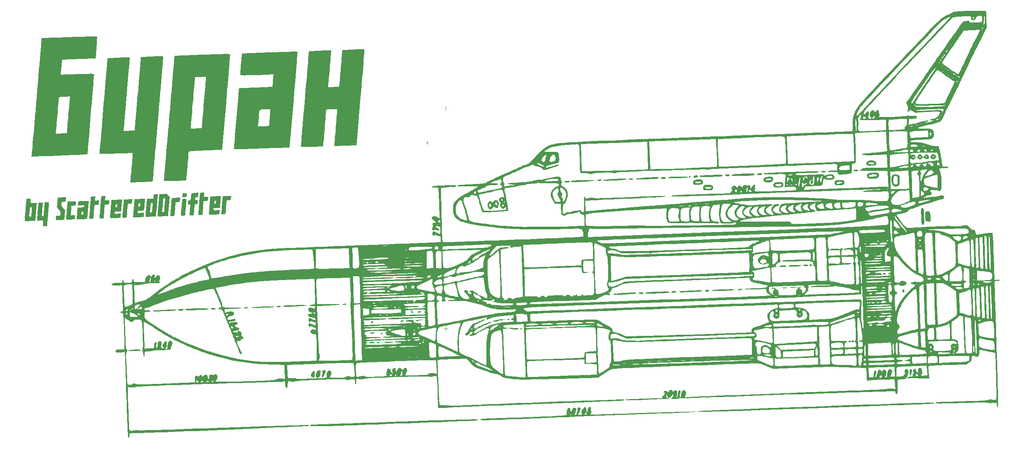
<source format=gbr>
%TF.GenerationSoftware,KiCad,Pcbnew,(6.0.9)*%
%TF.CreationDate,2022-11-29T23:43:42+01:00*%
%TF.ProjectId,knobdeavour,6b6e6f62-6465-4617-966f-75722e6b6963,1*%
%TF.SameCoordinates,Original*%
%TF.FileFunction,Legend,Top*%
%TF.FilePolarity,Positive*%
%FSLAX46Y46*%
G04 Gerber Fmt 4.6, Leading zero omitted, Abs format (unit mm)*
G04 Created by KiCad (PCBNEW (6.0.9)) date 2022-11-29 23:43:42*
%MOMM*%
%LPD*%
G01*
G04 APERTURE LIST*
%ADD10C,0.120000*%
G04 APERTURE END LIST*
D10*
%TO.C,SW2*%
X149925000Y-73710000D02*
X149625000Y-74010000D01*
X153725000Y-66710000D02*
X153725000Y-65710000D01*
X149625000Y-74010000D02*
X149625000Y-73410000D01*
X149625000Y-73410000D02*
X149925000Y-73710000D01*
%TO.C,G\u002A\u002A\u002A*%
G36*
X233749941Y-100352230D02*
G01*
X233788960Y-100459162D01*
X233636846Y-100625519D01*
X233403618Y-100671364D01*
X233282509Y-100618201D01*
X233190360Y-100443704D01*
X233330047Y-100334741D01*
X233509758Y-100310856D01*
X233749941Y-100352230D01*
G37*
G36*
X255810445Y-124570182D02*
G01*
X255656929Y-124503466D01*
X255657999Y-124354996D01*
X255786454Y-124218596D01*
X255923298Y-124180948D01*
X256117073Y-124155920D01*
X256076879Y-124077841D01*
X255985765Y-124010568D01*
X255833216Y-123819265D01*
X255841418Y-123520794D01*
X255849956Y-123481940D01*
X255980467Y-123215398D01*
X256169663Y-123092700D01*
X256344318Y-123129631D01*
X256431206Y-123341977D01*
X256431899Y-123356489D01*
X256508639Y-123629295D01*
X256674398Y-123885132D01*
X256858362Y-124021009D01*
X256891375Y-124024718D01*
X256935210Y-123915495D01*
X256915194Y-123664941D01*
X256945063Y-123268787D01*
X257058620Y-123084614D01*
X257329950Y-122907110D01*
X257562807Y-122941443D01*
X257692921Y-123172010D01*
X257700972Y-123240523D01*
X257760253Y-123579706D01*
X257828259Y-123771698D01*
X257844525Y-124073580D01*
X257740712Y-124312148D01*
X257545469Y-124634103D01*
X258950709Y-124585031D01*
X258877646Y-123544409D01*
X258804581Y-122503788D01*
X255772407Y-122575687D01*
X254908573Y-122598878D01*
X254118135Y-122625220D01*
X253439765Y-122653016D01*
X252912133Y-122680564D01*
X252573912Y-122706163D01*
X252474992Y-122720661D01*
X252342670Y-122780341D01*
X252264715Y-122905717D01*
X252228427Y-123151631D01*
X252221103Y-123572927D01*
X252223490Y-123806604D01*
X252237228Y-124819471D01*
X252948075Y-124794648D01*
X253529643Y-124705938D01*
X253895221Y-124488719D01*
X254043530Y-124144159D01*
X254015949Y-123821654D01*
X254022005Y-123472121D01*
X254187452Y-123240275D01*
X254458234Y-123179956D01*
X254611444Y-123228567D01*
X254787454Y-123421686D01*
X254862489Y-123705660D01*
X254816283Y-123961151D01*
X254748630Y-124036322D01*
X254663603Y-124210225D01*
X254638035Y-124490204D01*
X254614283Y-124754197D01*
X254539443Y-124865521D01*
X254424526Y-124974571D01*
X254371964Y-125118451D01*
X254308958Y-125251322D01*
X254156093Y-125337192D01*
X253858252Y-125393929D01*
X253388402Y-125437299D01*
X252460755Y-125507113D01*
X252477696Y-127019025D01*
X252473428Y-127763557D01*
X252442191Y-128286648D01*
X252384960Y-128576059D01*
X252350228Y-128627309D01*
X252138308Y-128674749D01*
X252013786Y-128495730D01*
X251989645Y-128310417D01*
X251969476Y-128158435D01*
X251885882Y-128073096D01*
X251684283Y-128039019D01*
X251310100Y-128040822D01*
X251063806Y-128049509D01*
X250810169Y-128058310D01*
X250322391Y-128074386D01*
X249618947Y-128097153D01*
X248718310Y-128126027D01*
X247638955Y-128160420D01*
X246399354Y-128199749D01*
X245017983Y-128243427D01*
X243513315Y-128290869D01*
X241903823Y-128341489D01*
X240207982Y-128394702D01*
X238444265Y-128449923D01*
X237391247Y-128482835D01*
X235352590Y-128547238D01*
X233199527Y-128616598D01*
X230969932Y-128689621D01*
X228701677Y-128765017D01*
X226432634Y-128841495D01*
X224200675Y-128917762D01*
X222043672Y-128992529D01*
X219999500Y-129064502D01*
X218106029Y-129132392D01*
X216401132Y-129194905D01*
X215352804Y-129234295D01*
X213824996Y-129291846D01*
X212356742Y-129346079D01*
X210969777Y-129396258D01*
X209685841Y-129441646D01*
X208526671Y-129481505D01*
X207514005Y-129515100D01*
X206669583Y-129541694D01*
X206015141Y-129560550D01*
X205572417Y-129570930D01*
X205375443Y-129572473D01*
X204969828Y-129575155D01*
X204668839Y-129597854D01*
X204568900Y-129621944D01*
X204369624Y-129673934D01*
X204031386Y-129710952D01*
X203642330Y-129729715D01*
X203290598Y-129726939D01*
X203064334Y-129699344D01*
X203027765Y-129679335D01*
X203059716Y-129541928D01*
X203125227Y-129482121D01*
X203351140Y-129234408D01*
X203471372Y-128928642D01*
X203444616Y-128673394D01*
X203437298Y-128661856D01*
X203340493Y-128561877D01*
X203322066Y-128650647D01*
X203241330Y-128826159D01*
X203029901Y-129102386D01*
X202843093Y-129306061D01*
X202543927Y-129591744D01*
X202308567Y-129730828D01*
X202032965Y-129765659D01*
X201752201Y-129750038D01*
X201475582Y-129744356D01*
X200983156Y-129751433D01*
X200311466Y-129770044D01*
X199497054Y-129798965D01*
X198576463Y-129836971D01*
X197586235Y-129882837D01*
X197168071Y-129903658D01*
X195979959Y-129961798D01*
X195023536Y-130002810D01*
X194278322Y-130026432D01*
X193723834Y-130032401D01*
X193339591Y-130020453D01*
X193105109Y-129990327D01*
X192999907Y-129941758D01*
X193003502Y-129874484D01*
X193022871Y-129850470D01*
X193163822Y-129825929D01*
X193519827Y-129797877D01*
X194053244Y-129767503D01*
X194726432Y-129735993D01*
X195501751Y-129704535D01*
X196341561Y-129674316D01*
X197208222Y-129646522D01*
X198064093Y-129622343D01*
X198871533Y-129602964D01*
X199592902Y-129589573D01*
X200190561Y-129583357D01*
X200626869Y-129585505D01*
X200864185Y-129597202D01*
X200889778Y-129602327D01*
X201031831Y-129580669D01*
X201068615Y-129354506D01*
X201068134Y-129338434D01*
X201105553Y-129133932D01*
X201115460Y-129079785D01*
X201297396Y-129000787D01*
X201321790Y-128991300D01*
X201944249Y-128991300D01*
X201945085Y-129104615D01*
X201977542Y-129433985D01*
X202067884Y-129576994D01*
X202218219Y-129600857D01*
X202385919Y-129578125D01*
X202386258Y-129481894D01*
X202256488Y-129284384D01*
X202120063Y-129001962D01*
X202105681Y-128783870D01*
X202103094Y-128620546D01*
X202049772Y-128595178D01*
X201977081Y-128709903D01*
X201944249Y-128991300D01*
X201321790Y-128991300D01*
X201471483Y-128933084D01*
X201463282Y-128742104D01*
X201464101Y-128536533D01*
X201623870Y-128475591D01*
X201757465Y-128450270D01*
X201665292Y-128390991D01*
X201562968Y-128352342D01*
X201366576Y-128228522D01*
X201340871Y-128115222D01*
X201532614Y-127995648D01*
X201818971Y-127989028D01*
X202072154Y-128088267D01*
X202137649Y-128159464D01*
X202239441Y-128264076D01*
X202353620Y-128181269D01*
X202458154Y-128021826D01*
X202702148Y-127762230D01*
X202963661Y-127691199D01*
X203175961Y-127816717D01*
X203234061Y-127929013D01*
X203315498Y-128097931D01*
X203435287Y-128097039D01*
X203633517Y-127968677D01*
X203959490Y-127806218D01*
X204177124Y-127864866D01*
X204296097Y-128151342D01*
X204324633Y-128448547D01*
X204311596Y-128789716D01*
X204255656Y-128996871D01*
X204218327Y-129025231D01*
X204121464Y-129135163D01*
X204101396Y-129297687D01*
X204136400Y-129478515D01*
X204253276Y-129437602D01*
X204288640Y-129407299D01*
X204399632Y-129185441D01*
X204469271Y-128801819D01*
X204481546Y-128594798D01*
X204504836Y-128202912D01*
X204570403Y-127996044D01*
X204706718Y-127906851D01*
X204779314Y-127890451D01*
X204993755Y-127900944D01*
X205068522Y-128082204D01*
X205073132Y-128157230D01*
X205037264Y-128429678D01*
X204960638Y-128556751D01*
X204881095Y-128727669D01*
X204851389Y-129035121D01*
X204852248Y-129073779D01*
X204894571Y-129361841D01*
X204978610Y-129501390D01*
X204993714Y-129503934D01*
X205074430Y-129390227D01*
X205105948Y-129117595D01*
X205105074Y-129071942D01*
X205155612Y-128623374D01*
X205181963Y-128549022D01*
X205188602Y-128530290D01*
X205718385Y-128530290D01*
X205783736Y-128591230D01*
X205844676Y-128525879D01*
X205779326Y-128464939D01*
X205718385Y-128530290D01*
X205188602Y-128530290D01*
X205309405Y-128189434D01*
X205525660Y-127875979D01*
X205583960Y-127829340D01*
X205841258Y-127776780D01*
X206065648Y-127927726D01*
X206201829Y-128233939D01*
X206219034Y-128383348D01*
X206196167Y-128697525D01*
X206120332Y-128887957D01*
X206110489Y-128895933D01*
X206009330Y-129078434D01*
X205995176Y-129214709D01*
X206037229Y-129369541D01*
X206194933Y-129381860D01*
X206367954Y-129332561D01*
X206531674Y-129315398D01*
X206934765Y-129290020D01*
X207564021Y-129256964D01*
X208406226Y-129216765D01*
X209448171Y-129169959D01*
X210676644Y-129117079D01*
X212078435Y-129058663D01*
X213640330Y-128995245D01*
X215349120Y-128927360D01*
X217191593Y-128855544D01*
X219154535Y-128780331D01*
X221224740Y-128702257D01*
X223388992Y-128621859D01*
X225634083Y-128539671D01*
X227946798Y-128456228D01*
X228363599Y-128441318D01*
X231096023Y-128343016D01*
X233678560Y-128248727D01*
X236103384Y-128158773D01*
X238362668Y-128073476D01*
X240448583Y-127993159D01*
X242353305Y-127918142D01*
X244069003Y-127848750D01*
X245587851Y-127785302D01*
X246902022Y-127728124D01*
X248003689Y-127677534D01*
X248885023Y-127633857D01*
X249538199Y-127597413D01*
X249955388Y-127568526D01*
X250128764Y-127547517D01*
X250132863Y-127545497D01*
X250323916Y-127489141D01*
X250688792Y-127463296D01*
X251121971Y-127472044D01*
X251972935Y-127521630D01*
X251826749Y-125456140D01*
X249994597Y-125493454D01*
X249207237Y-125515585D01*
X248385292Y-125548961D01*
X247621733Y-125589214D01*
X247009531Y-125631975D01*
X246964884Y-125635810D01*
X245767322Y-125740853D01*
X245727326Y-125078413D01*
X245725421Y-125046868D01*
X245683059Y-124345259D01*
X245598795Y-122949666D01*
X243252925Y-122883866D01*
X246110112Y-122883866D01*
X246185086Y-125030816D01*
X246682401Y-125013450D01*
X246953685Y-124982865D01*
X248463446Y-124982865D01*
X248559579Y-125061530D01*
X248768862Y-125058381D01*
X248969846Y-124985622D01*
X249029863Y-124925935D01*
X249021363Y-124731436D01*
X248946470Y-124611332D01*
X248802117Y-124501626D01*
X248670896Y-124597478D01*
X248625182Y-124659702D01*
X248495433Y-124881869D01*
X248463446Y-124982865D01*
X246953685Y-124982865D01*
X247016271Y-124975809D01*
X247157883Y-124875510D01*
X247174774Y-124774976D01*
X247202279Y-124323538D01*
X247290268Y-123908473D01*
X247417142Y-123605611D01*
X247539903Y-123492927D01*
X247749458Y-123537716D01*
X247839158Y-123753191D01*
X247792830Y-124079547D01*
X247736431Y-124219701D01*
X247598189Y-124600324D01*
X247581470Y-124870479D01*
X247688748Y-124977816D01*
X247700580Y-124977894D01*
X247799496Y-124868535D01*
X247818050Y-124720901D01*
X247863772Y-124513835D01*
X247935521Y-124463909D01*
X248016319Y-124350218D01*
X248047785Y-124077718D01*
X248046916Y-124032943D01*
X248107074Y-123663348D01*
X248278713Y-123418670D01*
X248504190Y-123323837D01*
X248725860Y-123403779D01*
X248882608Y-123671530D01*
X248945596Y-123826166D01*
X249032166Y-123801478D01*
X249193285Y-123596820D01*
X249420438Y-123338403D01*
X249609779Y-123291869D01*
X249834069Y-123441836D01*
X249851252Y-123457703D01*
X250027207Y-123775566D01*
X250046252Y-124182305D01*
X249903946Y-124565230D01*
X249895374Y-124577693D01*
X249727330Y-124872342D01*
X249750925Y-125004041D01*
X249965646Y-124971363D01*
X250028370Y-124946300D01*
X250159455Y-124794473D01*
X250206660Y-124459986D01*
X250204723Y-124268861D01*
X250249463Y-123769590D01*
X250401356Y-123402588D01*
X250628786Y-123199528D01*
X250900136Y-123192086D01*
X251125641Y-123346246D01*
X251269349Y-123540972D01*
X251276626Y-123757504D01*
X251203266Y-123998845D01*
X251074626Y-124317550D01*
X250960804Y-124531326D01*
X250952663Y-124541893D01*
X250859364Y-124729360D01*
X250977928Y-124828522D01*
X251324060Y-124851172D01*
X251363023Y-124849999D01*
X251868188Y-124832358D01*
X251793215Y-122685408D01*
X246110112Y-122883866D01*
X243252925Y-122883866D01*
X243102975Y-122879660D01*
X242233423Y-122853402D01*
X241357140Y-122823639D01*
X240540983Y-122792873D01*
X239851808Y-122763611D01*
X239403531Y-122741096D01*
X239038298Y-122732017D01*
X238450372Y-122732158D01*
X237669602Y-122740905D01*
X236725843Y-122757647D01*
X235648945Y-122781769D01*
X234468758Y-122812658D01*
X233215136Y-122849701D01*
X231917928Y-122892284D01*
X231732723Y-122898717D01*
X225265538Y-123124893D01*
X224202113Y-122694753D01*
X223663800Y-122476046D01*
X223159621Y-122269535D01*
X222775509Y-122110472D01*
X222689481Y-122074288D01*
X222607615Y-122046955D01*
X222492033Y-122023962D01*
X222329620Y-122005631D01*
X222107256Y-121992283D01*
X221811823Y-121984239D01*
X221430202Y-121981818D01*
X220949275Y-121985342D01*
X220355922Y-121995132D01*
X219637027Y-122011507D01*
X218779470Y-122034788D01*
X217770132Y-122065298D01*
X216595895Y-122103356D01*
X215243640Y-122149282D01*
X213700249Y-122203397D01*
X211952604Y-122266023D01*
X209987585Y-122337480D01*
X207792075Y-122418088D01*
X206157085Y-122478430D01*
X203811991Y-122565175D01*
X201706265Y-122643339D01*
X199826705Y-122713612D01*
X198160114Y-122776682D01*
X196693291Y-122833239D01*
X195413038Y-122883974D01*
X194306155Y-122929576D01*
X193359442Y-122970733D01*
X192559700Y-123008136D01*
X191893730Y-123042474D01*
X191348333Y-123074436D01*
X190910308Y-123104713D01*
X190566457Y-123133993D01*
X190303580Y-123162967D01*
X190108478Y-123192323D01*
X189967951Y-123222752D01*
X189868801Y-123254942D01*
X189797827Y-123289584D01*
X189741830Y-123327366D01*
X189729659Y-123336590D01*
X189476534Y-123515435D01*
X189315947Y-123601682D01*
X189307494Y-123603005D01*
X189164009Y-123669390D01*
X188894810Y-123833237D01*
X188768950Y-123916277D01*
X188398484Y-124162742D01*
X187939315Y-124463822D01*
X187644150Y-124655300D01*
X186979963Y-125083774D01*
X178689816Y-125321789D01*
X176997463Y-125368291D01*
X175430583Y-125407177D01*
X174005957Y-125438206D01*
X172740363Y-125461130D01*
X171650583Y-125475710D01*
X170753397Y-125481699D01*
X170065586Y-125478855D01*
X169603930Y-125466936D01*
X169447702Y-125455909D01*
X168805523Y-125389357D01*
X168081080Y-125319495D01*
X167507543Y-125268093D01*
X166933439Y-125201053D01*
X166495620Y-125090504D01*
X166077708Y-124898787D01*
X165729064Y-124692630D01*
X165103330Y-124356651D01*
X164624014Y-124219178D01*
X164520240Y-124215705D01*
X164165490Y-124174662D01*
X163709283Y-124053626D01*
X163424299Y-123949197D01*
X162937768Y-123760823D01*
X162347114Y-123550950D01*
X161852000Y-123387987D01*
X161115845Y-123147533D01*
X160563475Y-122933736D01*
X160133655Y-122711290D01*
X159765148Y-122444884D01*
X159396718Y-122099212D01*
X159168856Y-121858314D01*
X159133786Y-121821239D01*
X160230551Y-121821239D01*
X160270748Y-122022244D01*
X160303817Y-122094453D01*
X160508859Y-122292646D01*
X160915552Y-122507279D01*
X161259482Y-122640666D01*
X161919928Y-122872156D01*
X162391656Y-123043707D01*
X162725978Y-123174501D01*
X162952686Y-123273636D01*
X163276770Y-123360231D01*
X163422720Y-123368915D01*
X163667211Y-123418054D01*
X163752026Y-123483860D01*
X163923571Y-123599594D01*
X163960779Y-123603015D01*
X164027987Y-123523449D01*
X164007854Y-123479904D01*
X163862905Y-123376673D01*
X163544964Y-123204125D01*
X163112923Y-122993461D01*
X162937414Y-122912769D01*
X162344620Y-122640304D01*
X161714189Y-122343820D01*
X161175266Y-122084103D01*
X161139765Y-122066633D01*
X160648470Y-121843986D01*
X160350929Y-121762004D01*
X160230551Y-121821239D01*
X159133786Y-121821239D01*
X159132604Y-121819989D01*
X158672338Y-121320899D01*
X158648682Y-121295248D01*
X159406878Y-121295248D01*
X159570718Y-121475044D01*
X159649864Y-121540611D01*
X159937198Y-121763233D01*
X160049062Y-121820987D01*
X160002032Y-121713307D01*
X159878909Y-121532767D01*
X159662086Y-121312693D01*
X159466455Y-121231057D01*
X159406878Y-121295248D01*
X158648682Y-121295248D01*
X158334418Y-120954476D01*
X155437757Y-121019954D01*
X154592083Y-121042168D01*
X153818806Y-121068328D01*
X153157967Y-121096609D01*
X152649607Y-121125189D01*
X152333766Y-121152242D01*
X152260300Y-121164698D01*
X151979505Y-121243964D01*
X152154884Y-126100499D01*
X152204852Y-127425554D01*
X152250884Y-128514803D01*
X152294105Y-129385126D01*
X152335642Y-130053401D01*
X152376619Y-130536510D01*
X152418164Y-130851329D01*
X152461402Y-131014740D01*
X152484679Y-131045340D01*
X152685133Y-131082175D01*
X153051638Y-131089369D01*
X153435485Y-131070095D01*
X153937356Y-131056114D01*
X154296569Y-131098612D01*
X154416817Y-131149432D01*
X154549610Y-131190957D01*
X154830520Y-131214485D01*
X155279231Y-131219791D01*
X155915433Y-131206651D01*
X156758809Y-131174841D01*
X157829045Y-131124138D01*
X158168743Y-131106697D01*
X158882236Y-131071482D01*
X159784799Y-131030078D01*
X160858936Y-130983126D01*
X162087154Y-130931263D01*
X163451960Y-130875131D01*
X164935861Y-130815367D01*
X166521361Y-130752613D01*
X168190970Y-130687507D01*
X169927192Y-130620689D01*
X171712535Y-130552799D01*
X173529505Y-130484475D01*
X175360608Y-130416358D01*
X177188352Y-130349087D01*
X178995241Y-130283303D01*
X180763784Y-130219643D01*
X182476486Y-130158748D01*
X184115856Y-130101258D01*
X185664397Y-130047811D01*
X187104617Y-129999047D01*
X188419024Y-129955608D01*
X189590122Y-129918129D01*
X190600419Y-129887255D01*
X191432422Y-129863620D01*
X192068637Y-129847868D01*
X192491570Y-129840635D01*
X192683729Y-129842563D01*
X192693607Y-129844498D01*
X192714263Y-129999665D01*
X192696564Y-130039495D01*
X192560231Y-130062222D01*
X192175766Y-130092537D01*
X191547651Y-130130252D01*
X190680368Y-130175175D01*
X189578403Y-130227119D01*
X188246237Y-130285894D01*
X186688354Y-130351310D01*
X184909238Y-130423179D01*
X182913372Y-130501312D01*
X180705238Y-130585518D01*
X178289321Y-130675609D01*
X175670103Y-130771395D01*
X173551324Y-130847705D01*
X171372369Y-130926317D01*
X169260076Y-131003726D01*
X167228474Y-131079363D01*
X165291586Y-131152656D01*
X163463437Y-131223036D01*
X161758054Y-131289933D01*
X160189462Y-131352775D01*
X158771686Y-131410994D01*
X157518752Y-131464017D01*
X156444686Y-131511275D01*
X155563512Y-131552196D01*
X154889259Y-131586213D01*
X154435948Y-131612753D01*
X154217607Y-131631246D01*
X154201187Y-131634616D01*
X153939215Y-131684753D01*
X153515304Y-131717001D01*
X153020010Y-131724550D01*
X153007448Y-131724363D01*
X152090217Y-131709950D01*
X151969160Y-128243342D01*
X151928714Y-127160996D01*
X151890339Y-126308981D01*
X151852240Y-125664920D01*
X151812626Y-125206440D01*
X151769701Y-124911162D01*
X151721675Y-124756711D01*
X151686903Y-124721248D01*
X151476700Y-124715059D01*
X151121604Y-124761317D01*
X150902380Y-124804885D01*
X150424841Y-124875354D01*
X150094717Y-124849704D01*
X150054700Y-124833830D01*
X149884162Y-124815397D01*
X149481145Y-124806645D01*
X148865712Y-124807245D01*
X148057923Y-124816875D01*
X147077837Y-124835205D01*
X145945518Y-124861911D01*
X144681024Y-124896665D01*
X143304417Y-124939141D01*
X143029676Y-124948129D01*
X141486258Y-125000181D01*
X140177258Y-125047000D01*
X139084440Y-125089623D01*
X138189561Y-125129088D01*
X137474385Y-125166432D01*
X136920671Y-125202694D01*
X136510180Y-125238912D01*
X136224673Y-125276123D01*
X136045911Y-125315365D01*
X135965741Y-125350086D01*
X135738984Y-125450948D01*
X135433410Y-125466003D01*
X135028045Y-125412344D01*
X134635932Y-125358328D01*
X134350314Y-125342872D01*
X134260877Y-125357058D01*
X134208746Y-125508625D01*
X134185934Y-125820470D01*
X134187722Y-125977851D01*
X134167118Y-126324876D01*
X134097561Y-126516237D01*
X134010996Y-126524928D01*
X133939367Y-126323942D01*
X133923898Y-126200880D01*
X133892001Y-125839162D01*
X133871377Y-125602099D01*
X133843910Y-125472109D01*
X133757612Y-125402949D01*
X133564973Y-125391685D01*
X133218482Y-125435377D01*
X132683926Y-125528675D01*
X132232964Y-125562319D01*
X131960385Y-125481478D01*
X131789058Y-125449492D01*
X131397580Y-125430828D01*
X130818118Y-125424313D01*
X130082840Y-125428774D01*
X129223913Y-125443038D01*
X128273507Y-125465933D01*
X127263789Y-125496286D01*
X126226927Y-125532924D01*
X125195089Y-125574674D01*
X124200445Y-125620363D01*
X123275160Y-125668819D01*
X122451404Y-125718867D01*
X121761345Y-125769337D01*
X121237150Y-125819055D01*
X120910988Y-125866848D01*
X120838474Y-125886976D01*
X120433299Y-125983243D01*
X119960752Y-125942159D01*
X119886383Y-125926769D01*
X119546666Y-125862502D01*
X119330566Y-125839474D01*
X119296234Y-125845597D01*
X119271680Y-125983007D01*
X119248122Y-126293007D01*
X119236803Y-126542593D01*
X119208339Y-126993071D01*
X119148439Y-127235418D01*
X119035447Y-127314050D01*
X118875674Y-127283357D01*
X118749863Y-127160915D01*
X118678945Y-126870859D01*
X118653294Y-126502758D01*
X118628408Y-125790139D01*
X118158386Y-125908871D01*
X117732565Y-125983823D01*
X117333084Y-126005469D01*
X117308211Y-126004231D01*
X117135341Y-126005158D01*
X116725750Y-126013678D01*
X116095324Y-126029330D01*
X115259948Y-126051652D01*
X114235509Y-126080178D01*
X113037893Y-126114450D01*
X111682986Y-126154002D01*
X110186675Y-126198373D01*
X108564845Y-126247098D01*
X106833382Y-126299718D01*
X105008174Y-126355766D01*
X103105106Y-126414783D01*
X101644939Y-126460442D01*
X99199562Y-126537822D01*
X96997355Y-126608922D01*
X95028840Y-126674129D01*
X93284541Y-126733829D01*
X91754978Y-126788410D01*
X90430674Y-126838259D01*
X89302151Y-126883763D01*
X88359932Y-126925308D01*
X87594537Y-126963282D01*
X86996489Y-126998073D01*
X86556311Y-127030066D01*
X86264525Y-127059650D01*
X86111652Y-127087211D01*
X86090517Y-127095670D01*
X85733506Y-127191837D01*
X85168986Y-127199454D01*
X85050689Y-127191443D01*
X84282162Y-127131568D01*
X84284719Y-127675149D01*
X84290299Y-127948852D01*
X84304656Y-128434210D01*
X84326399Y-129090348D01*
X84354132Y-129876392D01*
X84386461Y-130751465D01*
X84415229Y-131501838D01*
X84451957Y-132444768D01*
X84487389Y-133355373D01*
X84519717Y-134187199D01*
X84547138Y-134893797D01*
X84567849Y-135428716D01*
X84577802Y-135686935D01*
X84611560Y-136210774D01*
X84694961Y-136521609D01*
X84875297Y-136659165D01*
X85199859Y-136663164D01*
X85648769Y-136586495D01*
X86098182Y-136527596D01*
X86440080Y-136536675D01*
X86535175Y-136564048D01*
X86690864Y-136574508D01*
X87087110Y-136575484D01*
X87711924Y-136567318D01*
X88553316Y-136550350D01*
X89599299Y-136524924D01*
X90837884Y-136491382D01*
X92257081Y-136450065D01*
X93844901Y-136401315D01*
X95589357Y-136345474D01*
X97478458Y-136282885D01*
X99500218Y-136213889D01*
X101642646Y-136138827D01*
X102451414Y-136110020D01*
X105225144Y-136010946D01*
X107756766Y-135920861D01*
X110056736Y-135839440D01*
X112135512Y-135766355D01*
X114003549Y-135701282D01*
X115671303Y-135643895D01*
X117149234Y-135593869D01*
X118447794Y-135550877D01*
X119577442Y-135514595D01*
X120548634Y-135484696D01*
X121371828Y-135460856D01*
X122057479Y-135442747D01*
X122616042Y-135430045D01*
X123057977Y-135422424D01*
X123393737Y-135419558D01*
X123633782Y-135421123D01*
X123788566Y-135426790D01*
X123868547Y-135436237D01*
X123884069Y-135442555D01*
X123870901Y-135568554D01*
X123831389Y-135620098D01*
X123697704Y-135635734D01*
X123328256Y-135660539D01*
X122739827Y-135693811D01*
X121949198Y-135734848D01*
X120973149Y-135782945D01*
X119828460Y-135837397D01*
X118531914Y-135897501D01*
X117100290Y-135962554D01*
X115550370Y-136031853D01*
X113898935Y-136104691D01*
X112162765Y-136180368D01*
X110358641Y-136258178D01*
X108503345Y-136337417D01*
X106613657Y-136417383D01*
X104706358Y-136497372D01*
X102798229Y-136576679D01*
X100906050Y-136654600D01*
X99046603Y-136730433D01*
X97236668Y-136803474D01*
X95493027Y-136873017D01*
X93832461Y-136938361D01*
X92271748Y-136998801D01*
X90827673Y-137053633D01*
X89517014Y-137102154D01*
X88356553Y-137143660D01*
X87363071Y-137177447D01*
X86553348Y-137202811D01*
X85944165Y-137219050D01*
X85552304Y-137225457D01*
X85551376Y-137225461D01*
X85079319Y-137231464D01*
X84806514Y-137256800D01*
X84679477Y-137320272D01*
X84644722Y-137440686D01*
X84645767Y-137543857D01*
X84615743Y-137938933D01*
X84510235Y-138199883D01*
X84397972Y-138267257D01*
X84362786Y-138144724D01*
X84324090Y-137785443D01*
X84282798Y-137205367D01*
X84239819Y-136420445D01*
X84196068Y-135446628D01*
X84152453Y-134299866D01*
X84125702Y-133503460D01*
X84081649Y-132149887D01*
X84031118Y-130631873D01*
X83976795Y-129027842D01*
X83921361Y-127416218D01*
X83867502Y-125875427D01*
X83817900Y-124483893D01*
X83803456Y-124085448D01*
X83697923Y-121188328D01*
X83634070Y-119435403D01*
X82944779Y-119546079D01*
X82292814Y-119609677D01*
X81853457Y-119558319D01*
X81632365Y-119393116D01*
X81605620Y-119282844D01*
X81711681Y-119061198D01*
X82035957Y-118932814D01*
X82559668Y-118903144D01*
X82846361Y-118922564D01*
X83238536Y-118934763D01*
X83486994Y-118890574D01*
X83531521Y-118855842D01*
X83548798Y-118695459D01*
X83555119Y-118321390D01*
X83551774Y-117772389D01*
X83540057Y-117087213D01*
X83521258Y-116304612D01*
X83496670Y-115463343D01*
X83467585Y-114602157D01*
X83435293Y-113759811D01*
X83401088Y-112975058D01*
X83366262Y-112286652D01*
X83346784Y-111971125D01*
X83626303Y-111971125D01*
X83744320Y-115350697D01*
X83781956Y-116380937D01*
X83816215Y-117187744D01*
X83849777Y-117800351D01*
X83885323Y-118247989D01*
X83925531Y-118559891D01*
X83973084Y-118765288D01*
X84030661Y-118893410D01*
X84074205Y-118948559D01*
X84215698Y-119133353D01*
X84166726Y-119288681D01*
X84078090Y-119389886D01*
X84016043Y-119477778D01*
X83970719Y-119610018D01*
X83941651Y-119816464D01*
X83928373Y-120126975D01*
X83930415Y-120571407D01*
X83947314Y-121179619D01*
X83978600Y-121981467D01*
X84022116Y-122969464D01*
X84064808Y-123870515D01*
X84107319Y-124691878D01*
X84147557Y-125398708D01*
X84183429Y-125956158D01*
X84212841Y-126329383D01*
X84233054Y-126482003D01*
X84384950Y-126576854D01*
X84677541Y-126616977D01*
X85004926Y-126603029D01*
X85261210Y-126535667D01*
X85334024Y-126475167D01*
X85518039Y-126364596D01*
X85805275Y-126342144D01*
X86060006Y-126413594D01*
X86098323Y-126442598D01*
X86283475Y-126497900D01*
X86669183Y-126536755D01*
X87203714Y-126557792D01*
X87835335Y-126559639D01*
X88512315Y-126540925D01*
X88939205Y-126517933D01*
X89224631Y-126502847D01*
X89729056Y-126479982D01*
X90418909Y-126450707D01*
X91260617Y-126416393D01*
X92220610Y-126378410D01*
X93265316Y-126338126D01*
X94305480Y-126298981D01*
X98977885Y-126125264D01*
X98969061Y-125872576D01*
X98968721Y-125862829D01*
X99248196Y-125862829D01*
X99255269Y-126054363D01*
X99438602Y-126107913D01*
X99495939Y-126107068D01*
X99706436Y-126075565D01*
X99704275Y-126016099D01*
X99703653Y-125998965D01*
X100194941Y-125998965D01*
X100256451Y-126065956D01*
X100508839Y-126071697D01*
X100730488Y-126042835D01*
X100733210Y-126000496D01*
X100734630Y-125978394D01*
X101366151Y-125978394D01*
X101397729Y-126018043D01*
X101654212Y-126022485D01*
X101686528Y-126022013D01*
X101962327Y-125998901D01*
X102017639Y-125930959D01*
X101986898Y-125893636D01*
X101971863Y-125875382D01*
X102509624Y-125875382D01*
X102558172Y-125966906D01*
X102766617Y-125992854D01*
X102984719Y-125945909D01*
X103014789Y-125857741D01*
X102827430Y-125746660D01*
X102757796Y-125740271D01*
X102548754Y-125827735D01*
X102509624Y-125875382D01*
X101971863Y-125875382D01*
X101969955Y-125873065D01*
X101771744Y-125796400D01*
X101533952Y-125879732D01*
X101366151Y-125978394D01*
X100734630Y-125978394D01*
X100736361Y-125951463D01*
X100674850Y-125874672D01*
X100494204Y-125760386D01*
X100341994Y-125838556D01*
X100194941Y-125998965D01*
X99703653Y-125998965D01*
X99702154Y-125957699D01*
X99634354Y-125849344D01*
X99474569Y-125658293D01*
X99386610Y-125605105D01*
X99297192Y-125713022D01*
X99248196Y-125862829D01*
X98968721Y-125862829D01*
X98955214Y-125476057D01*
X98966473Y-125039560D01*
X99049681Y-124783559D01*
X99156055Y-124678708D01*
X99372827Y-124604104D01*
X99544481Y-124736686D01*
X99681908Y-124869703D01*
X99788958Y-124797942D01*
X99857491Y-124686146D01*
X100084624Y-124466252D01*
X100337961Y-124464576D01*
X100555708Y-124662413D01*
X100658068Y-124928479D01*
X100718989Y-125191218D01*
X100747034Y-125218006D01*
X100755948Y-125021294D01*
X100756000Y-125017182D01*
X100859940Y-124676644D01*
X101067426Y-124513547D01*
X101409260Y-124445624D01*
X101654961Y-124591298D01*
X101755841Y-124915923D01*
X101754161Y-125002250D01*
X101792854Y-125266008D01*
X101921468Y-125326918D01*
X102058231Y-125226174D01*
X102096533Y-124918553D01*
X102095469Y-124878284D01*
X102114834Y-124567965D01*
X102232007Y-124424510D01*
X102369699Y-124384831D01*
X102673680Y-124398744D01*
X102835570Y-124469536D01*
X103020937Y-124534606D01*
X103088992Y-124470394D01*
X103290789Y-124328790D01*
X103564032Y-124337750D01*
X103792716Y-124478321D01*
X103855083Y-124595558D01*
X103881589Y-125018608D01*
X103768970Y-125435168D01*
X103550380Y-125740426D01*
X103477153Y-125790351D01*
X103458609Y-125857242D01*
X103679840Y-125907498D01*
X104142451Y-125941124D01*
X104848047Y-125958125D01*
X105798233Y-125958505D01*
X106994612Y-125942268D01*
X108438790Y-125909419D01*
X110132373Y-125859963D01*
X111540132Y-125812921D01*
X112796560Y-125768039D01*
X113824688Y-125728473D01*
X114648854Y-125692407D01*
X115293393Y-125658025D01*
X115782643Y-125623510D01*
X116140938Y-125587048D01*
X116392616Y-125546824D01*
X116562014Y-125501019D01*
X116673466Y-125447820D01*
X116702470Y-125427735D01*
X116941239Y-125302946D01*
X117272553Y-125249144D01*
X117772692Y-125254367D01*
X117799382Y-125255745D01*
X118611244Y-125298621D01*
X118534377Y-123097418D01*
X118517279Y-122607808D01*
X119136238Y-122607808D01*
X119143500Y-123076147D01*
X119165104Y-123609108D01*
X119196746Y-124144682D01*
X119234128Y-124620865D01*
X119272949Y-124975648D01*
X119308909Y-125147028D01*
X119312706Y-125152212D01*
X119467166Y-125177782D01*
X119797428Y-125177207D01*
X120174209Y-125154827D01*
X120718010Y-125138761D01*
X121035746Y-125200169D01*
X121106729Y-125250919D01*
X121159806Y-125292115D01*
X121252524Y-125323776D01*
X121407642Y-125345580D01*
X121647913Y-125357203D01*
X121996096Y-125358323D01*
X122474947Y-125348617D01*
X123107223Y-125327762D01*
X123915680Y-125295436D01*
X124923075Y-125251316D01*
X126152165Y-125195078D01*
X126639450Y-125172449D01*
X127778945Y-125119404D01*
X127723697Y-124647163D01*
X127737390Y-124189563D01*
X127867574Y-123811893D01*
X128077960Y-123554209D01*
X128332259Y-123456567D01*
X128594183Y-123559020D01*
X128655187Y-123618998D01*
X128756951Y-123894126D01*
X128741776Y-124272533D01*
X128627914Y-124643959D01*
X128444773Y-124890064D01*
X128382240Y-124960517D01*
X128432816Y-125010599D01*
X128627540Y-125044302D01*
X128997459Y-125065611D01*
X129573614Y-125078516D01*
X129946765Y-125083044D01*
X130661058Y-125086358D01*
X131166151Y-125076365D01*
X131505418Y-125048825D01*
X131722236Y-124999496D01*
X131859977Y-124924137D01*
X131895856Y-124892460D01*
X132199706Y-124742625D01*
X132465388Y-124760677D01*
X132846652Y-124828430D01*
X133272165Y-124885200D01*
X133279445Y-124885977D01*
X133591296Y-124897034D01*
X133740442Y-124813594D01*
X133803577Y-124631643D01*
X133818729Y-124380695D01*
X133808762Y-123955208D01*
X133779362Y-123431493D01*
X133744412Y-122989426D01*
X133743460Y-122977385D01*
X134089221Y-122977385D01*
X134111336Y-123526819D01*
X134144197Y-124160674D01*
X134190860Y-124576420D01*
X134283446Y-124808020D01*
X134454079Y-124889437D01*
X134734882Y-124854633D01*
X135157981Y-124737572D01*
X135235295Y-124715135D01*
X135606937Y-124625349D01*
X135833006Y-124632428D01*
X136002666Y-124739556D01*
X136006022Y-124742674D01*
X136118750Y-124811005D01*
X136309454Y-124857849D01*
X136613106Y-124884887D01*
X137064685Y-124893798D01*
X137699160Y-124886262D01*
X138538995Y-124864333D01*
X139358568Y-124838394D01*
X139957929Y-124813953D01*
X140369541Y-124786809D01*
X140625863Y-124752767D01*
X140759357Y-124707626D01*
X140780425Y-124678102D01*
X140798377Y-124652944D01*
X141500871Y-124652944D01*
X141599756Y-124768618D01*
X141840462Y-124711742D01*
X141955079Y-124642876D01*
X141983136Y-124603847D01*
X141999585Y-124580966D01*
X142638355Y-124580966D01*
X142679307Y-124705458D01*
X142796775Y-124701879D01*
X142971224Y-124596039D01*
X142994823Y-124524830D01*
X142981039Y-124507714D01*
X142958732Y-124480013D01*
X143774282Y-124480013D01*
X143874391Y-124557219D01*
X144111149Y-124636890D01*
X144252171Y-124577449D01*
X144261528Y-124509046D01*
X144248390Y-124327769D01*
X144235629Y-124038943D01*
X144189758Y-123774200D01*
X144097679Y-123664454D01*
X144096106Y-123664479D01*
X144011266Y-123777319D01*
X143982891Y-124043049D01*
X143983046Y-124047763D01*
X143946233Y-124324734D01*
X143838480Y-124434083D01*
X143774282Y-124480013D01*
X142958732Y-124480013D01*
X142902785Y-124410538D01*
X142741645Y-124443433D01*
X142638355Y-124580966D01*
X141999585Y-124580966D01*
X142040464Y-124524100D01*
X141911056Y-124375453D01*
X141904309Y-124370214D01*
X141720324Y-124271198D01*
X141600314Y-124367097D01*
X141584926Y-124392528D01*
X141500871Y-124652944D01*
X140798377Y-124652944D01*
X140802484Y-124647189D01*
X140789821Y-124573223D01*
X140771352Y-124325930D01*
X140796978Y-124074726D01*
X140797670Y-124067943D01*
X140991215Y-124067943D01*
X141011173Y-124142418D01*
X141078349Y-124149197D01*
X141180687Y-124099360D01*
X141159603Y-124062063D01*
X141009197Y-124052183D01*
X140991215Y-124067943D01*
X140797670Y-124067943D01*
X140810385Y-123943292D01*
X140853455Y-123714492D01*
X140955078Y-123331967D01*
X141068699Y-123138217D01*
X141237252Y-123071183D01*
X141301698Y-123066614D01*
X141547824Y-123121174D01*
X141619166Y-123308418D01*
X141705041Y-123656547D01*
X141894396Y-123949385D01*
X142126036Y-124101017D01*
X142187706Y-124106613D01*
X142334210Y-124085787D01*
X142258920Y-124018255D01*
X142177891Y-123973819D01*
X142016592Y-123799013D01*
X142023068Y-123508901D01*
X142166549Y-123146883D01*
X142430648Y-122981857D01*
X142599483Y-122960007D01*
X142766394Y-123004842D01*
X142778980Y-123203275D01*
X142769021Y-123253795D01*
X142794358Y-123577639D01*
X142897596Y-123707347D01*
X143045883Y-123783068D01*
X143083240Y-123647592D01*
X143082222Y-123597955D01*
X143166865Y-123284295D01*
X143386263Y-123024814D01*
X143636647Y-122921853D01*
X143856471Y-122997581D01*
X144078466Y-123159315D01*
X144321459Y-123359726D01*
X144436928Y-123371110D01*
X144459842Y-123217740D01*
X144557776Y-123031084D01*
X144794308Y-122930310D01*
X145060665Y-122949494D01*
X145153767Y-123000355D01*
X145309759Y-123188961D01*
X145327788Y-123447643D01*
X145206691Y-123836246D01*
X145134238Y-124007198D01*
X145012763Y-124324379D01*
X144967225Y-124532373D01*
X144975845Y-124566302D01*
X145115918Y-124581032D01*
X145468158Y-124587088D01*
X145992149Y-124584660D01*
X146647479Y-124573940D01*
X147393734Y-124555123D01*
X147408016Y-124554704D01*
X148257252Y-124526919D01*
X148888265Y-124498190D01*
X149335552Y-124464767D01*
X149633612Y-124422901D01*
X149816941Y-124368842D01*
X149920038Y-124298843D01*
X149936139Y-124279951D01*
X150125735Y-124148907D01*
X150466958Y-124092242D01*
X150781887Y-124088649D01*
X151174041Y-124111949D01*
X151450610Y-124157332D01*
X151531171Y-124195053D01*
X151698305Y-124283208D01*
X151715910Y-124283507D01*
X151762791Y-124160823D01*
X151782652Y-123817369D01*
X151774766Y-123283740D01*
X151751355Y-122796538D01*
X151663955Y-121313859D01*
X150397840Y-121266242D01*
X150092401Y-121264710D01*
X149562842Y-121273249D01*
X148837533Y-121290809D01*
X147944846Y-121316336D01*
X146913152Y-121348782D01*
X145770822Y-121387095D01*
X144546227Y-121430224D01*
X143267739Y-121477117D01*
X141963728Y-121526725D01*
X140662565Y-121577995D01*
X139392623Y-121629878D01*
X138182272Y-121681322D01*
X137059882Y-121731276D01*
X136053825Y-121778689D01*
X135192473Y-121822510D01*
X134806437Y-121843800D01*
X134490355Y-121878783D01*
X134277578Y-121968508D01*
X134151119Y-122154097D01*
X134093996Y-122476681D01*
X134089221Y-122977385D01*
X133743460Y-122977385D01*
X133736224Y-122885864D01*
X133685035Y-122394632D01*
X133631485Y-122034108D01*
X133600870Y-121913025D01*
X133537264Y-121880211D01*
X133363610Y-121856449D01*
X133063813Y-121841949D01*
X132621783Y-121836923D01*
X132021422Y-121841583D01*
X131246639Y-121856140D01*
X130281337Y-121880807D01*
X129109426Y-121915793D01*
X127714810Y-121961313D01*
X126339922Y-122008526D01*
X119137361Y-122260045D01*
X119136238Y-122607808D01*
X118517279Y-122607808D01*
X118507043Y-122314689D01*
X116702397Y-122234451D01*
X115967293Y-122202356D01*
X115242908Y-122171760D01*
X114605638Y-122145825D01*
X114131877Y-122127714D01*
X114074863Y-122125703D01*
X113399805Y-122093465D01*
X113291885Y-122088312D01*
X112452076Y-122031058D01*
X111631830Y-121960545D01*
X110907539Y-121883376D01*
X110355597Y-121806153D01*
X110333437Y-121802329D01*
X109792613Y-121713694D01*
X109217913Y-121627932D01*
X109062147Y-121606524D01*
X108373433Y-121513448D01*
X107878822Y-121442218D01*
X107521658Y-121383151D01*
X107245282Y-121326560D01*
X106993036Y-121262758D01*
X106899670Y-121236849D01*
X105104790Y-120750419D01*
X104347088Y-120558820D01*
X103736865Y-120402645D01*
X103099180Y-120229852D01*
X102506537Y-120060972D01*
X102031435Y-119916538D01*
X101792926Y-119835503D01*
X101496369Y-119731996D01*
X101120333Y-119610174D01*
X101089271Y-119600516D01*
X100682424Y-119462742D01*
X100213706Y-119288191D01*
X100080801Y-119235572D01*
X99611554Y-119053743D01*
X99077180Y-118857092D01*
X98863723Y-118781716D01*
X98480939Y-118635316D01*
X97948818Y-118413005D01*
X97308756Y-118133963D01*
X96602155Y-117817370D01*
X95870413Y-117482408D01*
X95154931Y-117148257D01*
X94497106Y-116834097D01*
X93938340Y-116559108D01*
X93520030Y-116342472D01*
X93283578Y-116203369D01*
X93261173Y-116186038D01*
X93050528Y-116022518D01*
X92942362Y-115967418D01*
X92812674Y-115906685D01*
X92522092Y-115742681D01*
X92124103Y-115505996D01*
X91952584Y-115401368D01*
X91470060Y-115108028D01*
X91018823Y-114838896D01*
X90680677Y-114642640D01*
X90624997Y-114611546D01*
X90340921Y-114443237D01*
X90167621Y-114318627D01*
X90156572Y-114306843D01*
X89987097Y-114161153D01*
X89672339Y-113943130D01*
X89267843Y-113685791D01*
X88829155Y-113422152D01*
X88411821Y-113185228D01*
X88071385Y-113008036D01*
X87863393Y-112923590D01*
X87829234Y-112923485D01*
X87795254Y-113074370D01*
X87778963Y-113454759D01*
X87780277Y-114042045D01*
X87799108Y-114813623D01*
X87835372Y-115746884D01*
X87840294Y-115855675D01*
X87971028Y-118708000D01*
X88981378Y-118673318D01*
X89991728Y-118638635D01*
X90033241Y-118016933D01*
X90075342Y-117635919D01*
X90158823Y-117437990D01*
X90318759Y-117353575D01*
X90373355Y-117342309D01*
X90570657Y-117329676D01*
X90632952Y-117433997D01*
X90601603Y-117713674D01*
X90537890Y-118159521D01*
X90490359Y-118581948D01*
X90449472Y-119025934D01*
X90674919Y-118515721D01*
X90814949Y-118061042D01*
X90823093Y-117679395D01*
X90820708Y-117668785D01*
X90812772Y-117376792D01*
X90993940Y-117185372D01*
X91011800Y-117174765D01*
X91291059Y-117075682D01*
X91464526Y-117080105D01*
X91591830Y-117238965D01*
X91656415Y-117535557D01*
X91649397Y-117860678D01*
X91561893Y-118105122D01*
X91549138Y-118120108D01*
X91512635Y-118306411D01*
X91633744Y-118512396D01*
X91836584Y-118661015D01*
X92045274Y-118675222D01*
X92078107Y-118657213D01*
X92187761Y-118540484D01*
X92094645Y-118418384D01*
X92017508Y-118363554D01*
X91865794Y-118242764D01*
X91839310Y-118112225D01*
X91934976Y-117881028D01*
X91997012Y-117758986D01*
X92245930Y-117354591D01*
X92483616Y-117110578D01*
X92673313Y-117063731D01*
X92685733Y-117069839D01*
X92750685Y-117216201D01*
X92791042Y-117507978D01*
X92804729Y-117855303D01*
X92789668Y-118168312D01*
X92743787Y-118357137D01*
X92715938Y-118377784D01*
X92601696Y-118487004D01*
X92547145Y-118636569D01*
X92560949Y-118839913D01*
X92715034Y-118883596D01*
X92849973Y-118830556D01*
X92927712Y-118646627D01*
X92968259Y-118276769D01*
X92973860Y-118171596D01*
X93052854Y-117635942D01*
X93216737Y-117238270D01*
X93440995Y-117014134D01*
X93701109Y-116999092D01*
X93762216Y-117028242D01*
X93978091Y-117259768D01*
X94023293Y-117621952D01*
X93899216Y-118140420D01*
X93832486Y-118321825D01*
X93582163Y-118964639D01*
X91688035Y-119038514D01*
X91014456Y-119070763D01*
X90426831Y-119110138D01*
X89973313Y-119152552D01*
X89702056Y-119193911D01*
X89651661Y-119211511D01*
X89455605Y-119269050D01*
X89094294Y-119316055D01*
X88751685Y-119337604D01*
X88332219Y-119357783D01*
X88105705Y-119401467D01*
X88012502Y-119500583D01*
X87992965Y-119687060D01*
X87992626Y-119743955D01*
X87985379Y-120145251D01*
X87958508Y-120354995D01*
X87898881Y-120434288D01*
X87842006Y-120444663D01*
X87761317Y-120334783D01*
X87706621Y-120052916D01*
X87696751Y-119906022D01*
X87653698Y-119538838D01*
X87568878Y-119275993D01*
X87534978Y-119229797D01*
X87455986Y-119028745D01*
X87517392Y-118841630D01*
X87555950Y-118623943D01*
X87578017Y-118175660D01*
X87583410Y-117518390D01*
X87571945Y-116673743D01*
X87544162Y-115684553D01*
X87509323Y-114691233D01*
X87473746Y-113921719D01*
X87427372Y-113347255D01*
X87360144Y-112939085D01*
X87262006Y-112668450D01*
X87122897Y-112506595D01*
X86932763Y-112424761D01*
X86681546Y-112394192D01*
X86390783Y-112386673D01*
X85960123Y-112412210D01*
X85667242Y-112530038D01*
X85498780Y-112673264D01*
X85277624Y-112867008D01*
X85090384Y-112895767D01*
X84820906Y-112788294D01*
X84456717Y-112582890D01*
X84073458Y-112320903D01*
X84031893Y-112288907D01*
X83626303Y-111971125D01*
X83346784Y-111971125D01*
X83332106Y-111733346D01*
X83299913Y-111353895D01*
X83276335Y-111201191D01*
X83235453Y-111129586D01*
X83221803Y-111105679D01*
X83920067Y-111105679D01*
X83940047Y-111180901D01*
X84067391Y-111323308D01*
X84198112Y-111321007D01*
X84226686Y-111240358D01*
X84232442Y-111224109D01*
X84232038Y-111222388D01*
X84741288Y-111222388D01*
X84764235Y-111530503D01*
X84832382Y-111731776D01*
X84840551Y-111740461D01*
X85003359Y-111778392D01*
X85341954Y-111797026D01*
X85738234Y-111793411D01*
X86548784Y-111765106D01*
X86323814Y-111542830D01*
X86267166Y-111486860D01*
X87926590Y-111486860D01*
X87972947Y-111882285D01*
X88040112Y-112063267D01*
X88176254Y-112255995D01*
X88405068Y-112478580D01*
X88750249Y-112749137D01*
X89235493Y-113085778D01*
X89884496Y-113506616D01*
X90720952Y-114029766D01*
X91038862Y-114225915D01*
X91608186Y-114577169D01*
X92194057Y-114939981D01*
X92700820Y-115255068D01*
X92868796Y-115359999D01*
X93257144Y-115590587D01*
X93569848Y-115753486D01*
X93738126Y-115813184D01*
X93873231Y-115876232D01*
X93880209Y-115903056D01*
X93985640Y-116019385D01*
X94172360Y-116122077D01*
X94388958Y-116220618D01*
X94782609Y-116404316D01*
X95302380Y-116649239D01*
X95897342Y-116931462D01*
X96067534Y-117012510D01*
X96815903Y-117352590D01*
X97699305Y-117728282D01*
X98612692Y-118096231D01*
X99451014Y-118413088D01*
X99531473Y-118442011D01*
X100188135Y-118678473D01*
X100772704Y-118892383D01*
X101238040Y-119066231D01*
X101537000Y-119182506D01*
X101611471Y-119214606D01*
X101933947Y-119305592D01*
X102081691Y-119315176D01*
X102326182Y-119364316D01*
X102410996Y-119430122D01*
X102590134Y-119524873D01*
X102776475Y-119543804D01*
X103056607Y-119577263D01*
X103183111Y-119634064D01*
X103377161Y-119726022D01*
X103708433Y-119831873D01*
X103816911Y-119860172D01*
X104144877Y-119942849D01*
X104645517Y-120071071D01*
X105247010Y-120226371D01*
X105794567Y-120368649D01*
X106525753Y-120558951D01*
X107072724Y-120698797D01*
X107495919Y-120801144D01*
X107855776Y-120878951D01*
X108212732Y-120945174D01*
X108627224Y-121012770D01*
X109159692Y-121094697D01*
X109234340Y-121106100D01*
X110389156Y-121271651D01*
X111491970Y-121404562D01*
X112581443Y-121506349D01*
X113696241Y-121578530D01*
X114875026Y-121622620D01*
X116156461Y-121640136D01*
X117579210Y-121632595D01*
X119181937Y-121601511D01*
X120733419Y-121557117D01*
X125572998Y-121403082D01*
X125539331Y-120550752D01*
X125525908Y-119975425D01*
X125523474Y-119297579D01*
X125532112Y-118685937D01*
X125543916Y-118188907D01*
X125547299Y-117809068D01*
X125539972Y-117461610D01*
X125519647Y-117061718D01*
X125484034Y-116524579D01*
X125467344Y-116285740D01*
X125432887Y-115867656D01*
X125382996Y-115646368D01*
X125285262Y-115566504D01*
X125107280Y-115572694D01*
X125054344Y-115580076D01*
X124677613Y-115545403D01*
X124384996Y-115365505D01*
X124221400Y-115098750D01*
X124231736Y-114803507D01*
X124333821Y-114643604D01*
X124569683Y-114510859D01*
X124853440Y-114485386D01*
X125067839Y-114570313D01*
X125103365Y-114623052D01*
X125198366Y-114711697D01*
X125317965Y-114626576D01*
X125405776Y-114443809D01*
X125393142Y-114424100D01*
X125285534Y-114256229D01*
X124940183Y-114042343D01*
X124800827Y-113974815D01*
X124429758Y-113839244D01*
X124215450Y-113860262D01*
X124185094Y-113885949D01*
X123995034Y-113968966D01*
X123836995Y-113842726D01*
X123764631Y-113551976D01*
X123825603Y-113260810D01*
X124037345Y-113169202D01*
X124402123Y-113276746D01*
X124628606Y-113396864D01*
X124946504Y-113574317D01*
X125118689Y-113627427D01*
X125215772Y-113562534D01*
X125274622Y-113454853D01*
X125383861Y-113135159D01*
X125309110Y-112974654D01*
X125129943Y-112946726D01*
X124829493Y-112888964D01*
X124565291Y-112769147D01*
X124335484Y-112652143D01*
X124210053Y-112691797D01*
X124131128Y-112815920D01*
X124014690Y-112972867D01*
X123903328Y-112909858D01*
X123868233Y-112864340D01*
X123769433Y-112597788D01*
X123753563Y-112362564D01*
X123820361Y-112125830D01*
X124024804Y-112066367D01*
X124086672Y-112069561D01*
X124353104Y-112120548D01*
X124469955Y-112182621D01*
X124706727Y-112371059D01*
X124997327Y-112480962D01*
X125234822Y-112477879D01*
X125284418Y-112445029D01*
X125330674Y-112261078D01*
X125168426Y-112082711D01*
X124840737Y-111939767D01*
X124450247Y-111867025D01*
X124016930Y-111790224D01*
X123781806Y-111639174D01*
X123692928Y-111375768D01*
X123688204Y-111307966D01*
X123737692Y-111138006D01*
X123947275Y-111129332D01*
X123964654Y-111132821D01*
X124288296Y-111104343D01*
X124490024Y-111001737D01*
X124636205Y-110870639D01*
X124642929Y-110864609D01*
X124639367Y-110861852D01*
X124887823Y-110861852D01*
X124896302Y-111000328D01*
X125045941Y-111138522D01*
X125217654Y-111072905D01*
X125288291Y-110941782D01*
X125222123Y-110824480D01*
X125073902Y-110799114D01*
X124887823Y-110861852D01*
X124639367Y-110861852D01*
X124586730Y-110821107D01*
X124391861Y-110822931D01*
X124026170Y-110717078D01*
X123837681Y-110527148D01*
X123782152Y-110401665D01*
X123772411Y-110379652D01*
X124412522Y-110379652D01*
X124477872Y-110440593D01*
X124538813Y-110375242D01*
X124473462Y-110314302D01*
X124412522Y-110379652D01*
X123772411Y-110379652D01*
X123680835Y-110172711D01*
X123734301Y-109906171D01*
X123962069Y-109758854D01*
X124328126Y-109762089D01*
X124610996Y-109854422D01*
X124920689Y-109983071D01*
X125075084Y-109994615D01*
X125153108Y-109866898D01*
X125203082Y-109688208D01*
X125230473Y-109520860D01*
X125157678Y-109438959D01*
X124929062Y-109416827D01*
X124630014Y-109423719D01*
X124234230Y-109399985D01*
X124032340Y-109318998D01*
X124037549Y-109217243D01*
X124263062Y-109131199D01*
X124513580Y-109102062D01*
X124853668Y-109058358D01*
X125088298Y-108985752D01*
X125098766Y-108979331D01*
X125149086Y-108859313D01*
X125180098Y-108567010D01*
X125192150Y-108083751D01*
X125185587Y-107390866D01*
X125160755Y-106469683D01*
X125150764Y-106173719D01*
X125091441Y-104474937D01*
X125488491Y-104474937D01*
X125498035Y-105104299D01*
X125522461Y-105945774D01*
X125534527Y-106300508D01*
X125629127Y-109009493D01*
X125913573Y-109007914D01*
X126169320Y-109007203D01*
X126597456Y-109006712D01*
X127117634Y-109006521D01*
X127272811Y-109006532D01*
X127934596Y-109003667D01*
X128699942Y-108995909D01*
X129419757Y-108984832D01*
X129523847Y-108982794D01*
X130109909Y-108983556D01*
X130484096Y-109012662D01*
X130628934Y-109068447D01*
X130626449Y-109087873D01*
X130475477Y-109138281D01*
X130095796Y-109187901D01*
X129511431Y-109234694D01*
X128746407Y-109276616D01*
X128097582Y-109302629D01*
X125642358Y-109388367D01*
X125817692Y-114409274D01*
X125860739Y-115556106D01*
X125906681Y-116626141D01*
X125953890Y-117590866D01*
X126000737Y-118421768D01*
X126045594Y-119090332D01*
X126086831Y-119568047D01*
X126122821Y-119826399D01*
X126128202Y-119846147D01*
X126199984Y-120282205D01*
X126184638Y-120781442D01*
X126179391Y-120818640D01*
X126095402Y-121375168D01*
X127121446Y-121377992D01*
X128095974Y-121375418D01*
X129078466Y-121363297D01*
X130034878Y-121342955D01*
X130931170Y-121315716D01*
X131733296Y-121282906D01*
X132407217Y-121245852D01*
X132918887Y-121205877D01*
X133234266Y-121164308D01*
X133318259Y-121136726D01*
X133352106Y-121042876D01*
X133374241Y-120820823D01*
X133384374Y-120453981D01*
X133382217Y-119925765D01*
X133367483Y-119219588D01*
X133339881Y-118318864D01*
X133299123Y-117207010D01*
X133244919Y-115867438D01*
X133213669Y-115129994D01*
X133160776Y-113931040D01*
X133108298Y-112806384D01*
X133057645Y-111781863D01*
X133010227Y-110883319D01*
X132967455Y-110136588D01*
X132962789Y-110064268D01*
X133689129Y-110064268D01*
X133694198Y-110764212D01*
X133711754Y-111679409D01*
X133741923Y-112819888D01*
X133784826Y-114195683D01*
X133822699Y-115309856D01*
X134034425Y-121372889D01*
X134755528Y-121309897D01*
X135476633Y-121246907D01*
X135468964Y-121027275D01*
X135463584Y-120873211D01*
X139880784Y-120873211D01*
X140005628Y-120889100D01*
X140147593Y-120863894D01*
X140168618Y-120860161D01*
X140169069Y-120816981D01*
X139998989Y-120792736D01*
X139926662Y-120815464D01*
X139880784Y-120873211D01*
X135463584Y-120873211D01*
X135456654Y-120674753D01*
X145563887Y-120674753D01*
X145688731Y-120690642D01*
X145851721Y-120661703D01*
X145851767Y-120657340D01*
X145852172Y-120618523D01*
X145786974Y-120609229D01*
X147229494Y-120609229D01*
X147403838Y-120620767D01*
X147582432Y-120594659D01*
X147559478Y-120551555D01*
X147300333Y-120543903D01*
X147243749Y-120562580D01*
X147229494Y-120609229D01*
X145786974Y-120609229D01*
X145682092Y-120594278D01*
X145609765Y-120617006D01*
X145563887Y-120674753D01*
X135456654Y-120674753D01*
X135411148Y-119371645D01*
X135383116Y-118568918D01*
X135382285Y-118545131D01*
X136064279Y-118545131D01*
X136144044Y-118584973D01*
X136407049Y-118612892D01*
X136818617Y-118627061D01*
X137344063Y-118625649D01*
X137948711Y-118606829D01*
X138141335Y-118597464D01*
X138781333Y-118563946D01*
X139366083Y-118533792D01*
X139828438Y-118510435D01*
X140090715Y-118497779D01*
X140369218Y-118458855D01*
X140496716Y-118388835D01*
X140497020Y-118386310D01*
X140497600Y-118381483D01*
X140438479Y-118370848D01*
X140939787Y-118370848D01*
X141383646Y-118433537D01*
X141719626Y-118457866D01*
X142112004Y-118453736D01*
X142499536Y-118427227D01*
X142820976Y-118384422D01*
X143015081Y-118331399D01*
X143020608Y-118274243D01*
X143018330Y-118273113D01*
X143015150Y-118271535D01*
X142920993Y-118255319D01*
X143527879Y-118255319D01*
X143616062Y-118350483D01*
X143889508Y-118395354D01*
X144374263Y-118392719D01*
X144665281Y-118376968D01*
X145120372Y-118350520D01*
X145720081Y-118319125D01*
X146356515Y-118288358D01*
X146552869Y-118279441D01*
X147056268Y-118250498D01*
X147438911Y-118215935D01*
X147649841Y-118181067D01*
X147673193Y-118162580D01*
X147524330Y-118136221D01*
X147180909Y-118120968D01*
X146693797Y-118115683D01*
X146113864Y-118119226D01*
X145491975Y-118130461D01*
X144879000Y-118148249D01*
X144325806Y-118171452D01*
X143883263Y-118198933D01*
X143602237Y-118229552D01*
X143527879Y-118255319D01*
X142920993Y-118255319D01*
X142748229Y-118225565D01*
X142279503Y-118228934D01*
X141654767Y-118280309D01*
X141317383Y-118321038D01*
X140939787Y-118370848D01*
X140438479Y-118370848D01*
X140378719Y-118360098D01*
X140057154Y-118349834D01*
X139582648Y-118349378D01*
X139004947Y-118357409D01*
X138373794Y-118372613D01*
X137738935Y-118393673D01*
X137150116Y-118419270D01*
X136657080Y-118448089D01*
X136309573Y-118478810D01*
X136202435Y-118495198D01*
X136064279Y-118545131D01*
X135382285Y-118545131D01*
X135356830Y-117816189D01*
X135336260Y-117227153D01*
X136195133Y-117227153D01*
X136342114Y-117296789D01*
X136412292Y-117322326D01*
X136730339Y-117437204D01*
X136444509Y-117539032D01*
X136245930Y-117668069D01*
X136212782Y-117786298D01*
X136317343Y-117833741D01*
X136600490Y-117865852D01*
X137078055Y-117882988D01*
X137765869Y-117885505D01*
X138679763Y-117873759D01*
X139415000Y-117858354D01*
X139510355Y-117856300D01*
X150113967Y-117856300D01*
X150120271Y-118425850D01*
X150132815Y-118857553D01*
X150160485Y-119475864D01*
X150201367Y-120006298D01*
X150250145Y-120395531D01*
X150301508Y-120590240D01*
X150306141Y-120596473D01*
X150507759Y-120679719D01*
X150844937Y-120709938D01*
X151212264Y-120690315D01*
X151504331Y-120624031D01*
X151603987Y-120557282D01*
X151616092Y-120493637D01*
X151637174Y-120382793D01*
X151655841Y-120016228D01*
X151658047Y-119517931D01*
X151649468Y-119143996D01*
X151640923Y-118888258D01*
X152150703Y-118888258D01*
X152163908Y-119336499D01*
X152203599Y-120473120D01*
X156909416Y-120308790D01*
X155703353Y-119738847D01*
X155099043Y-119450984D01*
X154485430Y-119154881D01*
X153957658Y-118896596D01*
X153754336Y-118795347D01*
X153343527Y-118603314D01*
X153004692Y-118470843D01*
X152824791Y-118428305D01*
X152656149Y-118365013D01*
X152633790Y-118308529D01*
X152524433Y-118209614D01*
X152376798Y-118191059D01*
X152257456Y-118214242D01*
X152185997Y-118305871D01*
X152153413Y-118514394D01*
X152150703Y-118888258D01*
X151640923Y-118888258D01*
X151606574Y-117860241D01*
X151010955Y-117554117D01*
X150643673Y-117370265D01*
X150389558Y-117280021D01*
X150229385Y-117311922D01*
X150143930Y-117494502D01*
X150113967Y-117856300D01*
X139510355Y-117856300D01*
X140285498Y-117839603D01*
X141073949Y-117825555D01*
X141744617Y-117816608D01*
X142261769Y-117813162D01*
X142589667Y-117815614D01*
X142690847Y-117821815D01*
X142891160Y-117783351D01*
X142922591Y-117762536D01*
X142965909Y-117733848D01*
X143187896Y-117654119D01*
X143516842Y-117636345D01*
X143520881Y-117636611D01*
X143837444Y-117610650D01*
X143838657Y-117609719D01*
X147298690Y-117609719D01*
X147348528Y-117712057D01*
X147385824Y-117690973D01*
X147391375Y-117606482D01*
X147392611Y-117587668D01*
X147930145Y-117587668D01*
X148036348Y-117696139D01*
X148123993Y-117707344D01*
X148289676Y-117633281D01*
X148309019Y-117574438D01*
X148202816Y-117465967D01*
X148115173Y-117454762D01*
X147949489Y-117528824D01*
X147930145Y-117587668D01*
X147392611Y-117587668D01*
X147395705Y-117540567D01*
X147379944Y-117522584D01*
X147305469Y-117542543D01*
X147298690Y-117609719D01*
X143838657Y-117609719D01*
X143975731Y-117504481D01*
X143958277Y-117473479D01*
X143944918Y-117449751D01*
X144637754Y-117449751D01*
X144687592Y-117552089D01*
X144724889Y-117531004D01*
X144726277Y-117509882D01*
X144731004Y-117437923D01*
X146786910Y-117437923D01*
X146852260Y-117498864D01*
X146913201Y-117433513D01*
X146847850Y-117372573D01*
X146786910Y-117437923D01*
X144731004Y-117437923D01*
X144734770Y-117380599D01*
X144719009Y-117362616D01*
X144644534Y-117382574D01*
X144637754Y-117449751D01*
X143944918Y-117449751D01*
X143918895Y-117403527D01*
X143652977Y-117363033D01*
X143412462Y-117364157D01*
X143009871Y-117352710D01*
X142779134Y-117315240D01*
X148489635Y-117315240D01*
X148538183Y-117406763D01*
X148746629Y-117432711D01*
X148964730Y-117385766D01*
X148994801Y-117297599D01*
X148807441Y-117186518D01*
X148737808Y-117180128D01*
X148528765Y-117267593D01*
X148489635Y-117315240D01*
X142779134Y-117315240D01*
X142694124Y-117301435D01*
X142608276Y-117267731D01*
X142602576Y-117196662D01*
X142814162Y-117136817D01*
X143207693Y-117092035D01*
X143747826Y-117066156D01*
X144399217Y-117063019D01*
X144480827Y-117064311D01*
X144884083Y-117056421D01*
X145076185Y-117007514D01*
X145098640Y-116912677D01*
X145039308Y-116871665D01*
X145032359Y-116866861D01*
X145006308Y-116861896D01*
X145319059Y-116861896D01*
X145377861Y-116918125D01*
X145630756Y-117014731D01*
X145907775Y-116964952D01*
X146031376Y-116911602D01*
X146072462Y-116893869D01*
X146087035Y-116883335D01*
X146840839Y-116883335D01*
X147006532Y-116948642D01*
X147317495Y-116971293D01*
X147670580Y-116955143D01*
X147962637Y-116904045D01*
X148004518Y-116881113D01*
X148047390Y-116857639D01*
X148676724Y-116857639D01*
X148752313Y-116914914D01*
X148925878Y-116920670D01*
X149100329Y-116867895D01*
X149107052Y-116793421D01*
X148940358Y-116730357D01*
X148845284Y-116752868D01*
X148676724Y-116857639D01*
X148047390Y-116857639D01*
X148085405Y-116836824D01*
X148049718Y-116702241D01*
X147975850Y-116660927D01*
X147748128Y-116637608D01*
X147436254Y-116664969D01*
X147124876Y-116726422D01*
X146898643Y-116805380D01*
X146840839Y-116883335D01*
X146087035Y-116883335D01*
X146169842Y-116823479D01*
X146057668Y-116791364D01*
X145752702Y-116789414D01*
X145419636Y-116811599D01*
X145319059Y-116861896D01*
X145006308Y-116861896D01*
X144857541Y-116833543D01*
X144551921Y-116812434D01*
X144093233Y-116803246D01*
X143459212Y-116805689D01*
X142627592Y-116819476D01*
X141576108Y-116844317D01*
X141004340Y-116859600D01*
X139998595Y-116890498D01*
X139056675Y-116925662D01*
X138213010Y-116963325D01*
X137502029Y-117001723D01*
X136958165Y-117039091D01*
X136615847Y-117073661D01*
X136532661Y-117088897D01*
X136251904Y-117170934D01*
X136195133Y-117227153D01*
X135336260Y-117227153D01*
X135271557Y-115374299D01*
X135270601Y-115346910D01*
X136055874Y-115346910D01*
X136087391Y-115583683D01*
X136332790Y-115772775D01*
X136340113Y-115776451D01*
X136543258Y-115898099D01*
X136517899Y-115953528D01*
X136461627Y-115959972D01*
X136276032Y-116024984D01*
X136244791Y-116087206D01*
X136364592Y-116128053D01*
X136688417Y-116156047D01*
X137167776Y-116168812D01*
X137754172Y-116163975D01*
X137793530Y-116163028D01*
X138399528Y-116157352D01*
X138915769Y-116170274D01*
X139288484Y-116199225D01*
X139463907Y-116241635D01*
X139465397Y-116242936D01*
X139495610Y-116294556D01*
X139441312Y-116335792D01*
X139271710Y-116370220D01*
X138956008Y-116401418D01*
X138463411Y-116432967D01*
X137763125Y-116468441D01*
X137365146Y-116486955D01*
X136797077Y-116526048D01*
X136425008Y-116579414D01*
X136263858Y-116642006D01*
X136328547Y-116708775D01*
X136552850Y-116761792D01*
X136775357Y-116773872D01*
X137200234Y-116773837D01*
X137791306Y-116763236D01*
X138512395Y-116743623D01*
X139327330Y-116716546D01*
X140199933Y-116683560D01*
X141094030Y-116646213D01*
X141973444Y-116606057D01*
X142802000Y-116564645D01*
X143543525Y-116523527D01*
X144161841Y-116484253D01*
X144620774Y-116448375D01*
X144884149Y-116417446D01*
X144933015Y-116402443D01*
X144851530Y-116348214D01*
X144840909Y-116346798D01*
X144628482Y-116318476D01*
X145651959Y-116318476D01*
X145671918Y-116392950D01*
X145739094Y-116399729D01*
X145813840Y-116363328D01*
X145841432Y-116349891D01*
X145838813Y-116345259D01*
X146331276Y-116345259D01*
X146433696Y-116375473D01*
X146846761Y-116434066D01*
X147296593Y-116451345D01*
X147704367Y-116430063D01*
X147991260Y-116372972D01*
X148075481Y-116318141D01*
X147998681Y-116255426D01*
X147687683Y-116228268D01*
X147158689Y-116237955D01*
X147100289Y-116240710D01*
X146607714Y-116271721D01*
X146355501Y-116305737D01*
X146331276Y-116345259D01*
X145838813Y-116345259D01*
X145820348Y-116312595D01*
X145669942Y-116302714D01*
X145651959Y-116318476D01*
X144628482Y-116318476D01*
X144580277Y-116312049D01*
X144257427Y-116302408D01*
X143743110Y-116304561D01*
X143241657Y-116306708D01*
X143017308Y-116307692D01*
X142670286Y-116310651D01*
X142154730Y-116316740D01*
X141554808Y-116324920D01*
X141216243Y-116329981D01*
X140678185Y-116327575D01*
X140248505Y-116305254D01*
X139980220Y-116267019D01*
X139916754Y-116231889D01*
X140032304Y-116177273D01*
X140347178Y-116127656D01*
X140807973Y-116089941D01*
X141120771Y-116076248D01*
X141648830Y-116052346D01*
X142076292Y-116018906D01*
X142343941Y-115981295D01*
X142363344Y-115974242D01*
X142390086Y-115964521D01*
X142641716Y-115964521D01*
X142816059Y-115976058D01*
X142994653Y-115949951D01*
X142971699Y-115906846D01*
X142712555Y-115899195D01*
X142655971Y-115917871D01*
X142641716Y-115964521D01*
X142390086Y-115964521D01*
X142402242Y-115960102D01*
X142328303Y-115922846D01*
X142062454Y-115904591D01*
X141722032Y-115907783D01*
X141286768Y-115898719D01*
X140948873Y-115847499D01*
X140811653Y-115787840D01*
X140679074Y-115552554D01*
X140653301Y-115269557D01*
X140737454Y-115055756D01*
X140769246Y-115034469D01*
X140791155Y-115019798D01*
X140806864Y-114997776D01*
X141819998Y-114997776D01*
X141878857Y-115139091D01*
X142187437Y-115295878D01*
X142745011Y-115470077D01*
X142833294Y-115493464D01*
X143319433Y-115624167D01*
X143736054Y-115743136D01*
X143999135Y-115826303D01*
X144012229Y-115831141D01*
X144337530Y-115904380D01*
X144622410Y-115924386D01*
X144820371Y-115911404D01*
X144919582Y-115837359D01*
X144944328Y-115641378D01*
X144941430Y-115598228D01*
X144940516Y-115584614D01*
X145331293Y-115584614D01*
X145382026Y-115824019D01*
X145468870Y-115903385D01*
X145568815Y-115794325D01*
X145586602Y-115653846D01*
X145566632Y-115581779D01*
X145557215Y-115547798D01*
X146539703Y-115547798D01*
X146617220Y-115694854D01*
X146820173Y-115842370D01*
X147010731Y-115761640D01*
X147114905Y-115642554D01*
X147204263Y-115461080D01*
X147114894Y-115339973D01*
X147099186Y-115318686D01*
X147724466Y-115318686D01*
X147815593Y-115462569D01*
X148093153Y-115653095D01*
X148576446Y-115901755D01*
X149112614Y-116145194D01*
X149687408Y-116399477D01*
X150204816Y-116632660D01*
X150604738Y-116817396D01*
X150815066Y-116919906D01*
X151178993Y-117068155D01*
X151394546Y-117037659D01*
X151487282Y-116862835D01*
X151514468Y-116617568D01*
X151530459Y-116220931D01*
X151531026Y-116128360D01*
X151532406Y-115903007D01*
X151542841Y-115582417D01*
X151806793Y-115582417D01*
X151821261Y-116118225D01*
X151829962Y-116259521D01*
X151905954Y-117381066D01*
X153576791Y-118155654D01*
X154221714Y-118456024D01*
X154828997Y-118741360D01*
X155340119Y-118983998D01*
X155696563Y-119156273D01*
X155760539Y-119188061D01*
X156084477Y-119342460D01*
X156306995Y-119433016D01*
X156351072Y-119443171D01*
X156377835Y-119326604D01*
X156376759Y-119021471D01*
X156348418Y-118590335D01*
X156342615Y-118526738D01*
X156334186Y-118354505D01*
X156308996Y-117839801D01*
X156319669Y-117052516D01*
X156351070Y-116532941D01*
X156630319Y-116532941D01*
X156634311Y-117155341D01*
X156643126Y-117725962D01*
X156661308Y-118343082D01*
X156690885Y-118886275D01*
X156727683Y-119294874D01*
X156765422Y-119502835D01*
X156947714Y-119712374D01*
X157313738Y-119934195D01*
X157532413Y-120030808D01*
X158007392Y-120227887D01*
X158555159Y-120467196D01*
X159124291Y-120724745D01*
X159663366Y-120976543D01*
X160120961Y-121198599D01*
X160445656Y-121366923D01*
X160583240Y-121454172D01*
X160746279Y-121561524D01*
X160841471Y-121607097D01*
X161055570Y-121709941D01*
X161403090Y-121887166D01*
X161678181Y-122031372D01*
X162027655Y-122216705D01*
X162287002Y-122332936D01*
X162468260Y-122354296D01*
X162583466Y-122255015D01*
X162644654Y-122009325D01*
X162663864Y-121591456D01*
X162653131Y-120975638D01*
X162624494Y-120136104D01*
X162620266Y-120014499D01*
X162619129Y-119953762D01*
X162603558Y-119122222D01*
X163389010Y-119122222D01*
X163389608Y-119926857D01*
X163446619Y-120711410D01*
X163490568Y-121083463D01*
X163582182Y-121729155D01*
X163675909Y-122181334D01*
X163795791Y-122498270D01*
X163965867Y-122738235D01*
X164210179Y-122959499D01*
X164290566Y-123022495D01*
X164914511Y-123500598D01*
X165372201Y-123842738D01*
X165695218Y-124070225D01*
X165915146Y-124204373D01*
X166063568Y-124266494D01*
X166152148Y-124278651D01*
X166208836Y-124265851D01*
X166253120Y-124212448D01*
X166285113Y-124094865D01*
X166304932Y-123889523D01*
X166312691Y-123572844D01*
X166308504Y-123121250D01*
X166292488Y-122511162D01*
X166264757Y-121719003D01*
X166225425Y-120721196D01*
X166175387Y-119512748D01*
X166173849Y-119475039D01*
X166123971Y-118252487D01*
X166081301Y-117223200D01*
X166041027Y-116403574D01*
X165996797Y-115772299D01*
X165942262Y-115308063D01*
X165871069Y-114989554D01*
X165776870Y-114795460D01*
X165653313Y-114704472D01*
X165494047Y-114695276D01*
X165292721Y-114746561D01*
X165042986Y-114837017D01*
X164807405Y-114922117D01*
X164441425Y-115048594D01*
X164161539Y-115166515D01*
X163953399Y-115310176D01*
X163802659Y-115513878D01*
X163694972Y-115811917D01*
X163615989Y-116238591D01*
X163551367Y-116828199D01*
X163486755Y-117615037D01*
X163442963Y-118183955D01*
X163389010Y-119122222D01*
X162603558Y-119122222D01*
X162596558Y-118748398D01*
X162616914Y-117644120D01*
X162679818Y-116723470D01*
X162783757Y-116008255D01*
X162927214Y-115520282D01*
X162933392Y-115506584D01*
X163046912Y-115173439D01*
X163080552Y-115017175D01*
X163136843Y-114736829D01*
X163138569Y-114728232D01*
X163383050Y-114728232D01*
X163478238Y-114772274D01*
X163756543Y-114651361D01*
X164133638Y-114417958D01*
X166280454Y-114417958D01*
X166456707Y-119465161D01*
X166501460Y-120729984D01*
X166540070Y-121765667D01*
X166574391Y-122595681D01*
X166606274Y-123243496D01*
X166637573Y-123732581D01*
X166670140Y-124086408D01*
X166705828Y-124328446D01*
X166746491Y-124482165D01*
X166793981Y-124571036D01*
X166850150Y-124618529D01*
X166864127Y-124625888D01*
X167081457Y-124679669D01*
X167487730Y-124736067D01*
X168019361Y-124787436D01*
X168463222Y-124818129D01*
X169026362Y-124856241D01*
X169491554Y-124898457D01*
X169803643Y-124939099D01*
X169906068Y-124966710D01*
X170066190Y-125003470D01*
X170388997Y-125018302D01*
X170594122Y-125015161D01*
X171207258Y-124993750D01*
X171142009Y-123207131D01*
X171100353Y-122066529D01*
X171491452Y-122066529D01*
X171496613Y-122517445D01*
X171517696Y-123177198D01*
X171518282Y-123193991D01*
X171546085Y-123809437D01*
X171581529Y-124330563D01*
X171620316Y-124706861D01*
X171658149Y-124887817D01*
X171662949Y-124894526D01*
X171801739Y-124904497D01*
X172170803Y-124904538D01*
X172747898Y-124895271D01*
X173510783Y-124877319D01*
X174437215Y-124851306D01*
X175504952Y-124817853D01*
X176691752Y-124777583D01*
X177975373Y-124731120D01*
X179273830Y-124681435D01*
X186796558Y-124386137D01*
X186797218Y-123362408D01*
X186782034Y-122779229D01*
X186731920Y-122410549D01*
X186641401Y-122219848D01*
X186623475Y-122203929D01*
X186426083Y-122145322D01*
X186042595Y-122100706D01*
X185539536Y-122076438D01*
X185262750Y-122073925D01*
X184076430Y-122078668D01*
X184050899Y-121573779D01*
X184029088Y-121142457D01*
X184025368Y-121068890D01*
X178025277Y-121242292D01*
X176809154Y-121278917D01*
X175663881Y-121316253D01*
X174615554Y-121353247D01*
X173690276Y-121388846D01*
X172914144Y-121421998D01*
X172313259Y-121451650D01*
X171913719Y-121476749D01*
X171743477Y-121495678D01*
X171628227Y-121539023D01*
X171551586Y-121620094D01*
X171507886Y-121781671D01*
X171491452Y-122066529D01*
X171100353Y-122066529D01*
X170994763Y-119175273D01*
X170811259Y-114150590D01*
X170810777Y-114137403D01*
X171188879Y-114137403D01*
X171294878Y-114186189D01*
X171553780Y-114213254D01*
X171990370Y-114219791D01*
X172629434Y-114206993D01*
X173495758Y-114176052D01*
X173500620Y-114175857D01*
X174270735Y-114152103D01*
X174935169Y-114145456D01*
X175453698Y-114155401D01*
X175786099Y-114181420D01*
X175882903Y-114206467D01*
X175865318Y-114268546D01*
X175602561Y-114323048D01*
X175102099Y-114369408D01*
X174371399Y-114407060D01*
X173417927Y-114435436D01*
X172692837Y-114448487D01*
X172043974Y-114477518D01*
X171601891Y-114541216D01*
X171402876Y-114623208D01*
X171346305Y-114714302D01*
X171306693Y-114890677D01*
X171283367Y-115181393D01*
X171275652Y-115615506D01*
X171282874Y-116222074D01*
X171304360Y-117030154D01*
X171329475Y-117787248D01*
X171362480Y-118642361D01*
X171398449Y-119419639D01*
X171435150Y-120081293D01*
X171470351Y-120589534D01*
X171501823Y-120906575D01*
X171518621Y-120990873D01*
X171557931Y-121035772D01*
X171647592Y-121071267D01*
X171808315Y-121097287D01*
X172060810Y-121113759D01*
X172425786Y-121120610D01*
X172923954Y-121117767D01*
X173576025Y-121105159D01*
X174402706Y-121082712D01*
X175424708Y-121050354D01*
X176662742Y-121008012D01*
X177764819Y-120968969D01*
X179184509Y-120917491D01*
X180372091Y-120872455D01*
X181348076Y-120832481D01*
X182132970Y-120796189D01*
X182747284Y-120762203D01*
X183211524Y-120729142D01*
X183546200Y-120695628D01*
X183738023Y-120665575D01*
X184352796Y-120665575D01*
X184359231Y-121130928D01*
X184383176Y-121507458D01*
X184418861Y-121711393D01*
X184517297Y-121795225D01*
X184750004Y-121834874D01*
X185159421Y-121833859D01*
X185598106Y-121809204D01*
X186703944Y-121734023D01*
X186633381Y-119713364D01*
X184360140Y-119792747D01*
X184352796Y-120665575D01*
X183738023Y-120665575D01*
X183771820Y-120660280D01*
X183908892Y-120621721D01*
X183977927Y-120578571D01*
X183995176Y-120550029D01*
X184042677Y-120276150D01*
X184051207Y-119998344D01*
X184092923Y-119696378D01*
X184192686Y-119523648D01*
X184383548Y-119459499D01*
X184757193Y-119395040D01*
X185243928Y-119341406D01*
X185416871Y-119328023D01*
X185915844Y-119287256D01*
X186315325Y-119242933D01*
X186550309Y-119202706D01*
X186581703Y-119190978D01*
X186606690Y-119050970D01*
X186614963Y-118839543D01*
X186620495Y-118698155D01*
X186622975Y-118172222D01*
X186613993Y-117512859D01*
X186593407Y-116759755D01*
X186590577Y-116677161D01*
X186559512Y-115829942D01*
X186530902Y-115200676D01*
X186507339Y-114857975D01*
X186814663Y-114857975D01*
X186821968Y-115424835D01*
X186837358Y-116138980D01*
X186859603Y-116966788D01*
X186887477Y-117874636D01*
X186919752Y-118828900D01*
X186955200Y-119795956D01*
X186992595Y-120742181D01*
X187030709Y-121633953D01*
X187068312Y-122437647D01*
X187104180Y-123119640D01*
X187137083Y-123646310D01*
X187165794Y-123984031D01*
X187186925Y-124098541D01*
X187263965Y-124155047D01*
X187362960Y-124155174D01*
X187535545Y-124077796D01*
X187833353Y-123901785D01*
X188151479Y-123703887D01*
X188737745Y-123334779D01*
X189139520Y-123069630D01*
X189387530Y-122879900D01*
X189512505Y-122737052D01*
X189545175Y-122612544D01*
X189516265Y-122477838D01*
X189505511Y-122446341D01*
X189509978Y-122396287D01*
X189512065Y-122372906D01*
X190179522Y-122372906D01*
X190369801Y-122407636D01*
X190789360Y-122410362D01*
X190931724Y-122406343D01*
X191375637Y-122379555D01*
X191699969Y-122336659D01*
X191757752Y-122316211D01*
X191842180Y-122286334D01*
X191844032Y-122279749D01*
X191790935Y-122251415D01*
X193613275Y-122251415D01*
X193678625Y-122312355D01*
X193739566Y-122247005D01*
X193674215Y-122186064D01*
X193613275Y-122251415D01*
X191790935Y-122251415D01*
X191729200Y-122218471D01*
X191443263Y-122185751D01*
X191066092Y-122180424D01*
X190677566Y-122201323D01*
X190357558Y-122247284D01*
X190201080Y-122303724D01*
X190179522Y-122372906D01*
X189512065Y-122372906D01*
X189526333Y-122213039D01*
X189555613Y-122155193D01*
X194558253Y-122155193D01*
X194632145Y-122220958D01*
X194936883Y-122248887D01*
X195407236Y-122239386D01*
X195865029Y-122208705D01*
X196082227Y-122171417D01*
X196070940Y-122124814D01*
X196010602Y-122104476D01*
X195931395Y-122090587D01*
X195821881Y-122071383D01*
X196481304Y-122071383D01*
X196524320Y-122095147D01*
X196711482Y-122111036D01*
X197052679Y-122118822D01*
X197557805Y-122118275D01*
X198236751Y-122109164D01*
X199099408Y-122091260D01*
X200155670Y-122064333D01*
X201415426Y-122028152D01*
X202888569Y-121982487D01*
X204584991Y-121927108D01*
X206514584Y-121861785D01*
X208587231Y-121789799D01*
X210747810Y-121712792D01*
X212712028Y-121640283D01*
X214473866Y-121572541D01*
X216027306Y-121509840D01*
X217366330Y-121452448D01*
X218484916Y-121400637D01*
X219377048Y-121354680D01*
X220036705Y-121314846D01*
X220457869Y-121281407D01*
X220634520Y-121254636D01*
X220637465Y-121246888D01*
X220473246Y-121228375D01*
X220071240Y-121219994D01*
X219446184Y-121221466D01*
X218612810Y-121232514D01*
X217585859Y-121252860D01*
X216380061Y-121282224D01*
X215010155Y-121320331D01*
X213490875Y-121366902D01*
X212423938Y-121401791D01*
X210879779Y-121453390D01*
X209298525Y-121506119D01*
X207717578Y-121558733D01*
X206174339Y-121609994D01*
X204706212Y-121658662D01*
X203350598Y-121703496D01*
X202144900Y-121743256D01*
X201126519Y-121776702D01*
X200511637Y-121796785D01*
X199279411Y-121840431D01*
X198287780Y-121883622D01*
X197524606Y-121927182D01*
X196977751Y-121971939D01*
X196635077Y-122018720D01*
X196484448Y-122068352D01*
X196481304Y-122071383D01*
X195821881Y-122071383D01*
X195643387Y-122040083D01*
X195228773Y-122022416D01*
X194853584Y-122048443D01*
X194604651Y-122115130D01*
X194558253Y-122155193D01*
X189555613Y-122155193D01*
X189562577Y-122141436D01*
X189610739Y-122046288D01*
X192287262Y-122046288D01*
X192424454Y-122061408D01*
X192658214Y-122058933D01*
X192957436Y-122040449D01*
X193066127Y-122014117D01*
X193005408Y-121993965D01*
X192658144Y-121983323D01*
X192373892Y-122014292D01*
X192287262Y-122046288D01*
X189610739Y-122046288D01*
X189672593Y-121924092D01*
X189679494Y-121914540D01*
X189713453Y-121860745D01*
X189765500Y-121778295D01*
X189798957Y-121688450D01*
X194647325Y-121688450D01*
X194667283Y-121762925D01*
X194734459Y-121769704D01*
X194817612Y-121729209D01*
X194836798Y-121719866D01*
X194834711Y-121716174D01*
X195190875Y-121716174D01*
X195365219Y-121727712D01*
X195543812Y-121701604D01*
X195523776Y-121663980D01*
X195520858Y-121658500D01*
X195261714Y-121650849D01*
X195205131Y-121669525D01*
X195190875Y-121716174D01*
X194834711Y-121716174D01*
X194815714Y-121682570D01*
X194665307Y-121672689D01*
X194647325Y-121688450D01*
X189798957Y-121688450D01*
X189826174Y-121615360D01*
X189831284Y-121584379D01*
X197803228Y-121584379D01*
X197903052Y-121587884D01*
X198218006Y-121582751D01*
X198735610Y-121569194D01*
X199443386Y-121547425D01*
X200328856Y-121517657D01*
X200415585Y-121514636D01*
X201316150Y-121482205D01*
X202040003Y-121454131D01*
X202574679Y-121431072D01*
X202680674Y-121425538D01*
X202907716Y-121413685D01*
X203026652Y-121402633D01*
X202919022Y-121398572D01*
X202572363Y-121402161D01*
X202529639Y-121402871D01*
X201590950Y-121424284D01*
X200520412Y-121457418D01*
X199438411Y-121498068D01*
X198465330Y-121542031D01*
X198298885Y-121550613D01*
X197931012Y-121572026D01*
X197803228Y-121584379D01*
X189831284Y-121584379D01*
X189863920Y-121386527D01*
X189881146Y-121052586D01*
X189880253Y-120574330D01*
X189863647Y-119912550D01*
X189842043Y-119264062D01*
X189840107Y-119211510D01*
X189811802Y-118443087D01*
X189783512Y-117838538D01*
X189752218Y-117414194D01*
X189712962Y-117133839D01*
X189660787Y-116961256D01*
X189596128Y-116868003D01*
X190264152Y-116868003D01*
X190345373Y-119193865D01*
X190384544Y-120129145D01*
X190428679Y-120822003D01*
X190478752Y-121282723D01*
X190535736Y-121521588D01*
X190569534Y-121561893D01*
X190786608Y-121565278D01*
X191214176Y-121520071D01*
X191815779Y-121431425D01*
X192339520Y-121341493D01*
X205087411Y-121341493D01*
X205216980Y-121355105D01*
X205542141Y-121351714D01*
X205594089Y-121350005D01*
X205940824Y-121331422D01*
X206094715Y-121308970D01*
X206085310Y-121305913D01*
X206027575Y-121287150D01*
X206002756Y-121284736D01*
X205559184Y-121279301D01*
X205181864Y-121313403D01*
X205087411Y-121341493D01*
X192339520Y-121341493D01*
X192554958Y-121304500D01*
X192715766Y-121274418D01*
X206987208Y-121274418D01*
X207123589Y-121287207D01*
X207452709Y-121283863D01*
X207551566Y-121280629D01*
X207909765Y-121261800D01*
X207994250Y-121250541D01*
X208071085Y-121240303D01*
X208010770Y-121220102D01*
X207995058Y-121218796D01*
X208903310Y-121218796D01*
X209055836Y-121234423D01*
X209193687Y-121232889D01*
X209453250Y-121213647D01*
X209519336Y-121182685D01*
X209484097Y-121170339D01*
X209477397Y-121167991D01*
X209173295Y-121155058D01*
X208972144Y-121183083D01*
X208903310Y-121218796D01*
X207995058Y-121218796D01*
X207957425Y-121215668D01*
X207510731Y-121211035D01*
X207087879Y-121245311D01*
X207073422Y-121247558D01*
X206987208Y-121274418D01*
X192715766Y-121274418D01*
X193067607Y-121208600D01*
X193337348Y-121177270D01*
X193851651Y-121139254D01*
X194110812Y-121123946D01*
X210812596Y-121123946D01*
X210832554Y-121198421D01*
X210899731Y-121205200D01*
X210982883Y-121164705D01*
X211002069Y-121155362D01*
X210990009Y-121134030D01*
X211861311Y-121134030D01*
X212035654Y-121145568D01*
X212214248Y-121119460D01*
X212191294Y-121076356D01*
X212182692Y-121076102D01*
X211932150Y-121068705D01*
X211875566Y-121087381D01*
X211861311Y-121134030D01*
X210990009Y-121134030D01*
X210980984Y-121118066D01*
X210830579Y-121108185D01*
X210812596Y-121123946D01*
X194110812Y-121123946D01*
X194602436Y-121094907D01*
X195324570Y-121057794D01*
X212706964Y-121057794D01*
X212726921Y-121132269D01*
X212794098Y-121139047D01*
X212860969Y-121106482D01*
X212896436Y-121089209D01*
X212875351Y-121051913D01*
X212773127Y-121045198D01*
X214615894Y-121045198D01*
X214740739Y-121061087D01*
X214903729Y-121032147D01*
X214904180Y-120988968D01*
X214859650Y-120982620D01*
X214737306Y-120965180D01*
X215359079Y-120965180D01*
X215379036Y-121039655D01*
X215446212Y-121046433D01*
X215548551Y-120996595D01*
X215543088Y-120986930D01*
X215529562Y-120963006D01*
X216228199Y-120963006D01*
X216380724Y-120978632D01*
X216518576Y-120977098D01*
X216778138Y-120957856D01*
X216793833Y-120950503D01*
X216844224Y-120926895D01*
X216802285Y-120912200D01*
X216498184Y-120899267D01*
X216297032Y-120927293D01*
X216228199Y-120963006D01*
X215529562Y-120963006D01*
X215527467Y-120959300D01*
X215377060Y-120949419D01*
X215359079Y-120965180D01*
X214737306Y-120965180D01*
X214734100Y-120964723D01*
X214661773Y-120987450D01*
X214615894Y-121045198D01*
X212773127Y-121045198D01*
X212724946Y-121042033D01*
X212706964Y-121057794D01*
X195324570Y-121057794D01*
X195581626Y-121044583D01*
X196781143Y-120988639D01*
X197602352Y-120953032D01*
X198192910Y-120927426D01*
X199808849Y-120861304D01*
X200497437Y-120834445D01*
X220117282Y-120834445D01*
X220230901Y-120859933D01*
X220514590Y-120866292D01*
X220655656Y-120862579D01*
X220960395Y-120831311D01*
X221034583Y-120788067D01*
X221057394Y-120774770D01*
X221044040Y-120761474D01*
X221796096Y-120761474D01*
X221827657Y-121063806D01*
X221964108Y-121244006D01*
X222267259Y-121393008D01*
X222642644Y-121545116D01*
X223129870Y-121743234D01*
X223505156Y-121896210D01*
X223960844Y-122081955D01*
X224366587Y-122246924D01*
X224595425Y-122339598D01*
X224973504Y-122468315D01*
X225199911Y-122457639D01*
X225309108Y-122275199D01*
X225328600Y-121990285D01*
X225335556Y-121888627D01*
X225330001Y-121649623D01*
X225324381Y-121565441D01*
X225604382Y-121565441D01*
X225608782Y-121980501D01*
X225636561Y-122304278D01*
X225662275Y-122414772D01*
X225717651Y-122458721D01*
X225856242Y-122490562D01*
X226100354Y-122510179D01*
X226472288Y-122517451D01*
X226994349Y-122512261D01*
X227688840Y-122494490D01*
X228578063Y-122464020D01*
X229684324Y-122420732D01*
X230441877Y-122389382D01*
X235148439Y-122191872D01*
X235095516Y-120676378D01*
X230940842Y-120798303D01*
X229912228Y-120827491D01*
X228940209Y-120853187D01*
X228060049Y-120874600D01*
X227307007Y-120890945D01*
X226716344Y-120901431D01*
X226323322Y-120905272D01*
X226202846Y-120904229D01*
X225619525Y-120888229D01*
X225604382Y-121565441D01*
X225324381Y-121565441D01*
X225302054Y-121230977D01*
X225256833Y-120934460D01*
X225206425Y-120826538D01*
X225120244Y-120817994D01*
X224945588Y-120790538D01*
X224646132Y-120737682D01*
X224185549Y-120652936D01*
X223527513Y-120529817D01*
X223202463Y-120468670D01*
X222594704Y-120360370D01*
X222192193Y-120314049D01*
X221953123Y-120338412D01*
X221835683Y-120442162D01*
X221798066Y-120634006D01*
X221796096Y-120761474D01*
X221044040Y-120761474D01*
X221027961Y-120745465D01*
X220836640Y-120707088D01*
X220551475Y-120712906D01*
X220278753Y-120752533D01*
X220124760Y-120815585D01*
X220117282Y-120834445D01*
X200497437Y-120834445D01*
X201620883Y-120790624D01*
X203620932Y-120715743D01*
X205800920Y-120637015D01*
X207177853Y-120588570D01*
X208990316Y-120524671D01*
X210732173Y-120461860D01*
X212386743Y-120400816D01*
X213937344Y-120342215D01*
X215367297Y-120286736D01*
X216659919Y-120235055D01*
X217798531Y-120187850D01*
X218766450Y-120145797D01*
X219278497Y-120122035D01*
X221399005Y-120122035D01*
X221418962Y-120196510D01*
X221486138Y-120203288D01*
X221588476Y-120153450D01*
X221567392Y-120116155D01*
X221446542Y-120108215D01*
X221416986Y-120106274D01*
X221399005Y-120122035D01*
X219278497Y-120122035D01*
X219546998Y-120109575D01*
X220123490Y-120079862D01*
X220479248Y-120057333D01*
X220566576Y-120047192D01*
X223194025Y-120047192D01*
X223640811Y-120258860D01*
X224046173Y-120393179D01*
X224438368Y-120430760D01*
X224740493Y-120372595D01*
X224870785Y-120242993D01*
X224810452Y-120078054D01*
X224542073Y-119978879D01*
X224103976Y-119954880D01*
X223793257Y-119978417D01*
X223194025Y-120047192D01*
X220566576Y-120047192D01*
X220597095Y-120043648D01*
X220634425Y-119897094D01*
X220657338Y-119555522D01*
X220666913Y-119076176D01*
X220664235Y-118516300D01*
X220652248Y-118011518D01*
X220650386Y-117933136D01*
X220640686Y-117710575D01*
X221427131Y-117710575D01*
X221431971Y-117984289D01*
X221539661Y-118115074D01*
X221613156Y-118271870D01*
X221670586Y-118601994D01*
X221694564Y-118929989D01*
X221769063Y-119510135D01*
X221939954Y-119881052D01*
X222199621Y-120030048D01*
X222348596Y-120020160D01*
X222468831Y-119930046D01*
X222535609Y-119694852D01*
X222561491Y-119273529D01*
X222562056Y-119264338D01*
X222562091Y-119262171D01*
X222886739Y-119262171D01*
X222912317Y-119459517D01*
X223042086Y-119592981D01*
X223058385Y-119604232D01*
X223346033Y-119701134D01*
X223755071Y-119737238D01*
X224165571Y-119711490D01*
X224457608Y-119622834D01*
X224467110Y-119616621D01*
X224554001Y-119457190D01*
X224507422Y-119181079D01*
X224502731Y-119153271D01*
X224485364Y-119097945D01*
X224243995Y-118649426D01*
X224220171Y-118634349D01*
X225758810Y-118634349D01*
X225768014Y-119137059D01*
X225783424Y-119386025D01*
X225825152Y-119920537D01*
X225873098Y-120258526D01*
X225944529Y-120455969D01*
X226056712Y-120568837D01*
X226166051Y-120626278D01*
X226533478Y-120697461D01*
X226736115Y-120656669D01*
X226894949Y-120547704D01*
X226966498Y-120346859D01*
X226968051Y-120273649D01*
X226974277Y-119980043D01*
X226971768Y-119914882D01*
X227360639Y-119914882D01*
X227370825Y-120259584D01*
X227414467Y-120513473D01*
X227440433Y-120563165D01*
X227606419Y-120598565D01*
X228016765Y-120611843D01*
X228664076Y-120603117D01*
X229540956Y-120572505D01*
X230640011Y-120520128D01*
X230874369Y-120507670D01*
X234198248Y-120328375D01*
X234180760Y-119827600D01*
X234166324Y-119414195D01*
X234492854Y-119414195D01*
X234503952Y-119816313D01*
X234564355Y-120133904D01*
X234670877Y-120284271D01*
X234844373Y-120302732D01*
X234946066Y-120194653D01*
X234989681Y-119920113D01*
X234988942Y-119439190D01*
X234986539Y-119366120D01*
X234952144Y-118816456D01*
X234892726Y-118509326D01*
X234803324Y-118435329D01*
X234678971Y-118585059D01*
X234627514Y-118685965D01*
X234533296Y-119009945D01*
X234492854Y-119414195D01*
X234166324Y-119414195D01*
X234154146Y-119065464D01*
X230824316Y-119207898D01*
X229933537Y-119248022D01*
X229128613Y-119288147D01*
X228443178Y-119326282D01*
X227910869Y-119360436D01*
X227565320Y-119388619D01*
X227440577Y-119408143D01*
X227383895Y-119593142D01*
X227360639Y-119914882D01*
X226971768Y-119914882D01*
X226971742Y-119914202D01*
X226924499Y-119485357D01*
X226791008Y-119162127D01*
X226517169Y-118818123D01*
X226489871Y-118788402D01*
X226158544Y-118453393D01*
X225937386Y-118306635D01*
X225809704Y-118362248D01*
X225758810Y-118634349D01*
X224220171Y-118634349D01*
X223870769Y-118413234D01*
X223481635Y-118367393D01*
X223220734Y-118398306D01*
X223075424Y-118520724D01*
X222977523Y-118804783D01*
X222951714Y-118912509D01*
X222886739Y-119262171D01*
X222562091Y-119262171D01*
X222563119Y-119198936D01*
X222597923Y-118679382D01*
X222695314Y-118347976D01*
X222805025Y-118199164D01*
X223170979Y-118002180D01*
X223628051Y-117965505D01*
X224073189Y-118087658D01*
X224273582Y-118220241D01*
X224529680Y-118396513D01*
X224698121Y-118378969D01*
X224727528Y-118351978D01*
X224828952Y-118115191D01*
X224797382Y-118064535D01*
X224770401Y-118021243D01*
X226037088Y-118021243D01*
X226548008Y-118509183D01*
X227058930Y-118997121D01*
X234275119Y-118745126D01*
X234502195Y-118285752D01*
X234612609Y-118022743D01*
X234619153Y-117911219D01*
X234623467Y-117837691D01*
X234506665Y-117721243D01*
X234234094Y-117664042D01*
X233777646Y-117656737D01*
X233109212Y-117689969D01*
X232779218Y-117712303D01*
X232132834Y-117753358D01*
X231308792Y-117799040D01*
X230382030Y-117845569D01*
X229427487Y-117889162D01*
X228619808Y-117922251D01*
X226037088Y-118021243D01*
X224770401Y-118021243D01*
X224691391Y-117894468D01*
X224328502Y-117698917D01*
X224281488Y-117685720D01*
X223753940Y-117537641D01*
X223414029Y-117476175D01*
X222909894Y-117394477D01*
X222394788Y-117306518D01*
X222304781Y-117290518D01*
X221935752Y-117246876D01*
X221714538Y-117296711D01*
X221582038Y-117414133D01*
X221427131Y-117710575D01*
X220640686Y-117710575D01*
X220626449Y-117383929D01*
X220593508Y-116925919D01*
X220552645Y-116616353D01*
X220549792Y-116606110D01*
X220530781Y-116537873D01*
X220490933Y-116510435D01*
X220387981Y-116488663D01*
X220208415Y-116472902D01*
X219938731Y-116463496D01*
X219565420Y-116460790D01*
X219074976Y-116465127D01*
X218453892Y-116476852D01*
X217688661Y-116496310D01*
X216765777Y-116523845D01*
X215671732Y-116559801D01*
X214393021Y-116604521D01*
X212916135Y-116658353D01*
X211227568Y-116721636D01*
X209313813Y-116794719D01*
X207161363Y-116877944D01*
X207107928Y-116880020D01*
X204936178Y-116964161D01*
X203001303Y-117038346D01*
X201287647Y-117102717D01*
X199779549Y-117157420D01*
X198461354Y-117202599D01*
X197317400Y-117238399D01*
X196332032Y-117264965D01*
X195489590Y-117282442D01*
X194774416Y-117290974D01*
X194170852Y-117290706D01*
X193663239Y-117281783D01*
X193235921Y-117264349D01*
X192873236Y-117238550D01*
X192559528Y-117204531D01*
X192279139Y-117162435D01*
X192016410Y-117112407D01*
X191755683Y-117054593D01*
X191622687Y-117023172D01*
X191166408Y-116928049D01*
X190766328Y-116868428D01*
X190573718Y-116857193D01*
X190264152Y-116868003D01*
X189596128Y-116868003D01*
X189590736Y-116860227D01*
X189504579Y-116798382D01*
X189351635Y-116669435D01*
X189303310Y-116522220D01*
X189298413Y-116507302D01*
X189730510Y-116507302D01*
X190560740Y-116478310D01*
X191025561Y-116478179D01*
X191411312Y-116506664D01*
X191614084Y-116551023D01*
X192133326Y-116751328D01*
X192681733Y-116877365D01*
X193335944Y-116941877D01*
X194060646Y-116957875D01*
X194621560Y-116967920D01*
X195089956Y-116995070D01*
X195407121Y-117034822D01*
X195509319Y-117069112D01*
X195699154Y-117100579D01*
X195772324Y-117053898D01*
X195922544Y-117027828D01*
X196317156Y-116994890D01*
X196947916Y-116955453D01*
X197806583Y-116909888D01*
X198884917Y-116858560D01*
X200174674Y-116801839D01*
X201667615Y-116740094D01*
X203355495Y-116673694D01*
X205230074Y-116603006D01*
X207283110Y-116528400D01*
X208429423Y-116487795D01*
X210188826Y-116425238D01*
X211878519Y-116363694D01*
X213481157Y-116303876D01*
X214979404Y-116246496D01*
X216355915Y-116192267D01*
X217593350Y-116141902D01*
X218674368Y-116096114D01*
X219581627Y-116055615D01*
X220297788Y-116021121D01*
X220805508Y-115993340D01*
X221087446Y-115972990D01*
X221139883Y-115965268D01*
X221326709Y-115814116D01*
X221299266Y-115656983D01*
X221087950Y-115551231D01*
X220912193Y-115535624D01*
X220732469Y-115540811D01*
X220317083Y-115554570D01*
X219682945Y-115576303D01*
X218846962Y-115605409D01*
X217826043Y-115641291D01*
X216637096Y-115683346D01*
X215297030Y-115730977D01*
X213822753Y-115783582D01*
X212231173Y-115840563D01*
X210539198Y-115901319D01*
X208763738Y-115965252D01*
X206921700Y-116031762D01*
X206832503Y-116034987D01*
X193163583Y-116529239D01*
X192230271Y-116097598D01*
X191634953Y-115823739D01*
X191217325Y-115640399D01*
X190925775Y-115531822D01*
X190708688Y-115482249D01*
X190514450Y-115475923D01*
X190291446Y-115497087D01*
X190271063Y-115499466D01*
X189950578Y-115554588D01*
X189805432Y-115671174D01*
X189758833Y-115928239D01*
X189753168Y-116032342D01*
X189730510Y-116507302D01*
X189298413Y-116507302D01*
X189284350Y-116464460D01*
X189281402Y-116105072D01*
X189287175Y-115999086D01*
X189354226Y-115539570D01*
X189479593Y-115239612D01*
X189525812Y-115190952D01*
X189693299Y-114963696D01*
X189622796Y-114750093D01*
X189329046Y-114565094D01*
X188826792Y-114423649D01*
X188756543Y-114410888D01*
X188037310Y-114288824D01*
X187528358Y-114210752D01*
X187191484Y-114174487D01*
X186988486Y-114177843D01*
X186881164Y-114218632D01*
X186831315Y-114294671D01*
X186829214Y-114300607D01*
X186816668Y-114472024D01*
X186814663Y-114857975D01*
X186507339Y-114857975D01*
X186500236Y-114754675D01*
X186463008Y-114457250D01*
X186414709Y-114273713D01*
X186350828Y-114169377D01*
X186266859Y-114109554D01*
X186256148Y-114104175D01*
X186056472Y-114074408D01*
X185613966Y-114058801D01*
X184938142Y-114057263D01*
X184038503Y-114069702D01*
X182924556Y-114096024D01*
X181605810Y-114136140D01*
X181073645Y-114154258D01*
X179682118Y-114199640D01*
X178511754Y-114230975D01*
X177568315Y-114248208D01*
X176857563Y-114251285D01*
X176385259Y-114240155D01*
X176157167Y-114214763D01*
X176135576Y-114200254D01*
X176259679Y-114160611D01*
X176630935Y-114117893D01*
X177243781Y-114072437D01*
X178092658Y-114024572D01*
X179172005Y-113974635D01*
X180476260Y-113922959D01*
X181182814Y-113897556D01*
X182593374Y-113845160D01*
X183781706Y-113794344D01*
X184742244Y-113745441D01*
X185469430Y-113698783D01*
X185957702Y-113654705D01*
X186201500Y-113613540D01*
X186230050Y-113594857D01*
X186103345Y-113568679D01*
X185728051Y-113554501D01*
X185142107Y-113552389D01*
X185108030Y-113552266D01*
X184247142Y-113561918D01*
X183149247Y-113583401D01*
X181818205Y-113616659D01*
X180257877Y-113661635D01*
X179057930Y-113699202D01*
X177460607Y-113750831D01*
X176097225Y-113795572D01*
X174949111Y-113834300D01*
X173997589Y-113867887D01*
X173223985Y-113897205D01*
X172609624Y-113923125D01*
X172135828Y-113946522D01*
X171783927Y-113968265D01*
X171535243Y-113989229D01*
X171371102Y-114010284D01*
X171272828Y-114032304D01*
X171221747Y-114056161D01*
X171210997Y-114065705D01*
X171188879Y-114137403D01*
X170810777Y-114137403D01*
X170788013Y-113514076D01*
X170787451Y-113498677D01*
X171228958Y-113498677D01*
X171260556Y-113588408D01*
X171511537Y-113645293D01*
X171965926Y-113666210D01*
X172607748Y-113648037D01*
X172762701Y-113639096D01*
X173404353Y-113587419D01*
X173811378Y-113525271D01*
X173816400Y-113523269D01*
X173888582Y-113494486D01*
X174640645Y-113494486D01*
X174650177Y-113507429D01*
X174788821Y-113521040D01*
X175116679Y-113520364D01*
X175570763Y-113507583D01*
X175830850Y-113496169D01*
X186752035Y-113496169D01*
X186834514Y-113649623D01*
X187078085Y-113828472D01*
X187499331Y-113904384D01*
X187758329Y-113908030D01*
X188200598Y-113899756D01*
X187876246Y-113663816D01*
X187600501Y-113497846D01*
X187393931Y-113430579D01*
X187244241Y-113353116D01*
X187231559Y-113306993D01*
X187122201Y-113208077D01*
X186974567Y-113189522D01*
X186765862Y-113280504D01*
X186752035Y-113496169D01*
X175830850Y-113496169D01*
X176088088Y-113484880D01*
X176605668Y-113454438D01*
X176962090Y-113427326D01*
X177182104Y-113360439D01*
X177241326Y-113276524D01*
X177222581Y-113268573D01*
X177173841Y-113247897D01*
X177814648Y-113247897D01*
X177870962Y-113345855D01*
X178097329Y-113409460D01*
X178446701Y-113428928D01*
X178924569Y-113429232D01*
X179442655Y-113413456D01*
X179912679Y-113384684D01*
X180246362Y-113346006D01*
X180309563Y-113332141D01*
X180470328Y-113238335D01*
X180493491Y-113224819D01*
X180496912Y-113216959D01*
X181082459Y-113216959D01*
X181148806Y-113292463D01*
X181339329Y-113330089D01*
X181692633Y-113335667D01*
X182247320Y-113315027D01*
X182468068Y-113304123D01*
X183080687Y-113264690D01*
X183474966Y-113216756D01*
X183685289Y-113154007D01*
X183746042Y-113070127D01*
X183746022Y-113069447D01*
X183683975Y-113030467D01*
X183649017Y-113008505D01*
X184312896Y-113008505D01*
X184370885Y-113164196D01*
X184371236Y-113164525D01*
X184510629Y-113180825D01*
X184824605Y-113182591D01*
X185235582Y-113172244D01*
X185665972Y-113152205D01*
X186038194Y-113124894D01*
X186188894Y-113107808D01*
X186290518Y-113017627D01*
X186271145Y-112961196D01*
X186119723Y-112907188D01*
X185803617Y-112877508D01*
X185396408Y-112870378D01*
X184971670Y-112884019D01*
X184602981Y-112916656D01*
X184363920Y-112966510D01*
X184312896Y-113008505D01*
X183649017Y-113008505D01*
X183627845Y-112995204D01*
X183321758Y-112945177D01*
X182891361Y-112918684D01*
X182400253Y-112915046D01*
X181912031Y-112933582D01*
X181490294Y-112973612D01*
X181198639Y-113034455D01*
X181101682Y-113097744D01*
X181082459Y-113216959D01*
X180496912Y-113216959D01*
X180524599Y-113153349D01*
X180407202Y-113106233D01*
X180100944Y-113080576D01*
X179668595Y-113074189D01*
X179172923Y-113084880D01*
X178676696Y-113110461D01*
X178242682Y-113148741D01*
X177933649Y-113197531D01*
X177814648Y-113247897D01*
X177173841Y-113247897D01*
X177124082Y-113226789D01*
X176819525Y-113198179D01*
X176392035Y-113188887D01*
X175905993Y-113197105D01*
X175425777Y-113221024D01*
X175015770Y-113258838D01*
X174740351Y-113308739D01*
X174662628Y-113348938D01*
X174640645Y-113494486D01*
X173888582Y-113494486D01*
X174001782Y-113449347D01*
X174021564Y-113407982D01*
X173903351Y-113337751D01*
X173596602Y-113287990D01*
X173164740Y-113259404D01*
X172671189Y-113252696D01*
X172179375Y-113268572D01*
X171752723Y-113307735D01*
X171454656Y-113370892D01*
X171432718Y-113379222D01*
X171228958Y-113498677D01*
X170787451Y-113498677D01*
X170782270Y-113356795D01*
X168548601Y-113475828D01*
X167748529Y-113519801D01*
X167166517Y-113557437D01*
X166768183Y-113594480D01*
X166519140Y-113636671D01*
X166385003Y-113689754D01*
X166331388Y-113759474D01*
X166323754Y-113847442D01*
X166384262Y-114021923D01*
X166592678Y-114103442D01*
X166807535Y-114122683D01*
X167113891Y-114161931D01*
X167277771Y-114230821D01*
X167286150Y-114249976D01*
X167189799Y-114346967D01*
X167131735Y-114354261D01*
X166892302Y-114365088D01*
X166627060Y-114385934D01*
X166280454Y-114417958D01*
X164133638Y-114417958D01*
X164220286Y-114364327D01*
X164524903Y-114156420D01*
X164726076Y-114008605D01*
X164765169Y-113979881D01*
X165548633Y-113979881D01*
X165568591Y-114054356D01*
X165635768Y-114061135D01*
X165738106Y-114011297D01*
X165717021Y-113974001D01*
X165566616Y-113964120D01*
X165548633Y-113979881D01*
X164765169Y-113979881D01*
X164994595Y-113811307D01*
X165247969Y-113582978D01*
X165283984Y-113473399D01*
X165101596Y-113484530D01*
X164837705Y-113567230D01*
X164440458Y-113696828D01*
X164086727Y-113794827D01*
X163751817Y-113997712D01*
X163566255Y-114279372D01*
X163443805Y-114559899D01*
X163384202Y-114720045D01*
X163383050Y-114728232D01*
X163138569Y-114728232D01*
X163150644Y-114668097D01*
X163189170Y-114515807D01*
X163157116Y-114332159D01*
X162947637Y-114278233D01*
X162599407Y-114352692D01*
X162155988Y-114551538D01*
X161813172Y-114732316D01*
X161542866Y-114865638D01*
X161491957Y-114888161D01*
X161278469Y-115003558D01*
X160957869Y-115204293D01*
X160810973Y-115302376D01*
X160255467Y-115658261D01*
X159832909Y-115868337D01*
X159488105Y-115955546D01*
X159243851Y-115953739D01*
X158972911Y-115866785D01*
X158919910Y-115736255D01*
X159085099Y-115630848D01*
X159242595Y-115609320D01*
X159522105Y-115509897D01*
X159601377Y-115267205D01*
X159552158Y-115084402D01*
X159468786Y-114972315D01*
X159326516Y-115016606D01*
X159166588Y-115133649D01*
X158950149Y-115346365D01*
X158862540Y-115516974D01*
X158766362Y-115671255D01*
X158537326Y-115785722D01*
X158268397Y-115839653D01*
X158052545Y-115812323D01*
X157980317Y-115713619D01*
X158056685Y-115541506D01*
X158250617Y-115288084D01*
X158294447Y-115239780D01*
X158538842Y-114936361D01*
X158625286Y-114811727D01*
X158636451Y-114795629D01*
X159086267Y-114795629D01*
X159136105Y-114897967D01*
X159173401Y-114876883D01*
X159183282Y-114726477D01*
X159167521Y-114708494D01*
X159093046Y-114728453D01*
X159086267Y-114795629D01*
X158636451Y-114795629D01*
X158826460Y-114521678D01*
X158842811Y-114495480D01*
X158853387Y-114478534D01*
X159328084Y-114478534D01*
X159393874Y-114607115D01*
X159458525Y-114592962D01*
X159574361Y-114427262D01*
X159577941Y-114391662D01*
X159477582Y-114279589D01*
X159447500Y-114277234D01*
X159340255Y-114383900D01*
X159328084Y-114478534D01*
X158853387Y-114478534D01*
X159005210Y-114235276D01*
X159281161Y-113790500D01*
X159510620Y-113506665D01*
X159765129Y-113321231D01*
X160116231Y-113171659D01*
X160291874Y-113110531D01*
X160652519Y-112974249D01*
X160912352Y-112850984D01*
X160970547Y-112811165D01*
X161189228Y-112712270D01*
X161314203Y-112694705D01*
X161503578Y-112636216D01*
X161537600Y-112574293D01*
X161645592Y-112483103D01*
X161916216Y-112404537D01*
X161973889Y-112394779D01*
X162264359Y-112375751D01*
X162412816Y-112415214D01*
X162417631Y-112428672D01*
X162320677Y-112526441D01*
X162263311Y-112535645D01*
X162068585Y-112596790D01*
X161744399Y-112746416D01*
X161527197Y-112860945D01*
X161116093Y-113069689D01*
X160733333Y-113234801D01*
X160594286Y-113282495D01*
X160175265Y-113461996D01*
X159972728Y-113712609D01*
X159941708Y-113945817D01*
X160020311Y-114162170D01*
X160184993Y-114310845D01*
X160353502Y-114341084D01*
X160434624Y-114249999D01*
X160577504Y-114123297D01*
X160655889Y-114108591D01*
X160867502Y-114037826D01*
X161180339Y-113868055D01*
X161298146Y-113792323D01*
X161717978Y-113557385D01*
X162208307Y-113346141D01*
X162356324Y-113295467D01*
X162715388Y-113165967D01*
X162961170Y-113045415D01*
X163017209Y-112997225D01*
X163175892Y-112915281D01*
X163470305Y-112872320D01*
X163477428Y-112872054D01*
X163726149Y-112890848D01*
X163736700Y-112968653D01*
X163514979Y-113098859D01*
X163141698Y-113248186D01*
X162645241Y-113452697D01*
X161975420Y-113771458D01*
X161112255Y-114214004D01*
X161060141Y-114241406D01*
X160795733Y-114343291D01*
X160685060Y-114363274D01*
X160418839Y-114476415D01*
X160143266Y-114731632D01*
X159949398Y-115039067D01*
X159924227Y-115114091D01*
X159907906Y-115318851D01*
X160017976Y-115384765D01*
X160278344Y-115308985D01*
X160712925Y-115088663D01*
X160867184Y-115001768D01*
X161351512Y-114727801D01*
X161851545Y-114449121D01*
X162104011Y-114310521D01*
X162476209Y-114107923D01*
X162783087Y-113940550D01*
X162877957Y-113888649D01*
X163323699Y-113680713D01*
X163829816Y-113497388D01*
X164289412Y-113374321D01*
X164512625Y-113343525D01*
X164872978Y-113281423D01*
X165113832Y-113186546D01*
X165331943Y-113123574D01*
X165743324Y-113058062D01*
X166288717Y-112997819D01*
X166899146Y-112951239D01*
X167590021Y-112909838D01*
X168067668Y-112878251D01*
X168371020Y-112849194D01*
X168539007Y-112815386D01*
X168610560Y-112769543D01*
X168624610Y-112704382D01*
X168620449Y-112629233D01*
X168505344Y-112480707D01*
X168298105Y-112450821D01*
X168059348Y-112420539D01*
X167978446Y-112349246D01*
X168081594Y-112234331D01*
X168287474Y-112146379D01*
X168532582Y-111998428D01*
X168589152Y-111733004D01*
X168577869Y-111409897D01*
X166906471Y-111524455D01*
X165941434Y-111611561D01*
X165040709Y-111732536D01*
X164247969Y-111878915D01*
X163606888Y-112042232D01*
X163161141Y-112214022D01*
X163068416Y-112268369D01*
X162831392Y-112379302D01*
X162655775Y-112308269D01*
X162643804Y-112297384D01*
X162550229Y-112173104D01*
X162635250Y-112142793D01*
X162774057Y-112046196D01*
X162781888Y-111996875D01*
X162668559Y-111916675D01*
X162369434Y-111953707D01*
X162015363Y-112031346D01*
X161538769Y-112127233D01*
X161208065Y-112189946D01*
X160758190Y-112276720D01*
X160379939Y-112356561D01*
X160203814Y-112399291D01*
X159968676Y-112452892D01*
X159559101Y-112534569D01*
X159049744Y-112629640D01*
X158857174Y-112664167D01*
X158248213Y-112789040D01*
X157842312Y-112917483D01*
X157590167Y-113066790D01*
X157525476Y-113131359D01*
X157372826Y-113393417D01*
X157198025Y-113815355D01*
X157029953Y-114309516D01*
X156897487Y-114788250D01*
X156829505Y-115163902D01*
X156826250Y-115253695D01*
X156787733Y-115488661D01*
X156749870Y-115554168D01*
X156695963Y-115647349D01*
X156659299Y-115816501D01*
X156638033Y-116099179D01*
X156630319Y-116532941D01*
X156351070Y-116532941D01*
X156368879Y-116238259D01*
X156450870Y-115470404D01*
X156559890Y-114822331D01*
X156663312Y-114437682D01*
X156816605Y-113963544D01*
X156926481Y-113546321D01*
X156977804Y-113250552D01*
X156966470Y-113144696D01*
X156810041Y-113136382D01*
X156440992Y-113180362D01*
X155892694Y-113270935D01*
X155198518Y-113402395D01*
X154391836Y-113569042D01*
X154051427Y-113642892D01*
X153539350Y-113749152D01*
X153090960Y-113831055D01*
X152788924Y-113873748D01*
X152752174Y-113876326D01*
X152447585Y-113994951D01*
X152171322Y-114260984D01*
X152014963Y-114577141D01*
X152005153Y-114669894D01*
X151930787Y-114932114D01*
X151880878Y-115001884D01*
X151827372Y-115192872D01*
X151806793Y-115582417D01*
X151542841Y-115582417D01*
X151547553Y-115437651D01*
X151593016Y-115030276D01*
X151634730Y-114848029D01*
X151726648Y-114495725D01*
X151694355Y-114279363D01*
X151509830Y-114186007D01*
X151145044Y-114202723D01*
X150571973Y-114316572D01*
X150513001Y-114330257D01*
X150072639Y-114428372D01*
X149508902Y-114547526D01*
X148965830Y-114657533D01*
X148379821Y-114787375D01*
X148004894Y-114913110D01*
X147800691Y-115056232D01*
X147726859Y-115238233D01*
X147724466Y-115318686D01*
X147099186Y-115318686D01*
X147094968Y-115312970D01*
X147023755Y-115262046D01*
X146815092Y-115157116D01*
X146676281Y-115235925D01*
X146621433Y-115311016D01*
X146539703Y-115547798D01*
X145557215Y-115547798D01*
X145520168Y-115414106D01*
X145449024Y-115335075D01*
X145356938Y-115383057D01*
X145331293Y-115584614D01*
X144940516Y-115584614D01*
X144918892Y-115262588D01*
X144913077Y-115195734D01*
X144889594Y-114889344D01*
X144872426Y-114786206D01*
X144861849Y-114722662D01*
X146692091Y-114722662D01*
X146787017Y-114842173D01*
X146815338Y-114844803D01*
X146983174Y-114747031D01*
X147007818Y-114711637D01*
X146975413Y-114604519D01*
X146884571Y-114589496D01*
X146714079Y-114661467D01*
X146692091Y-114722662D01*
X144861849Y-114722662D01*
X144854799Y-114680310D01*
X144768153Y-114556026D01*
X144589112Y-114503888D01*
X144277133Y-114511288D01*
X143791676Y-114565623D01*
X143148992Y-114647223D01*
X142454341Y-114753784D01*
X142011585Y-114869987D01*
X141819998Y-114997776D01*
X140806864Y-114997776D01*
X140872481Y-114905786D01*
X140842552Y-114853914D01*
X140690288Y-114827156D01*
X140335840Y-114814376D01*
X139829273Y-114813874D01*
X139220651Y-114823945D01*
X138560039Y-114842888D01*
X137897501Y-114869000D01*
X137283103Y-114900581D01*
X136766910Y-114935926D01*
X136398987Y-114973334D01*
X136229905Y-115010756D01*
X136109102Y-115187109D01*
X136055874Y-115346910D01*
X135270601Y-115346910D01*
X135252186Y-114819568D01*
X135242822Y-114551421D01*
X135242072Y-114529951D01*
X135857632Y-114529951D01*
X135877731Y-114596333D01*
X136025177Y-114634180D01*
X136372020Y-114653054D01*
X136871305Y-114655225D01*
X137476071Y-114642958D01*
X138139361Y-114618524D01*
X138305230Y-114610085D01*
X141251016Y-114610085D01*
X141331315Y-114750090D01*
X141455193Y-114729400D01*
X141698339Y-114652526D01*
X141775697Y-114641457D01*
X141838754Y-114561177D01*
X141816650Y-114513581D01*
X141634372Y-114403591D01*
X141409228Y-114421355D01*
X141261910Y-114546283D01*
X141251016Y-114610085D01*
X138305230Y-114610085D01*
X138814219Y-114584189D01*
X139453684Y-114542223D01*
X140010800Y-114494893D01*
X140438606Y-114444468D01*
X140690148Y-114393216D01*
X140736982Y-114361617D01*
X140617269Y-114327937D01*
X140480162Y-114317530D01*
X141999471Y-114317530D01*
X142064822Y-114378470D01*
X142111852Y-114328036D01*
X142125762Y-114313119D01*
X142060412Y-114252178D01*
X141999471Y-114317530D01*
X140480162Y-114317530D01*
X140292398Y-114303278D01*
X139809769Y-114287277D01*
X139216787Y-114279571D01*
X138560855Y-114279798D01*
X137889374Y-114287596D01*
X137249747Y-114302603D01*
X136689378Y-114324456D01*
X136255669Y-114352795D01*
X135996022Y-114387254D01*
X135960582Y-114398115D01*
X135857632Y-114529951D01*
X135242072Y-114529951D01*
X135232007Y-114241710D01*
X135228363Y-114137362D01*
X147572050Y-114137362D01*
X147609348Y-114310637D01*
X147645009Y-114348761D01*
X147803330Y-114368805D01*
X147926505Y-114236345D01*
X147937102Y-114165943D01*
X147893569Y-114124131D01*
X147879944Y-114111045D01*
X148268304Y-114111045D01*
X148440026Y-114144507D01*
X148734067Y-114143639D01*
X149099515Y-114109166D01*
X149261615Y-114040738D01*
X149259009Y-114000797D01*
X149070365Y-113909488D01*
X148759771Y-113899749D01*
X148443068Y-113967535D01*
X148311825Y-114033874D01*
X148268304Y-114111045D01*
X147879944Y-114111045D01*
X147831016Y-114064051D01*
X147743514Y-114053720D01*
X147572050Y-114137362D01*
X135228363Y-114137362D01*
X135223048Y-113985164D01*
X135222201Y-113960908D01*
X135917649Y-113960908D01*
X136043995Y-113994967D01*
X136415135Y-114013823D01*
X137023585Y-114017505D01*
X137861864Y-114006044D01*
X138922486Y-113979472D01*
X140026523Y-113943868D01*
X140718711Y-113917561D01*
X144514408Y-113917561D01*
X144620550Y-114022534D01*
X144708117Y-114033273D01*
X144875672Y-114000369D01*
X144895820Y-113977024D01*
X144794222Y-113899039D01*
X144702112Y-113861312D01*
X144539400Y-113864365D01*
X144514408Y-113917561D01*
X140718711Y-113917561D01*
X141275208Y-113896411D01*
X142307567Y-113848962D01*
X143116133Y-113802009D01*
X143693440Y-113756043D01*
X144032019Y-113711557D01*
X144126576Y-113674246D01*
X144000229Y-113640186D01*
X143629089Y-113621331D01*
X143020639Y-113617648D01*
X142182361Y-113629109D01*
X141121738Y-113655681D01*
X140017702Y-113691286D01*
X138769017Y-113738741D01*
X137736657Y-113786192D01*
X136928091Y-113833145D01*
X136350785Y-113879111D01*
X136012206Y-113923597D01*
X135917649Y-113960908D01*
X135222201Y-113960908D01*
X135174519Y-112595492D01*
X135173806Y-112575084D01*
X135758938Y-112575084D01*
X135788222Y-112653597D01*
X135865305Y-112749412D01*
X135959898Y-113007041D01*
X135947439Y-113254294D01*
X135876187Y-113586960D01*
X141129902Y-113391278D01*
X142257140Y-113346804D01*
X143304469Y-113300685D01*
X144245253Y-113254452D01*
X145052861Y-113209631D01*
X145700656Y-113167750D01*
X146162004Y-113130336D01*
X146410272Y-113098919D01*
X146445988Y-113086324D01*
X146395372Y-112974872D01*
X146150478Y-112882837D01*
X145769748Y-112826801D01*
X145497996Y-112817367D01*
X145191165Y-112777708D01*
X145015129Y-112677936D01*
X145007918Y-112663519D01*
X145048658Y-112574862D01*
X145270864Y-112516632D01*
X145705993Y-112481847D01*
X145852947Y-112475952D01*
X146319554Y-112465031D01*
X146583095Y-112481601D01*
X146692812Y-112538419D01*
X146697943Y-112648243D01*
X146686846Y-112692021D01*
X146721950Y-112942348D01*
X146988529Y-113101936D01*
X147481302Y-113168497D01*
X147780999Y-113167295D01*
X148161894Y-113165261D01*
X148342874Y-113205269D01*
X148375515Y-113304306D01*
X148360699Y-113358222D01*
X148380071Y-113590767D01*
X148597892Y-113721741D01*
X148933398Y-113728811D01*
X149119898Y-113679818D01*
X149209223Y-113554843D01*
X149231366Y-113284666D01*
X149225932Y-113053614D01*
X149230356Y-112656232D01*
X149266395Y-112355482D01*
X149295238Y-112270015D01*
X149320892Y-112182797D01*
X149265543Y-112116573D01*
X149107032Y-112070867D01*
X148823198Y-112045205D01*
X148391886Y-112039113D01*
X147790933Y-112052114D01*
X146998182Y-112083736D01*
X145991475Y-112133503D01*
X145117561Y-112180533D01*
X143985356Y-112238544D01*
X143018482Y-112279383D01*
X142235165Y-112302629D01*
X141653632Y-112307857D01*
X141292108Y-112294644D01*
X141175970Y-112272171D01*
X141097318Y-112198699D01*
X141133673Y-112136610D01*
X141303627Y-112084231D01*
X141625776Y-112039885D01*
X142118709Y-112001896D01*
X142801023Y-111968587D01*
X143691308Y-111938284D01*
X144808160Y-111909310D01*
X145332477Y-111897499D01*
X146282634Y-111874995D01*
X147153874Y-111850921D01*
X147913275Y-111826457D01*
X148527913Y-111802788D01*
X148964868Y-111781096D01*
X149191217Y-111762564D01*
X149212304Y-111758126D01*
X149354669Y-111625840D01*
X149364019Y-111576513D01*
X149241658Y-111558251D01*
X148895076Y-111551190D01*
X148352494Y-111554267D01*
X147642130Y-111566419D01*
X146792203Y-111586580D01*
X145830933Y-111613687D01*
X144786538Y-111646676D01*
X143687236Y-111684483D01*
X142561248Y-111726045D01*
X141436791Y-111770296D01*
X140342086Y-111816174D01*
X139305350Y-111862614D01*
X138354802Y-111908551D01*
X137518662Y-111952923D01*
X136825149Y-111994666D01*
X136302481Y-112032714D01*
X135978878Y-112066005D01*
X135888635Y-112084594D01*
X135895031Y-112127706D01*
X136110226Y-112155776D01*
X136490493Y-112164112D01*
X136613515Y-112162418D01*
X137162383Y-112153282D01*
X137810029Y-112145647D01*
X138503476Y-112139761D01*
X139189741Y-112135878D01*
X139815850Y-112134249D01*
X140328823Y-112135124D01*
X140675681Y-112138757D01*
X140785515Y-112142607D01*
X140867922Y-112180890D01*
X140726456Y-112261842D01*
X140524394Y-112300839D01*
X140114856Y-112345007D01*
X139542949Y-112390714D01*
X138853777Y-112434328D01*
X138141601Y-112470068D01*
X137401092Y-112502695D01*
X136752196Y-112531290D01*
X136235269Y-112554073D01*
X135890668Y-112569267D01*
X135758938Y-112575084D01*
X135173806Y-112575084D01*
X135143446Y-111705665D01*
X135137049Y-111522486D01*
X135080920Y-109915167D01*
X135080227Y-109895321D01*
X135649230Y-109895321D01*
X135675457Y-110646359D01*
X135700195Y-111057524D01*
X135737529Y-111355964D01*
X135770614Y-111461676D01*
X135929870Y-111477942D01*
X136229964Y-111436646D01*
X136249892Y-111432077D01*
X137726018Y-111432077D01*
X137791369Y-111493018D01*
X137852309Y-111427667D01*
X137810546Y-111388722D01*
X137786959Y-111366727D01*
X137726018Y-111432077D01*
X136249892Y-111432077D01*
X136571383Y-111358367D01*
X136631130Y-111338395D01*
X139251722Y-111338395D01*
X139345264Y-111422914D01*
X139370008Y-111437890D01*
X139563895Y-111541529D01*
X139621327Y-111506687D01*
X139622590Y-111429070D01*
X139517441Y-111329116D01*
X139514753Y-111326561D01*
X139397239Y-111312431D01*
X139251722Y-111338395D01*
X136631130Y-111338395D01*
X136776256Y-111289883D01*
X140640925Y-111289883D01*
X140734467Y-111374402D01*
X140759212Y-111389378D01*
X140953099Y-111493017D01*
X141010529Y-111458175D01*
X141011794Y-111380558D01*
X140926256Y-111299248D01*
X140903956Y-111278049D01*
X140787299Y-111264022D01*
X141934989Y-111264022D01*
X141954946Y-111338497D01*
X142022123Y-111345276D01*
X142124462Y-111295439D01*
X142103377Y-111258142D01*
X141952971Y-111248262D01*
X141934989Y-111264022D01*
X140787299Y-111264022D01*
X140786442Y-111263919D01*
X140640925Y-111289883D01*
X136776256Y-111289883D01*
X136854614Y-111263690D01*
X136938081Y-111220217D01*
X137021298Y-111046780D01*
X137060269Y-110738678D01*
X137058867Y-110667689D01*
X137058588Y-110653558D01*
X137463525Y-110653558D01*
X137471840Y-110718303D01*
X137523351Y-111059818D01*
X139230487Y-111063426D01*
X140057206Y-111056833D01*
X140978377Y-111036190D01*
X141870668Y-111004887D01*
X142490787Y-110973850D01*
X144043950Y-110880666D01*
X143990845Y-110478909D01*
X143987651Y-110454745D01*
X143954714Y-110205569D01*
X144426635Y-110205569D01*
X144429110Y-110439329D01*
X144447595Y-110738551D01*
X144473927Y-110847241D01*
X144494079Y-110786523D01*
X144504721Y-110439259D01*
X144498779Y-110384721D01*
X144896819Y-110384721D01*
X144931012Y-111363876D01*
X146984456Y-111326912D01*
X147686804Y-111311625D01*
X148304577Y-111293200D01*
X148791657Y-111273404D01*
X149101932Y-111254003D01*
X149186745Y-111242509D01*
X149270100Y-111151673D01*
X149268688Y-111146966D01*
X149205306Y-110935651D01*
X149175350Y-110873613D01*
X149081569Y-110625169D01*
X149136842Y-110509493D01*
X149169667Y-110494569D01*
X149311274Y-110375202D01*
X149320616Y-110333614D01*
X149198796Y-110252531D01*
X148868846Y-110196185D01*
X148374280Y-110165869D01*
X147758613Y-110162877D01*
X147065360Y-110188501D01*
X146338037Y-110244036D01*
X146330675Y-110244753D01*
X144896819Y-110384721D01*
X144498779Y-110384721D01*
X144473752Y-110155007D01*
X144441756Y-110068377D01*
X144426635Y-110205569D01*
X143954714Y-110205569D01*
X143937740Y-110077152D01*
X140968653Y-110145184D01*
X140111977Y-110167930D01*
X139327084Y-110194656D01*
X138653553Y-110223544D01*
X138130963Y-110252771D01*
X137798894Y-110280520D01*
X137709949Y-110295002D01*
X137500003Y-110414111D01*
X137463525Y-110653558D01*
X137058588Y-110653558D01*
X137053661Y-110404220D01*
X137000141Y-110151711D01*
X136952021Y-110087983D01*
X136778054Y-110042198D01*
X136446775Y-109988599D01*
X136252249Y-109964155D01*
X135649230Y-109895321D01*
X135080227Y-109895321D01*
X135079717Y-109880701D01*
X135077022Y-109803523D01*
X137289812Y-109803523D01*
X137355162Y-109864463D01*
X137362520Y-109856572D01*
X137376666Y-109841403D01*
X137796916Y-109841403D01*
X137921774Y-109924721D01*
X138273660Y-109974895D01*
X138828984Y-109991457D01*
X139564158Y-109973941D01*
X140455594Y-109921881D01*
X140746267Y-109899753D01*
X141106317Y-109847304D01*
X141271280Y-109769544D01*
X141270189Y-109727747D01*
X141134907Y-109688056D01*
X142406810Y-109688056D01*
X142455358Y-109779578D01*
X142663802Y-109805526D01*
X142881905Y-109758581D01*
X142884682Y-109750437D01*
X142890096Y-109734564D01*
X143339226Y-109734564D01*
X143507733Y-109750571D01*
X143546981Y-109750035D01*
X143762187Y-109728851D01*
X143779796Y-109688653D01*
X143768361Y-109684014D01*
X143516777Y-109667786D01*
X143389324Y-109692565D01*
X143339226Y-109734564D01*
X142890096Y-109734564D01*
X142911975Y-109670415D01*
X142724615Y-109559333D01*
X142654982Y-109552944D01*
X142445940Y-109640408D01*
X142406810Y-109688056D01*
X141134907Y-109688056D01*
X141121665Y-109684171D01*
X140784308Y-109658950D01*
X140313615Y-109650269D01*
X139765084Y-109656310D01*
X139194211Y-109675258D01*
X138656494Y-109705297D01*
X138207429Y-109744611D01*
X137902513Y-109791383D01*
X137796916Y-109841403D01*
X137376666Y-109841403D01*
X137416104Y-109799112D01*
X137350752Y-109738172D01*
X137289812Y-109803523D01*
X135077022Y-109803523D01*
X135067039Y-109517654D01*
X135064981Y-109458729D01*
X136754444Y-109458729D01*
X136922952Y-109474736D01*
X136962199Y-109474199D01*
X137177406Y-109453017D01*
X137182266Y-109441920D01*
X137194363Y-109414305D01*
X137973031Y-109414305D01*
X138157863Y-109445696D01*
X138358228Y-109440117D01*
X138416062Y-109436242D01*
X138667986Y-109419364D01*
X138745040Y-109390573D01*
X138697071Y-109370127D01*
X140309362Y-109370127D01*
X140412206Y-109431577D01*
X140563636Y-109409722D01*
X140765102Y-109329283D01*
X140795356Y-109301770D01*
X140812220Y-109286434D01*
X140750237Y-109265882D01*
X141823064Y-109265882D01*
X141888414Y-109326822D01*
X141949355Y-109261472D01*
X141884004Y-109200531D01*
X141823064Y-109265882D01*
X140750237Y-109265882D01*
X140704567Y-109250739D01*
X140557947Y-109246838D01*
X140354328Y-109301991D01*
X140309362Y-109370127D01*
X138697071Y-109370127D01*
X138609087Y-109332625D01*
X138493821Y-109294711D01*
X138336597Y-109268348D01*
X138165948Y-109239734D01*
X137995319Y-109322102D01*
X137973031Y-109414305D01*
X137194363Y-109414305D01*
X137195014Y-109412819D01*
X137183579Y-109408179D01*
X136931995Y-109391950D01*
X136804542Y-109416730D01*
X136754444Y-109458729D01*
X135064981Y-109458729D01*
X135062076Y-109375536D01*
X135060921Y-109342459D01*
X136009260Y-109342459D01*
X136074610Y-109403400D01*
X136135551Y-109338049D01*
X136070200Y-109277109D01*
X136009260Y-109342459D01*
X135060921Y-109342459D01*
X135050679Y-109049142D01*
X144613848Y-109049142D01*
X144656579Y-109158096D01*
X144771052Y-109283360D01*
X144921578Y-109368436D01*
X145180018Y-109418776D01*
X145590288Y-109438167D01*
X146196306Y-109430390D01*
X146403192Y-109423990D01*
X146994474Y-109414523D01*
X147503521Y-109425580D01*
X147870670Y-109454669D01*
X148026767Y-109491802D01*
X148005999Y-109547681D01*
X147741477Y-109595887D01*
X147230147Y-109636785D01*
X146547189Y-109667979D01*
X145893869Y-109700100D01*
X145372037Y-109742715D01*
X145020781Y-109791613D01*
X144879187Y-109842586D01*
X144878067Y-109847719D01*
X144994096Y-109920915D01*
X145284572Y-109973041D01*
X145483512Y-109986042D01*
X145865256Y-109987555D01*
X146422015Y-109977056D01*
X147076499Y-109957374D01*
X147751421Y-109931336D01*
X148369495Y-109901772D01*
X148853433Y-109871507D01*
X149026911Y-109856381D01*
X149234295Y-109797862D01*
X149235502Y-109711115D01*
X149093383Y-109639966D01*
X149784340Y-109639966D01*
X149793387Y-110331520D01*
X149814765Y-111127897D01*
X149847874Y-111992225D01*
X149892119Y-112887633D01*
X149913081Y-113250898D01*
X149943416Y-113611854D01*
X150012116Y-113785605D01*
X150171830Y-113837280D01*
X150385277Y-113835022D01*
X150790771Y-113776870D01*
X151137906Y-113661998D01*
X151454458Y-113504203D01*
X151364730Y-110934728D01*
X151280318Y-108517476D01*
X150615444Y-108487788D01*
X150218429Y-108489558D01*
X149925955Y-108526421D01*
X149837144Y-108562950D01*
X149805621Y-108718809D01*
X149788218Y-109090105D01*
X149784340Y-109639966D01*
X149093383Y-109639966D01*
X149069801Y-109628160D01*
X148776467Y-109581016D01*
X148686172Y-109578575D01*
X148219453Y-109578227D01*
X148645666Y-109485155D01*
X148993901Y-109350674D01*
X149209771Y-109156621D01*
X149255527Y-108953842D01*
X149141232Y-108817665D01*
X148972070Y-108795457D01*
X148604495Y-108790337D01*
X148089258Y-108799710D01*
X147477115Y-108820981D01*
X146818819Y-108851557D01*
X146165125Y-108888841D01*
X145566787Y-108930239D01*
X145074557Y-108973157D01*
X144739188Y-109014998D01*
X144613848Y-109049142D01*
X135050679Y-109049142D01*
X135049791Y-109023724D01*
X134467039Y-109044074D01*
X134087146Y-109075002D01*
X133809365Y-109129248D01*
X133747631Y-109155624D01*
X133715968Y-109270006D01*
X133696426Y-109569543D01*
X133689129Y-110064268D01*
X132962789Y-110064268D01*
X132930742Y-109567513D01*
X132901494Y-109201929D01*
X132882757Y-109068328D01*
X132882937Y-109009074D01*
X132883462Y-108836492D01*
X137825046Y-108836492D01*
X138012406Y-108947574D01*
X138082038Y-108953964D01*
X138291081Y-108866499D01*
X138330211Y-108818851D01*
X138314466Y-108789171D01*
X138293294Y-108749258D01*
X139457406Y-108749258D01*
X139582250Y-108765147D01*
X139745241Y-108736207D01*
X139745593Y-108702455D01*
X139745691Y-108693028D01*
X139575611Y-108668783D01*
X139503284Y-108691511D01*
X139457406Y-108749258D01*
X138293294Y-108749258D01*
X138281662Y-108727329D01*
X138073218Y-108701381D01*
X137855116Y-108748326D01*
X137825046Y-108836492D01*
X132883462Y-108836492D01*
X132883522Y-108816751D01*
X132940775Y-108704839D01*
X132988296Y-108528023D01*
X133011803Y-108143890D01*
X133011698Y-108006815D01*
X133011341Y-107540711D01*
X132986954Y-106706758D01*
X132951552Y-105892667D01*
X132825318Y-103257831D01*
X129309101Y-103317397D01*
X128384880Y-103336683D01*
X127538876Y-103361257D01*
X126805342Y-103389570D01*
X126218528Y-103420077D01*
X125812687Y-103451229D01*
X125622069Y-103481478D01*
X125616407Y-103484243D01*
X125557785Y-103562340D01*
X125517502Y-103733676D01*
X125494690Y-104027968D01*
X125488491Y-104474937D01*
X125091441Y-104474937D01*
X125056205Y-103465912D01*
X119850931Y-103647684D01*
X117915906Y-103721697D01*
X116188063Y-103803196D01*
X114621865Y-103896522D01*
X113171776Y-104006023D01*
X111792260Y-104136043D01*
X110437782Y-104290925D01*
X109062806Y-104475016D01*
X107621796Y-104692660D01*
X106069217Y-104948202D01*
X105876536Y-104981057D01*
X103412662Y-105402535D01*
X103752244Y-106159555D01*
X103946876Y-106593642D01*
X104113036Y-106964572D01*
X104202933Y-107165586D01*
X104407239Y-107655182D01*
X104603311Y-108178609D01*
X104766500Y-108663883D01*
X104872156Y-109039025D01*
X104898674Y-109197273D01*
X104946317Y-109432558D01*
X105090758Y-109602572D01*
X105362583Y-109714708D01*
X105792382Y-109776359D01*
X106410747Y-109794922D01*
X107248263Y-109777791D01*
X107293724Y-109776224D01*
X108074277Y-109757353D01*
X108629635Y-109762684D01*
X108950854Y-109791880D01*
X109030657Y-109842014D01*
X108878731Y-109897326D01*
X108510991Y-109949591D01*
X107964356Y-109994974D01*
X107275746Y-110029640D01*
X107196392Y-110032514D01*
X105435768Y-110093997D01*
X105449500Y-110487204D01*
X105454528Y-110672838D01*
X105485107Y-110783281D01*
X105588044Y-110823712D01*
X105810146Y-110799315D01*
X106198220Y-110715270D01*
X106622583Y-110617078D01*
X107071165Y-110588363D01*
X107370975Y-110728037D01*
X107491150Y-111021302D01*
X107491709Y-111033763D01*
X107387362Y-111331958D01*
X107091687Y-111552999D01*
X106723671Y-111645685D01*
X106341211Y-111751800D01*
X106111119Y-111963297D01*
X106080105Y-112233371D01*
X106095245Y-112275416D01*
X106197089Y-112395523D01*
X106396245Y-112435931D01*
X106736120Y-112395109D01*
X107260124Y-112271524D01*
X107420884Y-112228627D01*
X107679680Y-112203606D01*
X107806575Y-112342906D01*
X107823451Y-112392992D01*
X107833370Y-112569200D01*
X107690006Y-112675170D01*
X107432906Y-112741473D01*
X107097931Y-112799707D01*
X106870958Y-112820470D01*
X106849113Y-112818837D01*
X106542606Y-112837865D01*
X106424591Y-113011750D01*
X106423986Y-113046431D01*
X106471650Y-113176980D01*
X106588213Y-113111434D01*
X106819177Y-113010894D01*
X107191639Y-112942407D01*
X107610275Y-112912482D01*
X107979759Y-112927635D01*
X108204767Y-112994373D01*
X108211980Y-113000519D01*
X108302868Y-113201193D01*
X108251992Y-113405929D01*
X108099804Y-113509078D01*
X108021211Y-113498781D01*
X107817767Y-113543862D01*
X107713992Y-113674588D01*
X107671786Y-113834150D01*
X107773821Y-113943767D01*
X108068631Y-114049410D01*
X108127634Y-114066382D01*
X108463957Y-114188116D01*
X108678531Y-114315083D01*
X108709839Y-114356319D01*
X108644038Y-114499769D01*
X108404213Y-114651893D01*
X108065462Y-114778773D01*
X107702883Y-114846499D01*
X107616167Y-114850221D01*
X107324364Y-114907618D01*
X107252135Y-115036018D01*
X107334386Y-115158563D01*
X107557844Y-115133085D01*
X107818570Y-115114810D01*
X107946291Y-115180334D01*
X108115003Y-115307518D01*
X108240824Y-115213973D01*
X108264291Y-115053029D01*
X108288252Y-114859454D01*
X108414249Y-114809482D01*
X108695258Y-114892101D01*
X108812713Y-114939044D01*
X109061540Y-115084077D01*
X109132977Y-115298909D01*
X109120638Y-115478598D01*
X109147790Y-115845090D01*
X109322382Y-116070930D01*
X109539634Y-116323244D01*
X109553382Y-116534521D01*
X109367187Y-116652284D01*
X109282319Y-116661266D01*
X109022875Y-116740952D01*
X108914024Y-116863795D01*
X108742515Y-117012402D01*
X108450379Y-117069655D01*
X108264702Y-117076576D01*
X108154928Y-117109620D01*
X108123978Y-117210532D01*
X108174777Y-117421054D01*
X108310243Y-117782934D01*
X108533301Y-118337913D01*
X108540378Y-118355501D01*
X108743630Y-118826800D01*
X108947547Y-119244991D01*
X109100534Y-119507835D01*
X109243537Y-119735727D01*
X109233981Y-119848878D01*
X109125262Y-119910170D01*
X108941364Y-119941656D01*
X108795796Y-119828680D01*
X108656358Y-119532267D01*
X108551580Y-119215688D01*
X108421100Y-118816459D01*
X108299978Y-118485006D01*
X108265939Y-118403769D01*
X108009260Y-117840563D01*
X107829354Y-117459882D01*
X107702769Y-117212238D01*
X107692031Y-117192685D01*
X107583040Y-116875432D01*
X107564197Y-116730443D01*
X107510077Y-116533487D01*
X107501141Y-116500968D01*
X108441299Y-116500968D01*
X108506650Y-116561908D01*
X108567590Y-116496558D01*
X108502240Y-116435617D01*
X108441299Y-116500968D01*
X107501141Y-116500968D01*
X107498121Y-116489976D01*
X107426560Y-116409958D01*
X107321811Y-116238880D01*
X107297045Y-116094030D01*
X107293714Y-116074549D01*
X107854911Y-116074549D01*
X107857553Y-116078794D01*
X108035051Y-116170475D01*
X108248290Y-116191594D01*
X108480498Y-116139251D01*
X108552155Y-116054538D01*
X108439170Y-115970367D01*
X108172297Y-115941408D01*
X108161418Y-115941738D01*
X107910144Y-115984758D01*
X107854911Y-116074549D01*
X107293714Y-116074549D01*
X107287037Y-116035495D01*
X107230132Y-115772706D01*
X107147516Y-115661032D01*
X107067609Y-115537377D01*
X107037406Y-115490639D01*
X108406018Y-115490639D01*
X108471369Y-115551579D01*
X108532309Y-115486229D01*
X108466958Y-115425287D01*
X108406018Y-115490639D01*
X107037406Y-115490639D01*
X107034643Y-115486364D01*
X107010070Y-115346003D01*
X106950782Y-115105701D01*
X106806301Y-114735381D01*
X106661809Y-114425390D01*
X106479035Y-114040253D01*
X106449070Y-113968070D01*
X106440657Y-113947803D01*
X106835005Y-113947803D01*
X106835036Y-113954592D01*
X106884033Y-114163218D01*
X106926818Y-114277304D01*
X107017697Y-114414115D01*
X107145016Y-114342468D01*
X107195128Y-114290410D01*
X107303724Y-114078220D01*
X107285329Y-113961343D01*
X107121544Y-113851442D01*
X106929609Y-113846301D01*
X106835005Y-113947803D01*
X106440657Y-113947803D01*
X106353778Y-113738522D01*
X106317223Y-113610067D01*
X106258309Y-113416070D01*
X106251948Y-113395124D01*
X106245814Y-113383380D01*
X107194424Y-113383380D01*
X107259774Y-113444321D01*
X107320716Y-113378970D01*
X107255364Y-113318030D01*
X107194424Y-113383380D01*
X106245814Y-113383380D01*
X106180855Y-113259002D01*
X106083541Y-113056515D01*
X105922709Y-112676018D01*
X105722683Y-112176482D01*
X105555027Y-111741938D01*
X105427785Y-111417981D01*
X105422289Y-111403989D01*
X105734434Y-111403989D01*
X105734520Y-111407269D01*
X105806374Y-111578565D01*
X105972023Y-111540747D01*
X106115958Y-111394862D01*
X106207721Y-111201694D01*
X106190649Y-111123743D01*
X106012427Y-111096224D01*
X105821576Y-111213745D01*
X105734434Y-111403989D01*
X105422289Y-111403989D01*
X105341050Y-111197154D01*
X105145234Y-110732606D01*
X104992092Y-110404531D01*
X104917100Y-110278485D01*
X104694126Y-110165113D01*
X104399451Y-110130186D01*
X104150725Y-110079353D01*
X104065198Y-109955552D01*
X104166425Y-109835616D01*
X104298401Y-109800575D01*
X104565153Y-109765193D01*
X104620427Y-109757719D01*
X104695544Y-109635204D01*
X104648779Y-109324967D01*
X104487691Y-108856359D01*
X104251008Y-108323042D01*
X104086612Y-107961878D01*
X103980020Y-107690900D01*
X103957949Y-107604838D01*
X103903649Y-107428891D01*
X103771154Y-107119816D01*
X103695447Y-106960650D01*
X103488259Y-106529986D01*
X103293272Y-106112116D01*
X103251663Y-106020301D01*
X103121206Y-105768352D01*
X102972417Y-105662005D01*
X102714360Y-105661353D01*
X102500202Y-105690508D01*
X101928738Y-105790614D01*
X101212524Y-105945798D01*
X100304027Y-106166336D01*
X100020320Y-106235891D01*
X99564957Y-106345587D01*
X99012279Y-106477571D01*
X98673913Y-106557892D01*
X97968141Y-106734097D01*
X97191405Y-106942159D01*
X96481093Y-107144923D01*
X96293929Y-107201491D01*
X95705954Y-107377721D01*
X95126089Y-107543513D01*
X94654443Y-107670477D01*
X94541059Y-107698666D01*
X93868087Y-107873051D01*
X93241518Y-108058226D01*
X92751281Y-108227188D01*
X92664062Y-108262259D01*
X92443618Y-108347408D01*
X92048132Y-108493520D01*
X91540875Y-108677393D01*
X91165903Y-108811616D01*
X90618755Y-109009071D01*
X90140657Y-109186361D01*
X89794923Y-109319754D01*
X89668167Y-109373073D01*
X89039703Y-109647475D01*
X88586458Y-109795435D01*
X88272049Y-109828718D01*
X88261909Y-109827836D01*
X88066923Y-109840736D01*
X87991025Y-109973327D01*
X87997646Y-110289885D01*
X87997821Y-110291996D01*
X88112946Y-110340650D01*
X88385149Y-110336602D01*
X88436377Y-110330626D01*
X88801869Y-110325523D01*
X89090848Y-110390364D01*
X89097849Y-110393857D01*
X89258672Y-110495208D01*
X89195045Y-110568210D01*
X89110002Y-110606141D01*
X88836327Y-110660376D01*
X88470954Y-110664873D01*
X88449104Y-110663224D01*
X88149075Y-110659955D01*
X88010494Y-110761663D01*
X87944941Y-111035333D01*
X87943245Y-111046462D01*
X87926590Y-111486860D01*
X86267166Y-111486860D01*
X86177957Y-111398719D01*
X85878602Y-111166849D01*
X85599629Y-111048103D01*
X85596333Y-111046700D01*
X85538030Y-111041731D01*
X85448221Y-111019462D01*
X86419809Y-111019462D01*
X86431099Y-111106738D01*
X86497038Y-111185766D01*
X86699619Y-111332287D01*
X86893809Y-111368873D01*
X86993419Y-111290769D01*
X86982855Y-111212555D01*
X86825653Y-111078777D01*
X86624033Y-111023274D01*
X86419809Y-111019462D01*
X85448221Y-111019462D01*
X85242392Y-110968425D01*
X85106296Y-110868532D01*
X84924056Y-110749757D01*
X84834101Y-110759055D01*
X84764317Y-110925787D01*
X84741288Y-111222388D01*
X84232038Y-111222388D01*
X84183448Y-111015609D01*
X84140326Y-110900612D01*
X84044584Y-110773095D01*
X83960710Y-110853465D01*
X83920067Y-111105679D01*
X83221803Y-111105679D01*
X83129562Y-110944120D01*
X82879103Y-110881693D01*
X82628094Y-110843736D01*
X82591789Y-110743401D01*
X82762724Y-110638793D01*
X82914736Y-110604345D01*
X83260641Y-110552256D01*
X83256900Y-110445143D01*
X83256127Y-110423006D01*
X83890805Y-110423006D01*
X83907149Y-110492918D01*
X84043837Y-110514214D01*
X84179796Y-110408857D01*
X84189228Y-110393383D01*
X84200282Y-110375247D01*
X84708579Y-110375247D01*
X84782642Y-110540931D01*
X84841486Y-110560274D01*
X84949957Y-110454070D01*
X84961163Y-110366427D01*
X84887099Y-110200744D01*
X84828255Y-110181401D01*
X84719785Y-110287604D01*
X84708579Y-110375247D01*
X84200282Y-110375247D01*
X84296832Y-110216842D01*
X84284325Y-110122164D01*
X84136967Y-110119592D01*
X83974137Y-110250990D01*
X83890805Y-110423006D01*
X83256127Y-110423006D01*
X83243260Y-110054544D01*
X83240873Y-109986186D01*
X85200774Y-109986186D01*
X85277086Y-110146946D01*
X85333420Y-110163760D01*
X85431333Y-110054118D01*
X85450631Y-109899314D01*
X85419634Y-109801345D01*
X85415143Y-109787153D01*
X85826050Y-109787153D01*
X85851687Y-110041883D01*
X85926862Y-110084184D01*
X86028809Y-110008584D01*
X86228026Y-109906673D01*
X86369255Y-109981213D01*
X86593930Y-110075547D01*
X86927018Y-110108066D01*
X86937319Y-110107751D01*
X87231394Y-110064360D01*
X87339977Y-109935862D01*
X87345520Y-109848067D01*
X87274973Y-109588844D01*
X87108394Y-109556765D01*
X86896238Y-109732831D01*
X86697692Y-109926713D01*
X86572348Y-109994051D01*
X86467510Y-109911798D01*
X86479113Y-109729550D01*
X86589853Y-109561758D01*
X86642483Y-109530198D01*
X86854520Y-109354625D01*
X86950496Y-109209842D01*
X87004207Y-109054043D01*
X86912169Y-109016178D01*
X86657357Y-109063097D01*
X86190892Y-109200840D01*
X85930846Y-109376502D01*
X85830915Y-109630414D01*
X85826050Y-109787153D01*
X85415143Y-109787153D01*
X85395916Y-109726386D01*
X85317985Y-109721740D01*
X85208161Y-109908526D01*
X85200774Y-109986186D01*
X83240873Y-109986186D01*
X83069063Y-105066185D01*
X83068681Y-105055234D01*
X83382648Y-105055234D01*
X83482127Y-107229137D01*
X83517678Y-107950663D01*
X83553826Y-108587203D01*
X83587676Y-109094518D01*
X83616335Y-109428372D01*
X83633352Y-109540253D01*
X83765994Y-109571288D01*
X84054281Y-109519174D01*
X84424947Y-109407870D01*
X84804721Y-109261339D01*
X85120336Y-109103548D01*
X85250940Y-109011213D01*
X85313765Y-108901868D01*
X85351910Y-108685927D01*
X85366293Y-108329879D01*
X85357833Y-107800207D01*
X85327449Y-107063399D01*
X85312512Y-106764129D01*
X85204723Y-104667888D01*
X84673741Y-104647896D01*
X84180114Y-104694803D01*
X83762704Y-104841569D01*
X83382648Y-105055234D01*
X83068681Y-105055234D01*
X83062678Y-104883335D01*
X82352333Y-104941139D01*
X81739519Y-104963686D01*
X81232834Y-104929967D01*
X80877996Y-104846772D01*
X80720723Y-104720897D01*
X80716975Y-104698159D01*
X80830330Y-104558248D01*
X81149905Y-104441244D01*
X81629487Y-104357754D01*
X82222861Y-104318385D01*
X82379053Y-104316680D01*
X82787873Y-104309855D01*
X83003679Y-104271998D01*
X83086148Y-104176653D01*
X83095029Y-103999295D01*
X83130875Y-103726790D01*
X83207518Y-103599625D01*
X83303860Y-103639778D01*
X83341829Y-103824881D01*
X83417311Y-104132500D01*
X83639493Y-104309184D01*
X84041609Y-104370682D01*
X84455996Y-104352939D01*
X84868266Y-104310424D01*
X85092837Y-104248271D01*
X85193967Y-104127018D01*
X85235914Y-103907205D01*
X85240131Y-103871393D01*
X85319410Y-103540839D01*
X85430733Y-103434744D01*
X85538205Y-103560279D01*
X85593402Y-103800811D01*
X85647310Y-104209874D01*
X86587279Y-104199630D01*
X87089978Y-104194441D01*
X87524772Y-104190464D01*
X87801971Y-104188518D01*
X87811719Y-104188483D01*
X87986800Y-104167337D01*
X88066547Y-104075517D01*
X88077394Y-104063027D01*
X88079915Y-104045450D01*
X88927560Y-104045450D01*
X88944984Y-104175704D01*
X89069243Y-104187510D01*
X89190351Y-104049293D01*
X89202717Y-104035180D01*
X89209324Y-104017472D01*
X90101590Y-104017472D01*
X90120341Y-104062410D01*
X90246168Y-104170135D01*
X90301371Y-104040507D01*
X90301615Y-103976657D01*
X90234937Y-103848754D01*
X90169158Y-103863575D01*
X90101590Y-104017472D01*
X89209324Y-104017472D01*
X89302131Y-103768727D01*
X89335977Y-103399522D01*
X89230890Y-103218017D01*
X89146648Y-103202559D01*
X89093655Y-103309241D01*
X89113357Y-103505013D01*
X89116455Y-103768458D01*
X89046189Y-103894156D01*
X88927560Y-104045450D01*
X88079915Y-104045450D01*
X88113393Y-103812077D01*
X88121859Y-103529898D01*
X88213104Y-103180515D01*
X88430713Y-102868448D01*
X88708716Y-102663854D01*
X88966010Y-102632182D01*
X89188114Y-102762747D01*
X89252151Y-102891282D01*
X89317643Y-103053884D01*
X89445723Y-103024093D01*
X89561592Y-102821654D01*
X89565377Y-102808601D01*
X89743435Y-102589753D01*
X89940783Y-102542601D01*
X90148687Y-102565169D01*
X90206178Y-102703573D01*
X90182299Y-102913503D01*
X90178577Y-103204660D01*
X90270315Y-103277737D01*
X90415985Y-103127045D01*
X90499824Y-102957003D01*
X90684511Y-102701756D01*
X90907722Y-102658257D01*
X91237732Y-102787194D01*
X91371145Y-103065342D01*
X91300734Y-103474536D01*
X91266382Y-103559495D01*
X91161152Y-103886891D01*
X91180429Y-104070583D01*
X91194740Y-104082052D01*
X91314773Y-104209884D01*
X91185766Y-104312906D01*
X90810243Y-104390618D01*
X90190730Y-104442519D01*
X89329751Y-104468108D01*
X89244026Y-104469069D01*
X88485254Y-104496608D01*
X87946855Y-104560871D01*
X87656921Y-104652405D01*
X87424630Y-104720679D01*
X87025842Y-104777536D01*
X86546790Y-104810690D01*
X85653358Y-104841889D01*
X85721715Y-106799403D01*
X85751861Y-107470005D01*
X85790370Y-108041127D01*
X85833321Y-108469913D01*
X85876795Y-108713507D01*
X85900486Y-108753060D01*
X86076110Y-108707697D01*
X86392243Y-108597511D01*
X86556694Y-108534581D01*
X86965965Y-108406663D01*
X87336702Y-108343629D01*
X87433454Y-108342714D01*
X87764914Y-108277027D01*
X88170971Y-108071669D01*
X88272392Y-108003202D01*
X88589449Y-107791575D01*
X88826957Y-107659063D01*
X88893899Y-107636967D01*
X89058787Y-107544698D01*
X89153444Y-107444021D01*
X89315168Y-107294691D01*
X89647365Y-107030067D01*
X89824632Y-106895548D01*
X89872103Y-106859525D01*
X90856199Y-106859525D01*
X90986437Y-106842655D01*
X91124692Y-106796102D01*
X91410086Y-106694582D01*
X91848064Y-106542051D01*
X92351867Y-106368690D01*
X92435846Y-106339990D01*
X92897056Y-106175364D01*
X93261683Y-106031816D01*
X93466226Y-105934748D01*
X93485433Y-105920168D01*
X93671335Y-105838772D01*
X93802857Y-105821755D01*
X94116290Y-105751597D01*
X94251363Y-105690333D01*
X94550500Y-105558817D01*
X95053126Y-105381788D01*
X95716531Y-105170846D01*
X96498008Y-104937592D01*
X97354845Y-104693627D01*
X98244334Y-104450551D01*
X99123767Y-104219966D01*
X99950432Y-104013472D01*
X100342012Y-103922001D01*
X100681621Y-103842671D01*
X101274625Y-103719162D01*
X101686735Y-103654546D01*
X101769020Y-103648368D01*
X102015551Y-103582427D01*
X102106221Y-103394446D01*
X102040976Y-103060207D01*
X101819763Y-102555497D01*
X101766399Y-102450531D01*
X101556381Y-102011991D01*
X101403090Y-101632232D01*
X101338581Y-101390991D01*
X101338309Y-101385582D01*
X101255184Y-101188713D01*
X101021225Y-101144102D01*
X100755443Y-101200006D01*
X100639309Y-101283884D01*
X100461171Y-101405094D01*
X100375726Y-101419533D01*
X100171390Y-101477349D01*
X99821198Y-101622196D01*
X99417041Y-101814803D01*
X98881655Y-102077876D01*
X98262203Y-102371301D01*
X97776805Y-102593577D01*
X97038127Y-102948388D01*
X96157165Y-103409616D01*
X95199335Y-103939681D01*
X94230054Y-104500999D01*
X93314739Y-105055988D01*
X92518805Y-105567065D01*
X92102907Y-105853298D01*
X91503594Y-106287585D01*
X91103535Y-106592826D01*
X90891485Y-106779861D01*
X90856199Y-106859525D01*
X89872103Y-106859525D01*
X90111905Y-106677551D01*
X90670662Y-106264542D01*
X91285506Y-105818441D01*
X91918308Y-105366649D01*
X92530940Y-104936566D01*
X93085276Y-104555593D01*
X93543187Y-104251129D01*
X93866541Y-104050577D01*
X93907090Y-104027858D01*
X94273804Y-103824150D01*
X94785054Y-103535329D01*
X95366901Y-103203344D01*
X95830230Y-102936771D01*
X96431023Y-102601506D01*
X97038321Y-102282681D01*
X97571572Y-102021579D01*
X97879893Y-101886296D01*
X98392546Y-101672271D01*
X98909884Y-101441273D01*
X99186078Y-101309332D01*
X99541561Y-101135006D01*
X99570566Y-101120782D01*
X99702102Y-101058565D01*
X101730537Y-101058565D01*
X101880215Y-101366728D01*
X101974186Y-101490160D01*
X102168321Y-101834096D01*
X102247904Y-102167073D01*
X102308231Y-102549310D01*
X102431716Y-102955397D01*
X102434061Y-102961267D01*
X102493152Y-103121742D01*
X102547416Y-103235107D01*
X102634670Y-103302889D01*
X102792730Y-103326610D01*
X103059412Y-103307795D01*
X103472533Y-103247971D01*
X103653656Y-103217861D01*
X104069909Y-103148661D01*
X104652420Y-103050716D01*
X105210101Y-102957724D01*
X105327910Y-102938080D01*
X105452077Y-102917378D01*
X133522326Y-102917378D01*
X133584369Y-105791839D01*
X133603954Y-106620437D01*
X133624766Y-107363724D01*
X133645502Y-107984682D01*
X133664861Y-108446299D01*
X133681540Y-108711557D01*
X133688746Y-108759656D01*
X133831219Y-108814214D01*
X134128873Y-108833314D01*
X134487272Y-108821095D01*
X134811981Y-108781698D01*
X135008565Y-108719262D01*
X135026355Y-108701019D01*
X135038720Y-108553895D01*
X135039382Y-108509756D01*
X145263775Y-108509756D01*
X145276226Y-108576291D01*
X145388452Y-108692867D01*
X145406927Y-108698173D01*
X145504258Y-108606583D01*
X145528808Y-108567471D01*
X145495082Y-108461525D01*
X145398107Y-108445590D01*
X145263775Y-108509756D01*
X135039382Y-108509756D01*
X135042431Y-108306475D01*
X135042791Y-108282493D01*
X135729194Y-108282493D01*
X135744056Y-108341718D01*
X135881506Y-108351646D01*
X136245100Y-108352769D01*
X136808417Y-108345654D01*
X137545041Y-108330872D01*
X138428551Y-108308993D01*
X139432528Y-108280585D01*
X140530555Y-108246218D01*
X141172938Y-108224710D01*
X142580898Y-108178315D01*
X143753376Y-108144255D01*
X144707346Y-108122842D01*
X145459779Y-108114398D01*
X146027644Y-108119238D01*
X146427911Y-108137680D01*
X146677554Y-108170040D01*
X146793542Y-108216636D01*
X146792845Y-108277787D01*
X146733135Y-108328679D01*
X146654528Y-108486273D01*
X146675200Y-108542422D01*
X146800407Y-108541392D01*
X147001258Y-108378448D01*
X147031655Y-108344511D01*
X147212218Y-108167666D01*
X147417305Y-108074392D01*
X147728302Y-108041931D01*
X148104880Y-108044378D01*
X148572503Y-108040940D01*
X148854589Y-107993690D01*
X149016572Y-107888641D01*
X149052960Y-107841666D01*
X149146534Y-107620810D01*
X149135606Y-107518413D01*
X148998737Y-107502531D01*
X148636657Y-107499936D01*
X148076496Y-107509791D01*
X147345382Y-107531258D01*
X146470448Y-107563499D01*
X145478821Y-107605676D01*
X144397634Y-107656950D01*
X143999717Y-107677064D01*
X142632251Y-107747305D01*
X141491988Y-107805727D01*
X140553721Y-107853356D01*
X139792243Y-107891223D01*
X139182348Y-107920358D01*
X138698828Y-107941789D01*
X138316478Y-107956547D01*
X138010089Y-107965662D01*
X137754457Y-107970162D01*
X137524373Y-107971076D01*
X137294632Y-107969435D01*
X137040026Y-107966267D01*
X136947615Y-107965080D01*
X136329892Y-107979743D01*
X135949976Y-108043314D01*
X135823240Y-108114007D01*
X135729194Y-108282493D01*
X135042791Y-108282493D01*
X135044041Y-108199110D01*
X135043625Y-107960240D01*
X135043138Y-107681618D01*
X135041747Y-107541610D01*
X135041521Y-107518879D01*
X135692689Y-107518879D01*
X135818954Y-107546223D01*
X136190929Y-107562082D01*
X136801852Y-107566521D01*
X137644961Y-107559609D01*
X138713493Y-107541410D01*
X140000687Y-107511990D01*
X141499780Y-107471417D01*
X141981187Y-107457336D01*
X143530771Y-107410546D01*
X144846265Y-107368918D01*
X145946244Y-107331496D01*
X146849282Y-107297329D01*
X147573952Y-107265463D01*
X148138827Y-107234945D01*
X148155689Y-107233746D01*
X149721848Y-107233746D01*
X149725612Y-107447534D01*
X149749824Y-107836237D01*
X149786656Y-108108490D01*
X149813306Y-108184763D01*
X149966073Y-108213343D01*
X150285200Y-108220273D01*
X150511157Y-108213078D01*
X150907478Y-108174413D01*
X151119736Y-108090640D01*
X151215998Y-107934149D01*
X151218329Y-107926231D01*
X151245148Y-107782137D01*
X151765000Y-107782137D01*
X151880909Y-108035398D01*
X152025261Y-108124357D01*
X152234119Y-108228453D01*
X152284973Y-108319703D01*
X152183229Y-108435563D01*
X152037214Y-108466638D01*
X151950504Y-108479872D01*
X151887981Y-108534767D01*
X151847377Y-108664541D01*
X151826425Y-108902412D01*
X151822855Y-109281599D01*
X151834400Y-109835319D01*
X151858793Y-110596791D01*
X151869895Y-110917087D01*
X151900454Y-111677669D01*
X151935060Y-112349709D01*
X151971023Y-112893085D01*
X152005656Y-113267676D01*
X152036271Y-113433362D01*
X152038740Y-113436658D01*
X152204080Y-113457427D01*
X152226097Y-113445342D01*
X152392849Y-113392706D01*
X152740783Y-113315848D01*
X153201381Y-113229593D01*
X153306692Y-113211558D01*
X154397563Y-113021909D01*
X155537764Y-112813247D01*
X156659299Y-112598691D01*
X157694175Y-112391366D01*
X158574397Y-112204393D01*
X158867031Y-112138454D01*
X159192852Y-112064969D01*
X159540983Y-111990423D01*
X159958750Y-111905326D01*
X160493474Y-111800191D01*
X161192480Y-111665525D01*
X161664240Y-111575482D01*
X161880614Y-111534183D01*
X162370008Y-111445641D01*
X162973981Y-111342779D01*
X163126791Y-111318079D01*
X169035296Y-111318079D01*
X169087649Y-111418594D01*
X169203992Y-111748669D01*
X169223147Y-111951255D01*
X169223234Y-112296924D01*
X169236989Y-112580837D01*
X169263262Y-112932388D01*
X171597112Y-112778176D01*
X171570651Y-112020429D01*
X171545289Y-111596177D01*
X171517804Y-111472520D01*
X171512674Y-111449441D01*
X172178691Y-111449441D01*
X172198605Y-111822276D01*
X172231846Y-112113172D01*
X172329256Y-112815832D01*
X179511898Y-112565008D01*
X181059920Y-112511099D01*
X182375977Y-112466470D01*
X183480695Y-112431722D01*
X184394695Y-112407457D01*
X185138601Y-112394276D01*
X185733036Y-112392782D01*
X186198624Y-112403573D01*
X186555988Y-112427254D01*
X186825752Y-112464424D01*
X187028538Y-112515686D01*
X187184970Y-112581642D01*
X187315672Y-112662891D01*
X187441266Y-112760037D01*
X187487471Y-112797608D01*
X187696135Y-112933876D01*
X188069423Y-113147566D01*
X188545451Y-113403978D01*
X188848229Y-113560632D01*
X189412812Y-113853086D01*
X189789203Y-114069068D01*
X190016355Y-114242917D01*
X190133225Y-114408974D01*
X190178769Y-114601574D01*
X190187960Y-114741593D01*
X190227250Y-114958305D01*
X190368941Y-115073567D01*
X190683497Y-115138937D01*
X190741429Y-115146544D01*
X191199875Y-115254465D01*
X191806865Y-115468861D01*
X192495490Y-115764086D01*
X193016279Y-116018475D01*
X193166209Y-116027602D01*
X193552153Y-116028050D01*
X194157555Y-116020263D01*
X194965856Y-116004683D01*
X195960500Y-115981753D01*
X197124930Y-115951913D01*
X198442588Y-115915609D01*
X199896918Y-115873280D01*
X201471362Y-115825369D01*
X203149361Y-115772319D01*
X204914361Y-115714574D01*
X206749804Y-115652574D01*
X206880705Y-115648079D01*
X220551984Y-115178103D01*
X220543242Y-114927766D01*
X221081891Y-114927766D01*
X221228890Y-115114771D01*
X221263817Y-115142112D01*
X221549719Y-115455185D01*
X221671000Y-115797203D01*
X221623090Y-116102755D01*
X221401418Y-116306434D01*
X221346556Y-116326095D01*
X221148123Y-116465886D01*
X221106953Y-116586654D01*
X221173932Y-116708082D01*
X221388177Y-116804342D01*
X221784026Y-116885132D01*
X222395817Y-116960154D01*
X222447855Y-116965465D01*
X222801331Y-117023678D01*
X223046738Y-117104337D01*
X223079362Y-117125919D01*
X223285037Y-117199506D01*
X223595920Y-117221375D01*
X223955868Y-117261429D01*
X224220881Y-117365411D01*
X224513190Y-117459948D01*
X224820987Y-117455995D01*
X225188756Y-117388831D01*
X225011065Y-114326939D01*
X224670552Y-114313709D01*
X225389938Y-114313709D01*
X225412890Y-115979560D01*
X225435843Y-117645409D01*
X225788576Y-117685465D01*
X226104410Y-117700421D01*
X226296080Y-117681122D01*
X226455667Y-117663794D01*
X226836639Y-117635223D01*
X227407990Y-117597351D01*
X228138715Y-117552117D01*
X228997807Y-117501461D01*
X229954259Y-117447324D01*
X230585843Y-117412683D01*
X231583264Y-117356241D01*
X232499033Y-117299812D01*
X233302848Y-117245625D01*
X233964410Y-117195906D01*
X234453418Y-117152883D01*
X234739571Y-117118782D01*
X234802178Y-117102757D01*
X234832723Y-116949754D01*
X234855764Y-116596639D01*
X234869063Y-116095979D01*
X234870384Y-115500343D01*
X234870381Y-115499987D01*
X234857237Y-113983104D01*
X225389938Y-114313709D01*
X224670552Y-114313709D01*
X224061437Y-114290043D01*
X223586829Y-114283574D01*
X223208871Y-114300496D01*
X223000214Y-114337172D01*
X222988529Y-114343763D01*
X222807554Y-114406278D01*
X222453373Y-114482047D01*
X222017198Y-114552497D01*
X221466179Y-114654350D01*
X221157699Y-114776865D01*
X221081891Y-114927766D01*
X220543242Y-114927766D01*
X220539293Y-114814693D01*
X220579535Y-114506634D01*
X220680189Y-114323287D01*
X220912433Y-114198331D01*
X221368741Y-114017501D01*
X221383643Y-114012328D01*
X221575472Y-113945731D01*
X223290743Y-113945731D01*
X223404929Y-114005478D01*
X223688369Y-114029999D01*
X224060622Y-114023169D01*
X224441248Y-113988865D01*
X224543300Y-113969714D01*
X235240651Y-113969714D01*
X235374292Y-117884848D01*
X235409238Y-118863043D01*
X235444466Y-119766038D01*
X235478468Y-120561153D01*
X235509737Y-121215706D01*
X235536765Y-121697012D01*
X235558043Y-121972392D01*
X235565029Y-122019267D01*
X235627421Y-122127039D01*
X235778849Y-122188523D01*
X236070102Y-122212022D01*
X236551970Y-122205832D01*
X236680867Y-122201581D01*
X237739613Y-122164609D01*
X237696581Y-120932350D01*
X237696199Y-120921423D01*
X238009507Y-120921423D01*
X238027899Y-121288524D01*
X238090779Y-121681200D01*
X238172926Y-121968685D01*
X238220589Y-122051105D01*
X238424086Y-122129136D01*
X238825273Y-122198939D01*
X239369129Y-122255533D01*
X240000629Y-122293936D01*
X240664750Y-122309163D01*
X241032113Y-122305672D01*
X241581444Y-122307020D01*
X242106318Y-122331455D01*
X242488587Y-122373063D01*
X242986040Y-122445503D01*
X243287492Y-122424913D01*
X243443039Y-122275820D01*
X243502778Y-121962748D01*
X243514090Y-121646846D01*
X243509952Y-121404638D01*
X243505678Y-121154423D01*
X243494851Y-121014898D01*
X243912123Y-121014898D01*
X243917279Y-121390414D01*
X243942077Y-121923283D01*
X243994769Y-122245415D01*
X244091692Y-122398545D01*
X244249185Y-122424408D01*
X244317240Y-122412125D01*
X244441817Y-122288302D01*
X244475098Y-122184307D01*
X244480651Y-122166954D01*
X244972024Y-122166954D01*
X245014587Y-122289896D01*
X245208583Y-122411021D01*
X245432928Y-122374931D01*
X245571171Y-122211807D01*
X245578486Y-122143760D01*
X245558338Y-122100629D01*
X245549566Y-122081852D01*
X246096013Y-122081852D01*
X246129247Y-122182296D01*
X246186039Y-122244931D01*
X246315610Y-122289303D01*
X246548537Y-122316429D01*
X246915401Y-122327321D01*
X247446780Y-122322997D01*
X248173254Y-122304472D01*
X248993205Y-122277405D01*
X249899279Y-122244925D01*
X250583669Y-122216627D01*
X251077297Y-122188612D01*
X251411087Y-122156981D01*
X251615959Y-122117834D01*
X251722839Y-122067272D01*
X251762648Y-122001396D01*
X251766754Y-121927661D01*
X251767917Y-121846375D01*
X251758773Y-121783780D01*
X251710838Y-121738679D01*
X251595629Y-121709874D01*
X251384661Y-121696168D01*
X251049452Y-121696364D01*
X250561516Y-121709265D01*
X249892370Y-121733673D01*
X249013530Y-121768392D01*
X248479788Y-121789510D01*
X247739661Y-121821318D01*
X247090918Y-121854352D01*
X246574074Y-121886127D01*
X246229640Y-121914158D01*
X246098422Y-121935585D01*
X246096013Y-122081852D01*
X245549566Y-122081852D01*
X245480913Y-121934892D01*
X245324537Y-121899738D01*
X245065453Y-121983772D01*
X244972024Y-122166954D01*
X244480651Y-122166954D01*
X244546155Y-121962275D01*
X244637368Y-121416624D01*
X244667146Y-121164023D01*
X244668673Y-121151071D01*
X245038041Y-121151071D01*
X245134712Y-121359024D01*
X245299443Y-121394833D01*
X245507396Y-121298161D01*
X245543205Y-121133430D01*
X245540036Y-121126613D01*
X245531788Y-121108870D01*
X246048128Y-121108870D01*
X246096684Y-121262095D01*
X246269688Y-121340627D01*
X246629041Y-121371184D01*
X246657934Y-121372076D01*
X246964152Y-121372259D01*
X247458184Y-121362823D01*
X248084683Y-121345773D01*
X248788299Y-121323106D01*
X249513688Y-121296825D01*
X250205502Y-121268931D01*
X250808393Y-121241423D01*
X251267015Y-121216303D01*
X251519937Y-121196322D01*
X251701189Y-121067020D01*
X251705962Y-121043432D01*
X251731473Y-120917331D01*
X251719532Y-120836147D01*
X251717784Y-120834041D01*
X252190173Y-120834041D01*
X252196367Y-121026306D01*
X252394784Y-121138650D01*
X252810987Y-121183826D01*
X252894758Y-121185611D01*
X253329458Y-121222991D01*
X253527865Y-121305423D01*
X253485874Y-121410766D01*
X253199377Y-121516882D01*
X252964780Y-121563050D01*
X252497191Y-121676632D01*
X252276480Y-121826860D01*
X252304218Y-122012400D01*
X252361993Y-122075468D01*
X252525915Y-122111474D01*
X252873264Y-122126402D01*
X253340286Y-122123159D01*
X253863219Y-122104653D01*
X254378309Y-122073792D01*
X254821796Y-122033485D01*
X255129923Y-121986639D01*
X255237527Y-121944314D01*
X255268941Y-121704081D01*
X255077667Y-121527444D01*
X254689933Y-121434227D01*
X254632933Y-121430768D01*
X254551593Y-121425830D01*
X253961407Y-121408241D01*
X253995900Y-121396335D01*
X255618964Y-121396335D01*
X255650799Y-121736750D01*
X255655277Y-121757930D01*
X255691474Y-121879960D01*
X255763041Y-121959226D01*
X255913637Y-122001283D01*
X256186914Y-122011687D01*
X256626530Y-121995994D01*
X257252139Y-121961154D01*
X258782530Y-121872332D01*
X258787880Y-121561365D01*
X259087783Y-121561365D01*
X259100463Y-121924452D01*
X259974172Y-121893941D01*
X260444557Y-121866848D01*
X260684600Y-121841098D01*
X261487391Y-121841098D01*
X264529125Y-121734879D01*
X265510562Y-121698437D01*
X266271059Y-121664081D01*
X266842362Y-121628763D01*
X267256216Y-121589439D01*
X267544366Y-121543063D01*
X267738558Y-121486587D01*
X267870535Y-121416966D01*
X267875020Y-121413827D01*
X268107199Y-121152782D01*
X268164396Y-120775701D01*
X268164255Y-120771502D01*
X268128319Y-120478976D01*
X268005486Y-120360923D01*
X267801467Y-120340151D01*
X267637882Y-120339446D01*
X267395878Y-120340488D01*
X267049526Y-120343594D01*
X266572898Y-120349075D01*
X265940064Y-120357246D01*
X265125096Y-120368419D01*
X264102065Y-120382911D01*
X263219766Y-120395609D01*
X261513617Y-120420274D01*
X261487391Y-121841098D01*
X260684600Y-121841098D01*
X260830668Y-121825429D01*
X261044970Y-121779797D01*
X261193092Y-121583245D01*
X261225251Y-121214841D01*
X261195456Y-120788024D01*
X261108531Y-120529961D01*
X260913237Y-120401432D01*
X260558340Y-120363223D01*
X260123291Y-120371392D01*
X259205404Y-120403445D01*
X259140254Y-120800862D01*
X259095916Y-121219196D01*
X259087783Y-121561365D01*
X258787880Y-121561365D01*
X258807563Y-120417338D01*
X255665313Y-120527068D01*
X255627060Y-120996476D01*
X255618964Y-121396335D01*
X253995900Y-121396335D01*
X254585145Y-121192946D01*
X255003193Y-121007503D01*
X255221731Y-120816825D01*
X255243104Y-120759134D01*
X255235142Y-120667236D01*
X255150101Y-120608322D01*
X254947883Y-120577892D01*
X254588387Y-120571445D01*
X254031514Y-120584482D01*
X253766083Y-120593390D01*
X253099385Y-120622591D01*
X252646539Y-120659215D01*
X252368666Y-120709200D01*
X252226888Y-120778481D01*
X252190173Y-120834041D01*
X251717784Y-120834041D01*
X251669628Y-120776036D01*
X251550963Y-120735340D01*
X251332748Y-120712404D01*
X250984186Y-120705570D01*
X250474485Y-120713182D01*
X249772851Y-120733583D01*
X248881100Y-120763978D01*
X247963871Y-120796913D01*
X247268685Y-120825674D01*
X246764971Y-120853982D01*
X246422161Y-120885559D01*
X246209682Y-120924126D01*
X246096965Y-120973406D01*
X246053442Y-121037119D01*
X246048128Y-121108870D01*
X245531788Y-121108870D01*
X245446532Y-120925478D01*
X245281802Y-120889668D01*
X245073849Y-120986340D01*
X245038041Y-121151071D01*
X244668673Y-121151071D01*
X244707275Y-120823607D01*
X244723346Y-120437337D01*
X244676969Y-120215901D01*
X244559530Y-120117387D01*
X244366745Y-120099729D01*
X244146006Y-120142196D01*
X244006737Y-120279932D01*
X243933816Y-120556359D01*
X243912123Y-121014898D01*
X243494851Y-121014898D01*
X243470391Y-120699667D01*
X243435794Y-120479035D01*
X243349725Y-120205492D01*
X243216567Y-120125490D01*
X243033784Y-120160022D01*
X242690330Y-120225817D01*
X242279245Y-120263647D01*
X242253057Y-120264597D01*
X241925566Y-120275037D01*
X241425389Y-120291054D01*
X240832444Y-120310083D01*
X240457067Y-120322150D01*
X239862592Y-120340835D01*
X239327289Y-120356877D01*
X238924184Y-120368127D01*
X238767859Y-120371848D01*
X238334505Y-120425481D01*
X238093366Y-120594247D01*
X238009507Y-120921423D01*
X237696199Y-120921423D01*
X237670854Y-120195631D01*
X237664639Y-120017659D01*
X237628896Y-118994099D01*
X238008232Y-118994099D01*
X238043514Y-120004428D01*
X239227816Y-119963071D01*
X239855962Y-119928251D01*
X240267501Y-119872040D01*
X240498092Y-119788416D01*
X240553118Y-119739218D01*
X240629473Y-119476752D01*
X240600395Y-119231787D01*
X240548929Y-119083948D01*
X240464535Y-118991464D01*
X240297333Y-118943887D01*
X239997444Y-118930768D01*
X239514987Y-118941658D01*
X239257453Y-118950475D01*
X238008232Y-118994099D01*
X237628896Y-118994099D01*
X237625354Y-118892665D01*
X240912929Y-118892665D01*
X240948210Y-119902994D01*
X242151940Y-119860959D01*
X242739517Y-119832163D01*
X243117775Y-119789800D01*
X243330071Y-119725870D01*
X243419762Y-119632375D01*
X243421847Y-119626662D01*
X243439700Y-119360997D01*
X243418705Y-119240997D01*
X243416175Y-119226535D01*
X243832827Y-119226535D01*
X243867441Y-119532679D01*
X243931515Y-119711778D01*
X243934162Y-119714425D01*
X244172308Y-119790306D01*
X244481357Y-119736795D01*
X244731694Y-119578349D01*
X244745755Y-119561287D01*
X244756546Y-119532761D01*
X245181352Y-119532761D01*
X245193884Y-119932921D01*
X245223878Y-120193621D01*
X245233652Y-120227513D01*
X245358447Y-120370080D01*
X245403964Y-120379622D01*
X245446154Y-120260431D01*
X245472137Y-119941188D01*
X245479298Y-119474217D01*
X245477515Y-119388813D01*
X245470437Y-119049626D01*
X245441345Y-118505639D01*
X245398849Y-118070537D01*
X245349247Y-117796328D01*
X245310404Y-117727539D01*
X245265721Y-117844653D01*
X245228467Y-118149088D01*
X245200650Y-118575488D01*
X245184276Y-119058498D01*
X245181352Y-119532761D01*
X244756546Y-119532761D01*
X244852001Y-119280437D01*
X244831284Y-118969867D01*
X244693050Y-118756279D01*
X244685387Y-118751647D01*
X244485367Y-118723449D01*
X244192636Y-118751595D01*
X243932204Y-118834560D01*
X243837960Y-119011154D01*
X243832827Y-119226535D01*
X243416175Y-119226535D01*
X243397836Y-119121719D01*
X243345234Y-118976999D01*
X243254991Y-118887805D01*
X243076102Y-118843407D01*
X242757568Y-118833076D01*
X242248383Y-118846084D01*
X242110289Y-118850852D01*
X240912929Y-118892665D01*
X237625354Y-118892665D01*
X237588699Y-117843013D01*
X237588303Y-117831671D01*
X237913493Y-117831671D01*
X237921279Y-118015248D01*
X237962064Y-118315920D01*
X237979118Y-118462147D01*
X238050425Y-118535352D01*
X238268906Y-118571819D01*
X238669092Y-118573678D01*
X239285515Y-118543056D01*
X239288537Y-118542866D01*
X240581765Y-118461671D01*
X240580248Y-118082389D01*
X240556596Y-117766069D01*
X240459409Y-117563093D01*
X240244770Y-117451456D01*
X239868764Y-117409149D01*
X239287478Y-117414167D01*
X239249164Y-117415362D01*
X238628037Y-117450875D01*
X238222621Y-117521148D01*
X237996559Y-117642604D01*
X237913493Y-117831671D01*
X237588303Y-117831671D01*
X237506134Y-115478649D01*
X237490524Y-115031636D01*
X237857660Y-115031636D01*
X237871011Y-115465908D01*
X237897825Y-116062812D01*
X237929114Y-116561856D01*
X237961057Y-116912104D01*
X237989834Y-117062626D01*
X237990834Y-117063743D01*
X238133592Y-117080027D01*
X238479579Y-117083027D01*
X238979661Y-117073256D01*
X239584709Y-117051225D01*
X239702584Y-117045922D01*
X240392158Y-117018515D01*
X240866104Y-117012793D01*
X241160785Y-117031038D01*
X241312562Y-117075532D01*
X241357797Y-117148558D01*
X241357848Y-117149814D01*
X241258072Y-117327691D01*
X241113867Y-117404943D01*
X240949171Y-117510144D01*
X240883982Y-117740524D01*
X240881804Y-118001376D01*
X240900017Y-118522937D01*
X242130095Y-118443792D01*
X242695193Y-118404284D01*
X243055744Y-118364174D01*
X243259564Y-118309180D01*
X243354473Y-118225023D01*
X243388287Y-118097427D01*
X243391758Y-118067037D01*
X243362067Y-117735803D01*
X243255409Y-117400926D01*
X243155676Y-117094332D01*
X243210089Y-116902302D01*
X243226949Y-116882855D01*
X243280801Y-116698315D01*
X243310148Y-116282466D01*
X243315137Y-115629135D01*
X243295918Y-114732149D01*
X243285980Y-114429610D01*
X243262817Y-113856231D01*
X243250134Y-113542271D01*
X243209565Y-112882797D01*
X243190104Y-112707242D01*
X243625726Y-112707242D01*
X243630116Y-113184744D01*
X243649394Y-113842731D01*
X243682921Y-114710764D01*
X243701660Y-115158358D01*
X243740295Y-116014703D01*
X243779462Y-116786961D01*
X243816991Y-117439306D01*
X243850713Y-117935909D01*
X243878457Y-118240941D01*
X243893197Y-118321354D01*
X244046665Y-118373169D01*
X244346403Y-118373331D01*
X244415151Y-118366349D01*
X244709977Y-118315092D01*
X244837495Y-118202161D01*
X244861971Y-117946517D01*
X244858069Y-117807799D01*
X244842383Y-117640577D01*
X245990235Y-117640577D01*
X245995196Y-118832147D01*
X246004584Y-119370408D01*
X246025622Y-119821502D01*
X246054618Y-120119516D01*
X246071337Y-120191457D01*
X246143392Y-120248668D01*
X246321714Y-120285217D01*
X246635745Y-120301633D01*
X247114932Y-120298447D01*
X247788717Y-120276192D01*
X248638506Y-120237740D01*
X251134496Y-120116285D01*
X251119025Y-119105263D01*
X251108671Y-118789512D01*
X251101654Y-118575558D01*
X251095753Y-118487648D01*
X251396420Y-118487648D01*
X251403918Y-118779201D01*
X251436412Y-119365470D01*
X251484818Y-119788461D01*
X251544228Y-120011914D01*
X251574310Y-120037703D01*
X251628786Y-119915586D01*
X251659471Y-119578157D01*
X251663997Y-119061934D01*
X251660440Y-118923603D01*
X251656500Y-118770381D01*
X251635708Y-118395253D01*
X252035383Y-118395253D01*
X252042247Y-118910270D01*
X252074154Y-119396263D01*
X252129750Y-119784912D01*
X252207677Y-120007892D01*
X252231622Y-120030411D01*
X252395761Y-120091226D01*
X252427240Y-120083865D01*
X252444783Y-119949422D01*
X252462594Y-119619979D01*
X252477972Y-119153255D01*
X252484315Y-118864345D01*
X252484387Y-118809263D01*
X252485030Y-118312643D01*
X252790053Y-118312643D01*
X252796664Y-118798358D01*
X252816806Y-119277845D01*
X252849045Y-119686548D01*
X252891946Y-119959908D01*
X252922886Y-120032758D01*
X253079752Y-120061005D01*
X253442268Y-120073641D01*
X253966348Y-120072566D01*
X254607904Y-120059684D01*
X255322847Y-120036898D01*
X256067090Y-120006111D01*
X256796543Y-119969225D01*
X257467120Y-119928146D01*
X258034732Y-119884772D01*
X258171397Y-119870551D01*
X258455292Y-119841009D01*
X258672780Y-119800956D01*
X260164316Y-119800956D01*
X260229666Y-119861897D01*
X260290607Y-119796546D01*
X260252772Y-119761265D01*
X261300936Y-119761265D01*
X261344432Y-119846064D01*
X261494948Y-119897079D01*
X261793334Y-119918648D01*
X262280441Y-119915115D01*
X262644133Y-119904027D01*
X263266441Y-119874795D01*
X263666829Y-119835774D01*
X263674368Y-119833839D01*
X263785476Y-119805331D01*
X264490747Y-119805331D01*
X264617257Y-119831782D01*
X264685773Y-119830795D01*
X264905898Y-119777022D01*
X264965586Y-119696515D01*
X264881979Y-119581776D01*
X264654586Y-119665030D01*
X264586712Y-119709745D01*
X264490747Y-119805331D01*
X263785476Y-119805331D01*
X263876068Y-119782087D01*
X263924929Y-119708855D01*
X263922582Y-119701326D01*
X263758287Y-119606370D01*
X263367840Y-119557964D01*
X263053350Y-119552702D01*
X262599591Y-119553002D01*
X262231809Y-119546364D01*
X262051746Y-119536148D01*
X261650876Y-119532721D01*
X261381150Y-119622333D01*
X261300936Y-119761265D01*
X260252772Y-119761265D01*
X260225256Y-119735606D01*
X260164316Y-119800956D01*
X258672780Y-119800956D01*
X258684710Y-119798759D01*
X258713000Y-119782854D01*
X258702674Y-119593223D01*
X258610364Y-119412663D01*
X258594171Y-119380988D01*
X259517424Y-119380988D01*
X259623627Y-119489458D01*
X259711271Y-119500663D01*
X259804683Y-119458907D01*
X259876954Y-119426601D01*
X259896297Y-119367757D01*
X259821210Y-119291066D01*
X264611007Y-119291066D01*
X264765247Y-119323252D01*
X264826064Y-119322051D01*
X265025909Y-119289574D01*
X265002408Y-119195050D01*
X264972321Y-119165209D01*
X264797444Y-119084688D01*
X264669222Y-119175794D01*
X264611007Y-119291066D01*
X259821210Y-119291066D01*
X259790095Y-119259286D01*
X259702450Y-119248081D01*
X259536767Y-119322144D01*
X259517424Y-119380988D01*
X258594171Y-119380988D01*
X258575816Y-119345086D01*
X258296309Y-119105765D01*
X257954149Y-119054339D01*
X257589848Y-119026023D01*
X257160770Y-118940244D01*
X256769014Y-118822794D01*
X256516681Y-118699462D01*
X256503042Y-118687794D01*
X256309345Y-118616760D01*
X256213518Y-118611598D01*
X255980023Y-118566098D01*
X255753010Y-118485616D01*
X255633379Y-118443205D01*
X255499639Y-118385546D01*
X255143115Y-118236031D01*
X254675639Y-118056582D01*
X254159557Y-117869019D01*
X253657219Y-117695164D01*
X253230972Y-117556839D01*
X252943161Y-117475865D01*
X252865767Y-117463700D01*
X252823169Y-117580757D01*
X252798410Y-117885257D01*
X252790053Y-118312643D01*
X252485030Y-118312643D01*
X252485250Y-118142496D01*
X252454625Y-117653545D01*
X252388725Y-117379192D01*
X252283832Y-117301138D01*
X252178610Y-117359273D01*
X252102207Y-117551433D01*
X252054917Y-117919533D01*
X252035383Y-118395253D01*
X251635708Y-118395253D01*
X251624005Y-118184113D01*
X251575599Y-117761122D01*
X251516189Y-117537669D01*
X251486107Y-117511879D01*
X251431630Y-117633997D01*
X251400946Y-117971425D01*
X251396420Y-118487648D01*
X251095753Y-118487648D01*
X251069942Y-118103143D01*
X251030245Y-117778569D01*
X251023643Y-117746690D01*
X250943730Y-117399137D01*
X248466983Y-117519857D01*
X245990235Y-117640577D01*
X244842383Y-117640577D01*
X244827230Y-117479035D01*
X244728103Y-117322348D01*
X244504503Y-117257373D01*
X244469767Y-117252357D01*
X244207123Y-117170797D01*
X244047620Y-117045682D01*
X244033177Y-116931176D01*
X244182968Y-116881794D01*
X244360130Y-116950615D01*
X244388023Y-117020676D01*
X244462142Y-117064468D01*
X244613856Y-116952295D01*
X244683916Y-116811695D01*
X244769821Y-116639293D01*
X244773922Y-116539523D01*
X252477888Y-116539523D01*
X252503524Y-116642274D01*
X252588867Y-116741965D01*
X252760805Y-116851615D01*
X253046226Y-116984246D01*
X253472015Y-117152876D01*
X254065063Y-117370526D01*
X254852255Y-117650215D01*
X255481698Y-117871774D01*
X255804014Y-117989008D01*
X256058138Y-118084728D01*
X256486684Y-118236344D01*
X256751875Y-118293448D01*
X256886926Y-118282154D01*
X256935737Y-118144994D01*
X256964029Y-117789920D01*
X256970304Y-117251038D01*
X256957355Y-116678056D01*
X256902595Y-115109941D01*
X256524548Y-115146871D01*
X255932843Y-115238770D01*
X255145480Y-115414350D01*
X254201820Y-115664326D01*
X253640070Y-115827289D01*
X253091072Y-116000661D01*
X252744943Y-116139074D01*
X252558379Y-116264779D01*
X252488071Y-116400023D01*
X252485072Y-116420693D01*
X252477888Y-116539523D01*
X244773922Y-116539523D01*
X244790803Y-116128885D01*
X244677048Y-115413095D01*
X244662360Y-115347711D01*
X244584113Y-114946412D01*
X244506430Y-114458069D01*
X244482233Y-114279217D01*
X244381695Y-113547858D01*
X244279207Y-112912524D01*
X244182702Y-112415491D01*
X244100108Y-112099033D01*
X244056371Y-112008957D01*
X243879332Y-111980091D01*
X243769859Y-112010837D01*
X243708290Y-112062021D01*
X243664172Y-112175442D01*
X243636864Y-112380661D01*
X243625726Y-112707242D01*
X243190104Y-112707242D01*
X243158962Y-112426320D01*
X243093009Y-112147970D01*
X243006397Y-112022877D01*
X242893812Y-112026170D01*
X242788101Y-112098816D01*
X242660501Y-112178809D01*
X242443952Y-112257828D01*
X242088357Y-112350461D01*
X241543623Y-112471295D01*
X241416689Y-112498207D01*
X241047282Y-112595544D01*
X240759902Y-112700074D01*
X240503668Y-112805726D01*
X240111407Y-112953369D01*
X239823998Y-113056187D01*
X239389372Y-113211744D01*
X239012940Y-113352470D01*
X238850699Y-113417025D01*
X238526974Y-113517082D01*
X238333280Y-113545605D01*
X238126303Y-113588446D01*
X237983688Y-113723431D01*
X237896999Y-113985598D01*
X237857802Y-114409986D01*
X237857660Y-115031636D01*
X237490524Y-115031636D01*
X237448197Y-113819557D01*
X235240651Y-113969714D01*
X224543300Y-113969714D01*
X224749807Y-113930961D01*
X224892669Y-113868550D01*
X225046090Y-113666774D01*
X224977141Y-113561055D01*
X224972853Y-113554479D01*
X224687468Y-113545548D01*
X224573444Y-113563108D01*
X223902127Y-113699139D01*
X223478518Y-113817982D01*
X223298269Y-113920934D01*
X223290743Y-113945731D01*
X221575472Y-113945731D01*
X222028555Y-113788435D01*
X222708600Y-113569476D01*
X223093084Y-113441095D01*
X223410116Y-113322207D01*
X223457925Y-113301817D01*
X223618593Y-113242439D01*
X225289306Y-113242439D01*
X225300039Y-113549779D01*
X225369869Y-113789062D01*
X225603284Y-113889016D01*
X225659873Y-113896552D01*
X225902615Y-113904745D01*
X226345640Y-113901021D01*
X226951497Y-113887028D01*
X227682734Y-113864410D01*
X228501900Y-113834812D01*
X229371541Y-113799878D01*
X230254205Y-113761255D01*
X231112441Y-113720585D01*
X231908797Y-113679516D01*
X232605821Y-113639692D01*
X233166059Y-113602756D01*
X233552062Y-113570356D01*
X233726376Y-113544135D01*
X233730489Y-113542076D01*
X233914936Y-113508810D01*
X234273324Y-113505281D01*
X234728529Y-113532207D01*
X234734486Y-113532737D01*
X235259755Y-113559812D01*
X235839078Y-113558511D01*
X236404727Y-113532719D01*
X236888965Y-113486320D01*
X237224062Y-113423200D01*
X237317585Y-113384594D01*
X237408268Y-113209439D01*
X237416805Y-113117926D01*
X237417787Y-113107401D01*
X237718195Y-113107401D01*
X237728627Y-113163668D01*
X237747915Y-113195448D01*
X237943647Y-113290869D01*
X238254627Y-113275592D01*
X238533770Y-113174140D01*
X238784661Y-113066395D01*
X239159517Y-112936961D01*
X239312426Y-112890334D01*
X239760937Y-112759371D01*
X240301924Y-112601673D01*
X240626718Y-112507114D01*
X241063714Y-112369742D01*
X241423985Y-112238420D01*
X241592866Y-112160988D01*
X241894776Y-112052417D01*
X242106011Y-112022961D01*
X242443272Y-111953326D01*
X242790210Y-111797495D01*
X243063613Y-111603159D01*
X243180268Y-111418010D01*
X243180434Y-111407177D01*
X243179385Y-111405938D01*
X243164133Y-111387914D01*
X243695525Y-111387914D01*
X243724463Y-111550904D01*
X243767644Y-111551355D01*
X243791889Y-111381275D01*
X243769161Y-111308948D01*
X243711413Y-111263069D01*
X243695525Y-111387914D01*
X243164133Y-111387914D01*
X243069284Y-111275830D01*
X242796952Y-111242605D01*
X242436307Y-111310258D01*
X242268452Y-111372680D01*
X242033790Y-111464444D01*
X241623503Y-111615360D01*
X241100963Y-111802388D01*
X240670608Y-111953513D01*
X239741606Y-112277580D01*
X239025269Y-112530048D01*
X238495444Y-112722033D01*
X238125978Y-112864647D01*
X237890717Y-112969005D01*
X237763507Y-113046218D01*
X237718195Y-113107401D01*
X237417787Y-113107401D01*
X237421819Y-113064190D01*
X237413160Y-113008088D01*
X237377424Y-112962306D01*
X237293555Y-112926730D01*
X237140492Y-112901240D01*
X236897178Y-112885723D01*
X236542553Y-112880063D01*
X236055561Y-112884142D01*
X235415142Y-112897847D01*
X234600238Y-112921059D01*
X233589791Y-112953664D01*
X232362741Y-112995545D01*
X231351283Y-113030750D01*
X225289306Y-113242439D01*
X223618593Y-113242439D01*
X223775500Y-113184451D01*
X224051611Y-113103421D01*
X224295674Y-112975531D01*
X224392079Y-112799030D01*
X224310463Y-112650255D01*
X224243323Y-112621420D01*
X224155962Y-112483090D01*
X224076539Y-112168809D01*
X224047296Y-111954691D01*
X224045154Y-111939005D01*
X224496495Y-111939005D01*
X224641138Y-112362313D01*
X224757680Y-112502333D01*
X224849285Y-112576243D01*
X224965751Y-112631701D01*
X225138188Y-112669795D01*
X225397702Y-112691614D01*
X225775396Y-112698246D01*
X226302381Y-112690778D01*
X227009762Y-112670302D01*
X227928646Y-112637902D01*
X228270827Y-112625255D01*
X229179959Y-112588152D01*
X230029553Y-112547248D01*
X230779362Y-112504969D01*
X231389141Y-112463744D01*
X231818642Y-112425998D01*
X232005037Y-112400020D01*
X232339381Y-112292704D01*
X232524351Y-112101046D01*
X232634036Y-111814897D01*
X232701406Y-111494038D01*
X232686594Y-111292142D01*
X232666250Y-111268918D01*
X232565301Y-111101875D01*
X232543691Y-110967702D01*
X232442038Y-110734096D01*
X232207196Y-110491786D01*
X232193148Y-110481316D01*
X231952210Y-110322833D01*
X231816522Y-110317798D01*
X231700797Y-110451890D01*
X231617859Y-110721880D01*
X231693527Y-110959313D01*
X231767492Y-111283066D01*
X231677194Y-111569741D01*
X231408758Y-111893368D01*
X231063275Y-111992918D01*
X230694233Y-111857010D01*
X230616440Y-111795476D01*
X230408211Y-111565152D01*
X230378350Y-111332064D01*
X230407334Y-111217432D01*
X230411081Y-111202612D01*
X230831715Y-111202612D01*
X230920403Y-111281462D01*
X231173063Y-111320238D01*
X231258287Y-111297692D01*
X231364081Y-111209674D01*
X231275393Y-111130825D01*
X231022733Y-111092049D01*
X230937509Y-111114595D01*
X230831715Y-111202612D01*
X230411081Y-111202612D01*
X230420952Y-111163574D01*
X230454559Y-110747228D01*
X230294838Y-110434660D01*
X230083647Y-110334007D01*
X230024905Y-110306010D01*
X230885359Y-110306010D01*
X230961906Y-110427710D01*
X231117460Y-110451684D01*
X231235012Y-110302901D01*
X231251794Y-110181745D01*
X231144917Y-110024352D01*
X231056001Y-110006377D01*
X230900433Y-110106103D01*
X230885359Y-110306010D01*
X230024905Y-110306010D01*
X229969637Y-110279669D01*
X229962949Y-110278724D01*
X229726098Y-110272791D01*
X229299300Y-110286290D01*
X228744375Y-110316507D01*
X228160035Y-110357821D01*
X226646836Y-110476461D01*
X226660141Y-111157694D01*
X226641545Y-111618346D01*
X226552270Y-111898701D01*
X226444762Y-112018720D01*
X226072717Y-112191627D01*
X225712352Y-112112561D01*
X225501875Y-111946722D01*
X225286639Y-111695113D01*
X225250439Y-111488928D01*
X225321503Y-111332523D01*
X225329072Y-111315865D01*
X225798519Y-111315865D01*
X225808094Y-111483721D01*
X225821946Y-111499193D01*
X226004089Y-111569279D01*
X226185611Y-111535380D01*
X226238364Y-111452593D01*
X226137411Y-111318738D01*
X225942052Y-111258934D01*
X225798519Y-111315865D01*
X225329072Y-111315865D01*
X225374079Y-111216806D01*
X225375610Y-111214150D01*
X225455304Y-110927530D01*
X225381945Y-110749000D01*
X225258550Y-110616795D01*
X225193957Y-110547590D01*
X225017744Y-110559930D01*
X224812771Y-110796876D01*
X224734123Y-110922513D01*
X224527132Y-111435112D01*
X224496495Y-111939005D01*
X224045154Y-111939005D01*
X224034753Y-111862853D01*
X224005189Y-111448459D01*
X224040866Y-111183368D01*
X224179677Y-110965634D01*
X224459514Y-110693311D01*
X224474614Y-110679438D01*
X224871863Y-110374393D01*
X224883293Y-110367919D01*
X225780170Y-110367919D01*
X225787340Y-110598329D01*
X225999150Y-110687261D01*
X226043043Y-110687215D01*
X226175961Y-110577121D01*
X226202611Y-110428751D01*
X226111998Y-110226802D01*
X225935143Y-110196748D01*
X225784934Y-110354845D01*
X225780170Y-110367919D01*
X224883293Y-110367919D01*
X225302737Y-110130345D01*
X225488471Y-110057231D01*
X225846933Y-109946111D01*
X226115024Y-109861773D01*
X226159172Y-109847543D01*
X226269428Y-109691393D01*
X226270646Y-109556485D01*
X226270735Y-109546578D01*
X226554347Y-109546578D01*
X226651379Y-109812082D01*
X226698744Y-109865103D01*
X226878980Y-109911348D01*
X227245686Y-109930290D01*
X227734503Y-109925613D01*
X228281072Y-109900999D01*
X228821034Y-109860131D01*
X229290028Y-109806692D01*
X229623697Y-109744365D01*
X229750025Y-109690497D01*
X229816968Y-109483704D01*
X229814820Y-109431794D01*
X229814397Y-109421563D01*
X230107789Y-109421563D01*
X230165013Y-109591400D01*
X230302607Y-109690277D01*
X230583427Y-109745436D01*
X230921448Y-109774197D01*
X231489869Y-109827449D01*
X231892693Y-109914534D01*
X232217059Y-110067801D01*
X232550100Y-110319598D01*
X232668968Y-110422930D01*
X232925283Y-110662704D01*
X233066340Y-110866136D01*
X233125010Y-111121303D01*
X233134168Y-111516283D01*
X233132330Y-111664410D01*
X233120609Y-112485785D01*
X235603869Y-112343489D01*
X236458956Y-112293272D01*
X237113992Y-112248156D01*
X237621276Y-112199258D01*
X238033108Y-112137694D01*
X238401786Y-112054582D01*
X238779610Y-111941038D01*
X239218877Y-111788177D01*
X239522974Y-111677799D01*
X240090098Y-111465027D01*
X240571839Y-111272969D01*
X240917142Y-111122748D01*
X241074793Y-111035662D01*
X241292735Y-110928136D01*
X241419807Y-110908917D01*
X241729292Y-110839352D01*
X241744035Y-110832681D01*
X243602930Y-110832681D01*
X243789715Y-110942503D01*
X243867376Y-110949892D01*
X244028135Y-110873580D01*
X244044949Y-110817245D01*
X243935307Y-110719332D01*
X243780504Y-110700034D01*
X243607576Y-110754750D01*
X243602930Y-110832681D01*
X241744035Y-110832681D01*
X241864127Y-110778340D01*
X242349816Y-110533939D01*
X242858806Y-110329293D01*
X243317027Y-110189687D01*
X243650407Y-110140411D01*
X243714048Y-110146815D01*
X243935778Y-110152302D01*
X244040611Y-109996723D01*
X244070901Y-109848715D01*
X244135754Y-109467204D01*
X244213221Y-109038996D01*
X244216993Y-109018885D01*
X244257484Y-108705938D01*
X244202378Y-108555382D01*
X244038395Y-108489455D01*
X243845332Y-108477952D01*
X243432994Y-108476949D01*
X242829833Y-108485377D01*
X242064296Y-108502167D01*
X241164831Y-108526250D01*
X240159891Y-108556558D01*
X239077922Y-108592022D01*
X237947376Y-108631571D01*
X236796700Y-108674140D01*
X235654343Y-108718657D01*
X234548757Y-108764054D01*
X233508389Y-108809263D01*
X232561690Y-108853213D01*
X231737108Y-108894838D01*
X231063091Y-108933066D01*
X230568091Y-108966831D01*
X230280556Y-108995062D01*
X230219814Y-109008641D01*
X230111241Y-109208185D01*
X230107789Y-109421563D01*
X229814397Y-109421563D01*
X229808300Y-109274249D01*
X229775211Y-109144604D01*
X229700585Y-109060979D01*
X229538731Y-109015102D01*
X229243954Y-108998706D01*
X228770562Y-109003519D01*
X228367687Y-109013518D01*
X227780893Y-109034249D01*
X227273095Y-109061928D01*
X226906728Y-109092578D01*
X226759091Y-109116050D01*
X226593315Y-109276525D01*
X226554347Y-109546578D01*
X226270735Y-109546578D01*
X226271633Y-109447111D01*
X226219450Y-109100490D01*
X222999764Y-109234129D01*
X222537442Y-109252531D01*
X221837192Y-109279288D01*
X220913670Y-109313869D01*
X219781529Y-109355746D01*
X218455424Y-109404390D01*
X216950008Y-109459272D01*
X215279936Y-109519864D01*
X213459860Y-109585636D01*
X211504435Y-109656060D01*
X209428315Y-109730607D01*
X207246153Y-109808747D01*
X204972604Y-109889951D01*
X202622322Y-109973692D01*
X200209960Y-110059440D01*
X197750172Y-110146666D01*
X196019639Y-110207907D01*
X193100624Y-110311323D01*
X190424099Y-110406620D01*
X187979965Y-110494231D01*
X185758119Y-110574591D01*
X183748462Y-110648132D01*
X181940892Y-110715287D01*
X180325309Y-110776489D01*
X178891611Y-110832170D01*
X177629698Y-110882766D01*
X176529469Y-110928708D01*
X175580823Y-110970428D01*
X174773659Y-111008361D01*
X174097877Y-111042940D01*
X173543375Y-111074598D01*
X173100053Y-111103766D01*
X172757810Y-111130880D01*
X172506544Y-111156370D01*
X172336157Y-111180673D01*
X172236545Y-111204218D01*
X172197609Y-111227440D01*
X172196818Y-111229279D01*
X172178691Y-111449441D01*
X171512674Y-111449441D01*
X171495735Y-111373237D01*
X171405009Y-111300287D01*
X171333923Y-111304989D01*
X171107512Y-111277080D01*
X171039007Y-111220454D01*
X170881064Y-111165132D01*
X170537518Y-111131569D01*
X170074987Y-111125359D01*
X169947039Y-111128788D01*
X169449373Y-111149403D01*
X169160658Y-111177999D01*
X169037198Y-111229313D01*
X169035296Y-111318079D01*
X163126791Y-111318079D01*
X163528256Y-111253187D01*
X164002035Y-111171699D01*
X164379532Y-111092945D01*
X164589752Y-111032021D01*
X164603652Y-111024585D01*
X164765580Y-110991342D01*
X165133072Y-110952262D01*
X165659144Y-110911258D01*
X166296811Y-110872245D01*
X166643217Y-110854689D01*
X167394349Y-110815998D01*
X167936602Y-110777511D01*
X168313732Y-110732292D01*
X168569496Y-110673404D01*
X168747650Y-110593911D01*
X168875684Y-110500805D01*
X169061112Y-110269095D01*
X169058407Y-110101954D01*
X168984144Y-110082582D01*
X168895530Y-110059467D01*
X168704942Y-110133916D01*
X168488835Y-110181721D01*
X168078232Y-110212267D01*
X167530705Y-110226650D01*
X166903826Y-110225965D01*
X166255168Y-110211307D01*
X165642304Y-110183769D01*
X165122806Y-110144449D01*
X164754246Y-110094440D01*
X164621944Y-110056258D01*
X164494630Y-110021690D01*
X170727871Y-110021690D01*
X170753421Y-110079103D01*
X170819966Y-110141919D01*
X170916372Y-110210910D01*
X171031502Y-110286845D01*
X171109075Y-110338896D01*
X171517507Y-110619360D01*
X177644361Y-110394704D01*
X178343606Y-110368932D01*
X179281329Y-110334158D01*
X180443454Y-110290910D01*
X181815905Y-110239716D01*
X183384603Y-110181106D01*
X185135472Y-110115604D01*
X187054434Y-110043743D01*
X189127414Y-109966047D01*
X191340332Y-109883047D01*
X193679111Y-109795269D01*
X196129677Y-109703243D01*
X198677949Y-109607495D01*
X201309853Y-109508555D01*
X204011309Y-109406949D01*
X206768242Y-109303207D01*
X209566573Y-109197857D01*
X212392227Y-109091426D01*
X214015038Y-109030278D01*
X217328087Y-108905916D01*
X220479976Y-108788599D01*
X223464822Y-108678526D01*
X226276747Y-108575895D01*
X228909865Y-108480906D01*
X231358298Y-108393757D01*
X233616161Y-108314646D01*
X235677574Y-108243774D01*
X237536657Y-108181337D01*
X239187525Y-108127536D01*
X240624298Y-108082568D01*
X241841094Y-108046631D01*
X242832033Y-108019927D01*
X243591230Y-108002651D01*
X244112805Y-107995005D01*
X244390877Y-107997185D01*
X244437623Y-108002459D01*
X244541331Y-108144036D01*
X244579522Y-108430546D01*
X244564514Y-108857046D01*
X244502645Y-109825526D01*
X244469117Y-110600799D01*
X244464801Y-111240901D01*
X244490570Y-111803863D01*
X244547296Y-112347719D01*
X244624718Y-112863871D01*
X244713474Y-113424165D01*
X244782629Y-113907034D01*
X244823290Y-114247670D01*
X244830233Y-114361899D01*
X244880768Y-114547307D01*
X244942850Y-114579245D01*
X244968844Y-114454847D01*
X244982887Y-114095657D01*
X244983478Y-113945601D01*
X244984200Y-113762836D01*
X250217180Y-113762836D01*
X250303330Y-113965780D01*
X250415438Y-114008803D01*
X250566037Y-113898127D01*
X250596054Y-113749606D01*
X250509904Y-113546661D01*
X250397797Y-113503638D01*
X250247197Y-113614314D01*
X250217180Y-113762836D01*
X244984200Y-113762836D01*
X244984441Y-113701780D01*
X244984918Y-113580848D01*
X246234704Y-113580848D01*
X246236125Y-113658070D01*
X246423867Y-113753361D01*
X246683252Y-113742591D01*
X246856556Y-113636038D01*
X246849809Y-113585935D01*
X246845530Y-113554156D01*
X247759825Y-113554156D01*
X247817847Y-113601815D01*
X248036234Y-113659795D01*
X248381665Y-113685496D01*
X248774602Y-113681809D01*
X249135515Y-113651626D01*
X249384867Y-113597840D01*
X249450812Y-113542437D01*
X249333805Y-113435663D01*
X249042856Y-113364331D01*
X248655344Y-113337119D01*
X248248643Y-113362709D01*
X248094964Y-113390333D01*
X247812656Y-113473739D01*
X247759825Y-113554156D01*
X246845530Y-113554156D01*
X246834809Y-113474539D01*
X246792833Y-113440434D01*
X246595461Y-113412062D01*
X246374805Y-113472398D01*
X246234704Y-113580848D01*
X244984918Y-113580848D01*
X244985160Y-113519331D01*
X244978806Y-112990181D01*
X244978424Y-112958363D01*
X245889951Y-112958363D01*
X245994283Y-113157141D01*
X246056219Y-113193519D01*
X246282371Y-113215064D01*
X246646565Y-113192141D01*
X247064529Y-113137324D01*
X247451998Y-113063186D01*
X247724700Y-112982305D01*
X247799770Y-112933340D01*
X247899400Y-112917042D01*
X247949536Y-112992850D01*
X248108246Y-113083974D01*
X248428149Y-113126628D01*
X248822961Y-113123650D01*
X249206404Y-113077883D01*
X249492195Y-112992169D01*
X249567624Y-112939561D01*
X249755795Y-112868989D01*
X250104524Y-112831615D01*
X250371634Y-112830885D01*
X250770538Y-112816545D01*
X251052389Y-112754249D01*
X251177179Y-112662961D01*
X251104902Y-112561643D01*
X251017821Y-112524588D01*
X250972031Y-112469355D01*
X250933047Y-112422333D01*
X252318584Y-112422333D01*
X252349995Y-112943018D01*
X252492358Y-113295420D01*
X252606869Y-113397151D01*
X252826510Y-113661609D01*
X252877998Y-113919431D01*
X252798450Y-114284054D01*
X252643173Y-114436790D01*
X252468737Y-114623811D01*
X252411466Y-114953622D01*
X252412882Y-115083915D01*
X252438837Y-115403139D01*
X252514061Y-115529926D01*
X252680219Y-115524459D01*
X252712497Y-115516718D01*
X252970423Y-115451932D01*
X253387979Y-115346567D01*
X253879812Y-115222162D01*
X253934567Y-115208296D01*
X254430876Y-115075707D01*
X254489073Y-115058523D01*
X257469803Y-115058523D01*
X257587243Y-118421564D01*
X258062203Y-118444223D01*
X258537164Y-118466880D01*
X258536698Y-118433804D01*
X259484348Y-118433804D01*
X259594604Y-118584493D01*
X259739581Y-118614559D01*
X259918372Y-118547056D01*
X259908891Y-118418979D01*
X259744019Y-118256687D01*
X259653657Y-118238224D01*
X259501564Y-118345043D01*
X259484348Y-118433804D01*
X258536698Y-118433804D01*
X258523061Y-117466410D01*
X258522717Y-117441989D01*
X259222393Y-117441989D01*
X259238213Y-117622122D01*
X259387109Y-117663625D01*
X259565744Y-117638576D01*
X259882608Y-117639591D01*
X260113904Y-117823566D01*
X260159898Y-117885539D01*
X260310438Y-118228547D01*
X260309192Y-118462032D01*
X260289546Y-118866016D01*
X260478235Y-119137596D01*
X260814991Y-119248715D01*
X261109503Y-119258540D01*
X261582930Y-119253076D01*
X262162014Y-119233806D01*
X262597607Y-119212534D01*
X263222277Y-119171983D01*
X263642504Y-119126423D01*
X263906532Y-119065968D01*
X264062607Y-118980733D01*
X264136025Y-118897289D01*
X264224062Y-118642756D01*
X264166872Y-118536295D01*
X264073646Y-118342287D01*
X264064845Y-118323972D01*
X264598129Y-118323972D01*
X264643027Y-118417686D01*
X264787739Y-118438273D01*
X264996609Y-118410614D01*
X265046042Y-118379559D01*
X264943072Y-118287456D01*
X264743557Y-118262105D01*
X264599104Y-118322318D01*
X264598129Y-118323972D01*
X264064845Y-118323972D01*
X264036043Y-118264036D01*
X264119643Y-117943731D01*
X264261751Y-117764956D01*
X264482173Y-117616045D01*
X264751148Y-117601190D01*
X265151075Y-117717102D01*
X265181354Y-117728262D01*
X265359192Y-117736301D01*
X265397097Y-117569740D01*
X265264510Y-117337737D01*
X264907901Y-117139405D01*
X264699347Y-117074902D01*
X264433771Y-117031796D01*
X264073723Y-117009168D01*
X263581749Y-117006100D01*
X262920395Y-117021675D01*
X262052211Y-117054975D01*
X261838978Y-117064183D01*
X260969145Y-117103182D01*
X260319306Y-117136556D01*
X259856929Y-117169002D01*
X259549480Y-117205217D01*
X259364430Y-117249899D01*
X259269246Y-117307745D01*
X259231396Y-117383452D01*
X259222393Y-117441989D01*
X258522717Y-117441989D01*
X258513253Y-116770737D01*
X258496635Y-116137861D01*
X258478236Y-115790893D01*
X258477244Y-115772196D01*
X259013644Y-115772196D01*
X259041836Y-116221394D01*
X259100177Y-116577414D01*
X259186298Y-116767862D01*
X259205290Y-116779242D01*
X259519788Y-116830048D01*
X259903117Y-116817116D01*
X260220056Y-116748675D01*
X260290117Y-116713237D01*
X260412929Y-116509034D01*
X260436004Y-116299132D01*
X260421797Y-116024507D01*
X260404094Y-115590024D01*
X260398723Y-115435420D01*
X260386670Y-115088460D01*
X260386261Y-115075591D01*
X260358638Y-114202229D01*
X260853920Y-114202229D01*
X260896377Y-115418042D01*
X260923164Y-115948958D01*
X260960400Y-116380525D01*
X261002141Y-116653248D01*
X261025968Y-116715107D01*
X261185434Y-116747080D01*
X261530606Y-116761370D01*
X261995229Y-116760110D01*
X262513052Y-116745431D01*
X263017821Y-116719465D01*
X263443283Y-116684343D01*
X263723185Y-116642198D01*
X263773260Y-116626716D01*
X263854666Y-116555306D01*
X263906377Y-116396862D01*
X263931691Y-116111129D01*
X263933902Y-115657856D01*
X263916310Y-114996787D01*
X263915978Y-114987134D01*
X263913489Y-114914810D01*
X263885236Y-114307019D01*
X263881577Y-114256923D01*
X264194764Y-114256923D01*
X264219297Y-114976542D01*
X264288923Y-116613559D01*
X264818181Y-116699488D01*
X265178425Y-116786456D01*
X265432899Y-116898877D01*
X265474004Y-116933816D01*
X265551910Y-117126325D01*
X265638071Y-117493605D01*
X265714769Y-117959033D01*
X265719764Y-117996664D01*
X265776731Y-118472403D01*
X265784348Y-118775370D01*
X265727617Y-118983188D01*
X265591542Y-119173475D01*
X265465757Y-119311323D01*
X265238407Y-119566721D01*
X265107282Y-119736499D01*
X265094421Y-119764964D01*
X265211616Y-119785698D01*
X265521442Y-119793580D01*
X265964070Y-119787546D01*
X266108390Y-119783052D01*
X267120494Y-119747709D01*
X266947253Y-115742810D01*
X266944818Y-115686523D01*
X266804164Y-112434997D01*
X267141482Y-112434997D01*
X267142929Y-112880234D01*
X267156167Y-113491135D01*
X267180460Y-114293975D01*
X267215072Y-115315028D01*
X267227667Y-115676646D01*
X267264089Y-116644136D01*
X267302463Y-117529212D01*
X267341033Y-118300565D01*
X267378040Y-118926884D01*
X267411727Y-119376860D01*
X267440337Y-119619183D01*
X267450782Y-119651878D01*
X267618687Y-119695456D01*
X267946750Y-119714329D01*
X268148324Y-119711816D01*
X268758731Y-119690500D01*
X268724553Y-118711744D01*
X268717500Y-118509795D01*
X268984426Y-118509795D01*
X268986011Y-118702614D01*
X269014263Y-119149063D01*
X269068085Y-119450078D01*
X269133194Y-119550979D01*
X269201168Y-119435308D01*
X269232374Y-119145962D01*
X269229660Y-118946995D01*
X269187084Y-118470758D01*
X269125568Y-118173168D01*
X269060816Y-118069975D01*
X269008534Y-118176934D01*
X268984426Y-118509795D01*
X268717500Y-118509795D01*
X268703864Y-118119314D01*
X268691826Y-117509153D01*
X268695778Y-117238624D01*
X268697796Y-117100502D01*
X268697910Y-117092711D01*
X268920905Y-117092711D01*
X268986255Y-117153651D01*
X269047196Y-117088301D01*
X268981845Y-117027360D01*
X268920905Y-117092711D01*
X268697910Y-117092711D01*
X268699299Y-116997561D01*
X268724335Y-116634811D01*
X268764983Y-116471181D01*
X268767841Y-116468816D01*
X268815934Y-116292993D01*
X268745323Y-116053492D01*
X268690394Y-115804700D01*
X268640144Y-115361726D01*
X268599545Y-114783122D01*
X268573565Y-114127444D01*
X268570635Y-113996025D01*
X268551772Y-113354084D01*
X268532197Y-112971295D01*
X269317949Y-112971295D01*
X269318727Y-113514807D01*
X269325399Y-114212385D01*
X269337753Y-115031167D01*
X269355580Y-115938292D01*
X269357728Y-116035844D01*
X269388480Y-117214434D01*
X269423886Y-118156278D01*
X269465553Y-118877349D01*
X269515085Y-119393621D01*
X269574089Y-119721065D01*
X269644171Y-119875655D01*
X269726937Y-119873362D01*
X269742104Y-119858821D01*
X269754587Y-119718951D01*
X269756987Y-119358987D01*
X269749929Y-118811346D01*
X269734039Y-118108444D01*
X269712398Y-117366874D01*
X269711907Y-117350044D01*
X270194342Y-117350044D01*
X270221506Y-117788458D01*
X270264414Y-118140001D01*
X270300642Y-118290094D01*
X270467557Y-118423671D01*
X270823397Y-118570551D01*
X271305958Y-118715585D01*
X271853036Y-118843625D01*
X272402425Y-118939522D01*
X272891924Y-118988126D01*
X273159724Y-118986367D01*
X273601096Y-118952398D01*
X273608911Y-118118521D01*
X273608273Y-117719094D01*
X273574443Y-117426322D01*
X273472498Y-117217284D01*
X273267509Y-117069055D01*
X272924552Y-116958714D01*
X272408700Y-116863340D01*
X271685029Y-116760008D01*
X271500531Y-116734761D01*
X271119637Y-116653252D01*
X270839042Y-116557752D01*
X270514008Y-116469067D01*
X270309181Y-116564042D01*
X270208432Y-116862503D01*
X270194342Y-117350044D01*
X269711907Y-117350044D01*
X269709942Y-117282695D01*
X269678265Y-116366516D01*
X269670866Y-116169794D01*
X269629880Y-115132591D01*
X269627224Y-115065369D01*
X269588464Y-114190530D01*
X269552487Y-113522221D01*
X269535183Y-113284487D01*
X270115593Y-113284487D01*
X270121442Y-114480212D01*
X270135792Y-115114924D01*
X270195296Y-115546345D01*
X270335676Y-115823745D01*
X270592657Y-115996392D01*
X271001962Y-116113558D01*
X271354754Y-116181177D01*
X271838106Y-116270651D01*
X272278928Y-116356925D01*
X272500525Y-116403530D01*
X272907165Y-116467544D01*
X273230544Y-116488253D01*
X273578243Y-116487515D01*
X273517040Y-114734902D01*
X273481235Y-113947087D01*
X273435590Y-113389162D01*
X273377389Y-113038382D01*
X273303920Y-112872001D01*
X273293619Y-112863103D01*
X272911945Y-112720285D01*
X272356964Y-112701579D01*
X271674325Y-112804860D01*
X271092349Y-112965548D01*
X270115593Y-113284487D01*
X269535183Y-113284487D01*
X269517197Y-113037390D01*
X269480495Y-112712983D01*
X269467490Y-112652491D01*
X269462322Y-112628451D01*
X270155907Y-112628451D01*
X270203955Y-112752649D01*
X270374053Y-112699009D01*
X270410539Y-112678332D01*
X270604414Y-112542775D01*
X270656350Y-112475632D01*
X270548446Y-112431570D01*
X270401718Y-112425750D01*
X270197163Y-112513998D01*
X270155907Y-112628451D01*
X269462322Y-112628451D01*
X269440284Y-112525943D01*
X269394465Y-112453218D01*
X269340941Y-112471752D01*
X269334917Y-112477916D01*
X269323276Y-112614711D01*
X269317949Y-112971295D01*
X268532197Y-112971295D01*
X268523396Y-112799190D01*
X268489004Y-112382337D01*
X268452091Y-112154515D01*
X268442910Y-112133120D01*
X268412519Y-112115879D01*
X268254672Y-112026332D01*
X268047691Y-112002174D01*
X267781572Y-111963738D01*
X267664406Y-111889113D01*
X267482572Y-111789240D01*
X267336815Y-111774108D01*
X267268289Y-111785163D01*
X267215228Y-111830505D01*
X267176897Y-111936407D01*
X267152560Y-112129146D01*
X267141482Y-112434997D01*
X266804164Y-112434997D01*
X266774010Y-111737913D01*
X266460925Y-111595286D01*
X266232153Y-111522114D01*
X266019049Y-111553437D01*
X265763383Y-111715629D01*
X265406924Y-112035068D01*
X265332755Y-112106288D01*
X265010261Y-112385241D01*
X264708878Y-112594864D01*
X264622046Y-112639474D01*
X264438540Y-112751559D01*
X264310532Y-112931778D01*
X264231550Y-113217700D01*
X264195119Y-113646891D01*
X264194764Y-114256923D01*
X263881577Y-114256923D01*
X263848411Y-113802861D01*
X263807445Y-113449321D01*
X263766775Y-113293381D01*
X263760127Y-113289906D01*
X263596879Y-113335929D01*
X263282786Y-113450275D01*
X263041984Y-113545241D01*
X262559083Y-113721156D01*
X261986765Y-113902246D01*
X261637131Y-113999718D01*
X260853920Y-114202229D01*
X260358638Y-114202229D01*
X260357061Y-114152353D01*
X259819318Y-114210273D01*
X259439470Y-114285657D01*
X259222773Y-114438516D01*
X259133643Y-114589473D01*
X259057179Y-114883843D01*
X259017969Y-115302215D01*
X259013644Y-115772196D01*
X258477244Y-115772196D01*
X258467921Y-115596394D01*
X258430835Y-115196313D01*
X258389097Y-114987594D01*
X258379314Y-114971989D01*
X258190851Y-114927434D01*
X257885511Y-114960278D01*
X257869544Y-114963954D01*
X257469803Y-115058523D01*
X254489073Y-115058523D01*
X254862644Y-114948217D01*
X255143691Y-114851417D01*
X255160644Y-114844210D01*
X255500135Y-114738697D01*
X255710256Y-114709020D01*
X256001361Y-114662899D01*
X256382008Y-114560929D01*
X256456952Y-114536484D01*
X256808041Y-114417794D01*
X256940088Y-114373154D01*
X256785271Y-110194272D01*
X256745186Y-109183170D01*
X256703040Y-108246701D01*
X256660640Y-107416400D01*
X256619796Y-106723804D01*
X256582315Y-106200451D01*
X256562097Y-105998588D01*
X257183627Y-105998588D01*
X257187289Y-106512021D01*
X257201964Y-107189570D01*
X257227370Y-108056286D01*
X257263222Y-109137216D01*
X257286361Y-109805439D01*
X257446649Y-114395494D01*
X258456979Y-114360212D01*
X258384435Y-112282829D01*
X258118220Y-104659438D01*
X257836478Y-104738494D01*
X257506312Y-104893150D01*
X257340405Y-105016467D01*
X257284762Y-105085048D01*
X257241546Y-105192502D01*
X257210473Y-105363877D01*
X257191261Y-105624223D01*
X257183627Y-105998588D01*
X256562097Y-105998588D01*
X256550007Y-105877877D01*
X256532797Y-105791177D01*
X256456114Y-105672102D01*
X256338347Y-105675591D01*
X256119433Y-105818109D01*
X255946681Y-105951844D01*
X255629008Y-106236798D01*
X255210870Y-106658925D01*
X254748435Y-107157047D01*
X254297868Y-107669989D01*
X253915337Y-108136573D01*
X253793844Y-108296677D01*
X253634225Y-108552407D01*
X253416285Y-108949735D01*
X253195452Y-109385977D01*
X252836559Y-110215188D01*
X252567215Y-111021957D01*
X252392774Y-111769826D01*
X252318584Y-112422333D01*
X250933047Y-112422333D01*
X250884549Y-112363834D01*
X250887261Y-112213927D01*
X250898261Y-112057594D01*
X250808368Y-111988107D01*
X250569730Y-111996886D01*
X250134492Y-112075348D01*
X250125026Y-112077252D01*
X249798643Y-112179579D01*
X249689149Y-112322943D01*
X249692882Y-112375454D01*
X249682212Y-112455008D01*
X249590681Y-112515838D01*
X249383187Y-112563630D01*
X249024627Y-112604067D01*
X248479900Y-112642835D01*
X247808541Y-112680623D01*
X247048437Y-112725239D01*
X246508868Y-112768694D01*
X246157696Y-112815640D01*
X245962788Y-112870731D01*
X245892009Y-112938616D01*
X245889951Y-112958363D01*
X244978424Y-112958363D01*
X244975844Y-112743521D01*
X244968378Y-112398555D01*
X244966033Y-112290208D01*
X248071029Y-112290208D01*
X248195872Y-112306096D01*
X248358864Y-112277157D01*
X248359313Y-112233977D01*
X248189234Y-112209732D01*
X248116907Y-112232460D01*
X248071029Y-112290208D01*
X244966033Y-112290208D01*
X244964930Y-112239238D01*
X244964251Y-112207851D01*
X245863743Y-112207851D01*
X245929093Y-112268792D01*
X245990034Y-112203440D01*
X245924683Y-112142500D01*
X245863743Y-112207851D01*
X244964251Y-112207851D01*
X244956748Y-111861194D01*
X244956159Y-111833977D01*
X245736149Y-111833977D01*
X245855581Y-111901859D01*
X246116219Y-111919153D01*
X246286930Y-111901973D01*
X246559269Y-111831855D01*
X246667312Y-111744550D01*
X246665091Y-111737309D01*
X246661517Y-111725654D01*
X246634082Y-111715115D01*
X247300656Y-111715115D01*
X247342796Y-111813167D01*
X247487049Y-111835051D01*
X247694482Y-111776218D01*
X247742674Y-111699679D01*
X247732853Y-111689485D01*
X247711291Y-111667104D01*
X248373763Y-111667104D01*
X248486895Y-111817506D01*
X248754544Y-111868793D01*
X248948872Y-111841925D01*
X249271542Y-111787808D01*
X249546795Y-111764850D01*
X249797446Y-111715155D01*
X249889625Y-111624706D01*
X249874172Y-111616379D01*
X249864824Y-111611342D01*
X250018409Y-111611342D01*
X250072250Y-111754198D01*
X250073398Y-111755271D01*
X250223172Y-111779587D01*
X250526549Y-111778996D01*
X250885901Y-111756114D01*
X251126040Y-111727062D01*
X251269788Y-111623393D01*
X251278828Y-111576194D01*
X251162729Y-111508118D01*
X250870720Y-111472534D01*
X250642962Y-111471954D01*
X250209721Y-111516726D01*
X250018409Y-111611342D01*
X249864824Y-111611342D01*
X249772242Y-111561453D01*
X249470141Y-111526341D01*
X249127467Y-111524876D01*
X248728445Y-111556359D01*
X248455464Y-111611505D01*
X248373763Y-111667104D01*
X247711291Y-111667104D01*
X247636969Y-111589960D01*
X247556281Y-111579743D01*
X247343952Y-111664220D01*
X247300656Y-111715115D01*
X246634082Y-111715115D01*
X246499221Y-111663310D01*
X246212808Y-111652976D01*
X245925196Y-111693281D01*
X245813561Y-111735117D01*
X245736149Y-111833977D01*
X244956159Y-111833977D01*
X244955118Y-111785882D01*
X244935346Y-111091727D01*
X244934453Y-111060358D01*
X245833654Y-111060358D01*
X245862593Y-111223349D01*
X245905772Y-111223799D01*
X245914212Y-111164596D01*
X245926669Y-111077218D01*
X248416386Y-111077218D01*
X248861217Y-111142287D01*
X249300825Y-111174573D01*
X249772836Y-111165676D01*
X249810266Y-111162626D01*
X250274487Y-111122065D01*
X250724392Y-111083667D01*
X250755756Y-111081041D01*
X251197027Y-111044188D01*
X250742575Y-110971675D01*
X250096238Y-110932054D01*
X249226039Y-110982186D01*
X248794082Y-111030246D01*
X248416386Y-111077218D01*
X245926669Y-111077218D01*
X245930019Y-111053720D01*
X245907291Y-110981393D01*
X245849542Y-110935514D01*
X245833654Y-111060358D01*
X244934453Y-111060358D01*
X244923165Y-110664069D01*
X244915704Y-110439177D01*
X244914817Y-110412453D01*
X245680978Y-110412453D01*
X245695895Y-110442500D01*
X245720358Y-110474237D01*
X245861244Y-110499949D01*
X246210249Y-110510821D01*
X246723198Y-110506942D01*
X247355916Y-110488406D01*
X247782404Y-110469914D01*
X248542790Y-110433453D01*
X249283724Y-110398661D01*
X249937007Y-110368688D01*
X250434437Y-110346689D01*
X250579306Y-110340631D01*
X251035246Y-110303743D01*
X251269938Y-110241160D01*
X251291757Y-110182233D01*
X251132282Y-110142060D01*
X250728736Y-110126226D01*
X250088602Y-110134670D01*
X249219366Y-110167332D01*
X248471683Y-110204950D01*
X247554326Y-110254696D01*
X246859504Y-110292883D01*
X246357435Y-110322425D01*
X246018333Y-110346238D01*
X245812412Y-110367237D01*
X245709889Y-110388337D01*
X245680978Y-110412453D01*
X244914817Y-110412453D01*
X244898041Y-109906722D01*
X244897163Y-109880253D01*
X245656016Y-109880253D01*
X245777116Y-109916520D01*
X246111128Y-109943877D01*
X246618341Y-109960864D01*
X247259041Y-109966018D01*
X247840004Y-109960655D01*
X248839469Y-109943483D01*
X249614982Y-109927206D01*
X250195307Y-109909841D01*
X250609214Y-109889410D01*
X250885468Y-109863928D01*
X251052837Y-109831417D01*
X251140084Y-109789893D01*
X251175982Y-109737376D01*
X251178058Y-109730746D01*
X251111089Y-109593794D01*
X250991879Y-109547580D01*
X250753625Y-109534126D01*
X250332185Y-109537896D01*
X249772214Y-109556105D01*
X249118365Y-109585968D01*
X248415293Y-109624703D01*
X247707651Y-109669525D01*
X247040094Y-109717650D01*
X246457275Y-109766292D01*
X246003849Y-109812671D01*
X245724470Y-109854000D01*
X245656016Y-109880253D01*
X244897163Y-109880253D01*
X244893706Y-109776044D01*
X244879108Y-109385001D01*
X244878045Y-109356534D01*
X245694304Y-109356534D01*
X245695729Y-109360055D01*
X245840688Y-109395327D01*
X246188295Y-109415995D01*
X246693877Y-109423547D01*
X247312754Y-109419466D01*
X248000253Y-109405238D01*
X248711695Y-109382347D01*
X249402405Y-109352281D01*
X250027707Y-109316521D01*
X250542924Y-109276555D01*
X250903380Y-109233867D01*
X251064399Y-109189942D01*
X251068757Y-109181448D01*
X250943038Y-109140296D01*
X250577722Y-109117032D01*
X249985323Y-109111803D01*
X249178355Y-109124751D01*
X248341619Y-109149860D01*
X247442465Y-109186481D01*
X246706158Y-109227207D01*
X246154696Y-109270289D01*
X245810078Y-109313981D01*
X245694304Y-109356534D01*
X244878045Y-109356534D01*
X244853913Y-108710112D01*
X244852757Y-108679152D01*
X245740518Y-108679152D01*
X245806307Y-108807732D01*
X245870959Y-108793579D01*
X245916262Y-108728774D01*
X245922810Y-108719408D01*
X246184482Y-108719408D01*
X246216887Y-108826526D01*
X246307730Y-108841549D01*
X246478221Y-108769578D01*
X246500210Y-108708382D01*
X246494956Y-108701767D01*
X246689646Y-108701767D01*
X246746426Y-108785446D01*
X247006315Y-108816073D01*
X247072931Y-108814828D01*
X247363227Y-108775172D01*
X247455622Y-108693627D01*
X247447393Y-108675306D01*
X247413474Y-108657665D01*
X247952559Y-108657665D01*
X247994698Y-108755717D01*
X248138952Y-108777601D01*
X248346385Y-108718769D01*
X248379541Y-108666109D01*
X248389644Y-108650064D01*
X248839012Y-108650064D01*
X248900291Y-108725397D01*
X249136343Y-108741179D01*
X249341728Y-108735600D01*
X249717066Y-108698043D01*
X249886494Y-108608866D01*
X249907866Y-108526162D01*
X249817036Y-108360328D01*
X249743327Y-108340513D01*
X249496545Y-108316422D01*
X249309500Y-108280524D01*
X249045261Y-108306104D01*
X248901287Y-108486174D01*
X248839012Y-108650064D01*
X248389644Y-108650064D01*
X248394577Y-108642230D01*
X248288872Y-108532510D01*
X248208184Y-108522294D01*
X247995855Y-108606770D01*
X247952559Y-108657665D01*
X247413474Y-108657665D01*
X247269425Y-108582747D01*
X247064110Y-108562246D01*
X246801321Y-108619152D01*
X246689646Y-108701767D01*
X246494956Y-108701767D01*
X246405283Y-108588872D01*
X246376962Y-108586241D01*
X246209127Y-108684015D01*
X246184482Y-108719408D01*
X245922810Y-108719408D01*
X245986795Y-108627879D01*
X245990374Y-108592279D01*
X245890016Y-108480206D01*
X245859933Y-108477851D01*
X245752689Y-108584518D01*
X245740518Y-108679152D01*
X244852757Y-108679152D01*
X244842598Y-108407002D01*
X244824753Y-107996320D01*
X244823565Y-107968971D01*
X245607923Y-107968971D01*
X245616015Y-108015610D01*
X245853458Y-108053151D01*
X246327093Y-108077151D01*
X247043759Y-108083169D01*
X247268593Y-108081264D01*
X247894808Y-108075926D01*
X248426983Y-108074866D01*
X248815651Y-108077926D01*
X249011343Y-108084945D01*
X249023216Y-108086884D01*
X249190634Y-108077771D01*
X249484565Y-108021450D01*
X249495015Y-108018992D01*
X249817035Y-107923350D01*
X249893935Y-107848468D01*
X249732551Y-107795274D01*
X249339719Y-107764692D01*
X248722276Y-107757650D01*
X247887060Y-107775073D01*
X247732251Y-107780242D01*
X246891345Y-107818868D01*
X246252429Y-107866158D01*
X245822341Y-107917673D01*
X245607923Y-107968971D01*
X244823565Y-107968971D01*
X244803325Y-107503187D01*
X244802350Y-107480752D01*
X245445779Y-107480752D01*
X245570839Y-107524701D01*
X245930991Y-107549671D01*
X246509276Y-107555315D01*
X247288739Y-107541280D01*
X247723430Y-107527660D01*
X248591816Y-107490473D01*
X249266145Y-107446964D01*
X249729528Y-107398667D01*
X249965072Y-107347111D01*
X249992261Y-107321985D01*
X249867201Y-107278037D01*
X249507049Y-107253067D01*
X248928763Y-107247423D01*
X248149301Y-107261458D01*
X247714610Y-107275077D01*
X246846224Y-107312265D01*
X246171894Y-107355773D01*
X245708512Y-107404071D01*
X245472968Y-107455627D01*
X245445779Y-107480752D01*
X244802350Y-107480752D01*
X244792707Y-107258816D01*
X244765809Y-106745827D01*
X244764150Y-106714185D01*
X245671900Y-106714185D01*
X245721738Y-106816523D01*
X245759034Y-106795439D01*
X245761792Y-106753450D01*
X245762755Y-106738787D01*
X246181674Y-106738787D01*
X246272653Y-106867133D01*
X246482823Y-106923144D01*
X246740831Y-106858845D01*
X246840719Y-106767733D01*
X246864464Y-106746074D01*
X247460929Y-106746074D01*
X247639125Y-106800916D01*
X248053486Y-106826079D01*
X248646918Y-106816025D01*
X249206513Y-106788864D01*
X249559337Y-106754875D01*
X249751319Y-106703228D01*
X249828395Y-106623088D01*
X249828688Y-106620488D01*
X249838334Y-106535030D01*
X249809116Y-106413897D01*
X249695801Y-106355740D01*
X249443602Y-106351580D01*
X248997724Y-106392441D01*
X248979917Y-106394362D01*
X248278392Y-106485696D01*
X247787057Y-106580241D01*
X247512404Y-106669775D01*
X247460929Y-106746074D01*
X246864464Y-106746074D01*
X246901974Y-106711859D01*
X246904973Y-106702737D01*
X246834994Y-106584846D01*
X246562052Y-106556654D01*
X246257517Y-106611367D01*
X246181674Y-106738787D01*
X245762755Y-106738787D01*
X245768914Y-106645033D01*
X245753153Y-106627050D01*
X245678679Y-106647009D01*
X245671900Y-106714185D01*
X244764150Y-106714185D01*
X244744399Y-106337469D01*
X244729411Y-106114872D01*
X244727395Y-106084934D01*
X245586703Y-106084934D01*
X245670207Y-106141334D01*
X245993453Y-106169326D01*
X246544988Y-106168313D01*
X246940981Y-106155199D01*
X247569266Y-106120962D01*
X247973296Y-106079831D01*
X248057208Y-106056734D01*
X248142631Y-106033220D01*
X248140679Y-106030854D01*
X248798297Y-106030854D01*
X248923272Y-106078735D01*
X248937406Y-106082241D01*
X249222312Y-106113456D01*
X249529306Y-106096741D01*
X249758458Y-106043047D01*
X249819148Y-105985616D01*
X249704966Y-105963715D01*
X249416387Y-105962376D01*
X249218015Y-105970730D01*
X248890642Y-105997198D01*
X248798297Y-106030854D01*
X248140679Y-106030854D01*
X248112527Y-105996731D01*
X247857319Y-105948546D01*
X247452638Y-105925034D01*
X246966959Y-105923802D01*
X246468759Y-105942460D01*
X246026516Y-105978616D01*
X245708706Y-106029879D01*
X245586703Y-106084934D01*
X244727395Y-106084934D01*
X244698041Y-105648944D01*
X244685462Y-105520493D01*
X244682588Y-105491144D01*
X245525911Y-105491144D01*
X245530195Y-105593986D01*
X245611866Y-105654555D01*
X245815051Y-105678257D01*
X246183882Y-105670500D01*
X246730563Y-105638744D01*
X247235051Y-105600280D01*
X250446835Y-105600280D01*
X250459945Y-106207641D01*
X250472759Y-106597997D01*
X250509097Y-107395849D01*
X250558351Y-107971648D01*
X250627165Y-108356003D01*
X250722183Y-108579519D01*
X250850051Y-108672804D01*
X250924812Y-108680317D01*
X251065989Y-108597524D01*
X251146843Y-108520829D01*
X251225673Y-108312213D01*
X251267979Y-107949228D01*
X251269617Y-107691519D01*
X251242017Y-107290439D01*
X251174219Y-107068493D01*
X251034761Y-106952230D01*
X250936357Y-106913492D01*
X250715880Y-106741737D01*
X250687475Y-106505268D01*
X250845496Y-106296799D01*
X250977601Y-106236321D01*
X251123246Y-106144142D01*
X251188736Y-105938153D01*
X251194866Y-105551269D01*
X251194383Y-105537094D01*
X251145044Y-105187545D01*
X251123668Y-105036109D01*
X250959259Y-104749592D01*
X250709453Y-104689205D01*
X250612856Y-104719534D01*
X250532773Y-104785305D01*
X250480344Y-104928056D01*
X250452667Y-105186733D01*
X250446835Y-105600280D01*
X247235051Y-105600280D01*
X247316225Y-105594091D01*
X247689713Y-105544793D01*
X247891556Y-105482012D01*
X247949451Y-105412348D01*
X247960306Y-105399286D01*
X248323480Y-105399286D01*
X248343438Y-105473760D01*
X248410615Y-105480540D01*
X248493802Y-105440028D01*
X248512953Y-105430702D01*
X248506414Y-105419135D01*
X249092090Y-105419135D01*
X249110914Y-105464822D01*
X249298709Y-105560329
... [379642 chars truncated]
</source>
